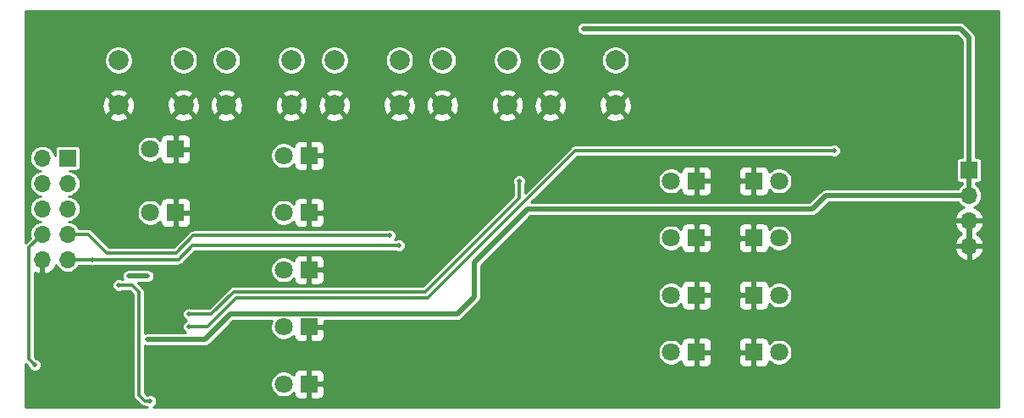
<source format=gbr>
G04 #@! TF.GenerationSoftware,KiCad,Pcbnew,(5.1.4)-1*
G04 #@! TF.CreationDate,2020-07-08T19:37:27+02:00*
G04 #@! TF.ProjectId,SBIO3,5342494f-332e-46b6-9963-61645f706362,rev?*
G04 #@! TF.SameCoordinates,Original*
G04 #@! TF.FileFunction,Copper,L2,Bot*
G04 #@! TF.FilePolarity,Positive*
%FSLAX46Y46*%
G04 Gerber Fmt 4.6, Leading zero omitted, Abs format (unit mm)*
G04 Created by KiCad (PCBNEW (5.1.4)-1) date 2020-07-08 19:37:27*
%MOMM*%
%LPD*%
G04 APERTURE LIST*
%ADD10C,1.800000*%
%ADD11R,1.800000X1.800000*%
%ADD12O,1.700000X1.700000*%
%ADD13R,1.700000X1.700000*%
%ADD14C,2.000000*%
%ADD15C,0.500000*%
%ADD16C,0.300000*%
%ADD17C,0.500000*%
%ADD18C,0.254000*%
G04 APERTURE END LIST*
D10*
X88265000Y-146050000D03*
D11*
X90805000Y-146050000D03*
D10*
X88265000Y-152400000D03*
D11*
X90805000Y-152400000D03*
D12*
X170116500Y-155765500D03*
X170116500Y-153225500D03*
X170116500Y-150685500D03*
D13*
X170116500Y-148145500D03*
D12*
X77470000Y-157099000D03*
X80010000Y-157099000D03*
X77470000Y-154559000D03*
X80010000Y-154559000D03*
X77470000Y-152019000D03*
X80010000Y-152019000D03*
X77470000Y-149479000D03*
X80010000Y-149479000D03*
X77470000Y-146939000D03*
D13*
X80010000Y-146939000D03*
D14*
X134770000Y-137160000D03*
X134770000Y-141660000D03*
X128270000Y-137160000D03*
X128270000Y-141660000D03*
D11*
X104140000Y-169545000D03*
D10*
X101600000Y-169545000D03*
X101600000Y-163830000D03*
D11*
X104140000Y-163830000D03*
D10*
X101600000Y-152400000D03*
D11*
X104140000Y-152400000D03*
D10*
X140335000Y-149225000D03*
D11*
X142875000Y-149225000D03*
X148590000Y-160655000D03*
D10*
X151130000Y-160655000D03*
D14*
X123975000Y-137160000D03*
X123975000Y-141660000D03*
X117475000Y-137160000D03*
X117475000Y-141660000D03*
X85090000Y-141660000D03*
X85090000Y-137160000D03*
X91590000Y-141660000D03*
X91590000Y-137160000D03*
X113180000Y-137160000D03*
X113180000Y-141660000D03*
X106680000Y-137160000D03*
X106680000Y-141660000D03*
X95885000Y-141660000D03*
X95885000Y-137160000D03*
X102385000Y-141660000D03*
X102385000Y-137160000D03*
D10*
X101600000Y-158115000D03*
D11*
X104140000Y-158115000D03*
D10*
X151130000Y-149225000D03*
D11*
X148590000Y-149225000D03*
X142875000Y-160655000D03*
D10*
X140335000Y-160655000D03*
D11*
X148590000Y-166370000D03*
D10*
X151130000Y-166370000D03*
D11*
X142875000Y-166370000D03*
D10*
X140335000Y-166370000D03*
D11*
X148590000Y-154940000D03*
D10*
X151130000Y-154940000D03*
X140335000Y-154940000D03*
D11*
X142875000Y-154940000D03*
D10*
X101600000Y-146685000D03*
D11*
X104140000Y-146685000D03*
D15*
X163830000Y-165481000D03*
X164338000Y-155257500D03*
X156718000Y-140208000D03*
X141478000Y-138493500D03*
X79248000Y-165100000D03*
X88011000Y-165100000D03*
X86106000Y-158750000D03*
X88011000Y-158750000D03*
X120650000Y-159385000D03*
X131572000Y-133985000D03*
X113140000Y-155680000D03*
X82469000Y-157099000D03*
X76740000Y-167650000D03*
X112190000Y-154690000D03*
X156660000Y-146210000D03*
X92130000Y-163830000D03*
X92130000Y-162560000D03*
X125140000Y-149240000D03*
X88280000Y-171240000D03*
X85120000Y-159660000D03*
D16*
X148590000Y-160655000D02*
X148590000Y-166370000D01*
D17*
X170116500Y-153225500D02*
X170116500Y-155765500D01*
D16*
X142875000Y-160655000D02*
X142875000Y-166370000D01*
X148590000Y-154940000D02*
X148590000Y-160655000D01*
X142875000Y-154940000D02*
X142875000Y-160655000D01*
D17*
X93726000Y-165100000D02*
X88011000Y-165100000D01*
X118935500Y-162560000D02*
X96266000Y-162560000D01*
X155829000Y-150685500D02*
X154432000Y-152082500D01*
X120650000Y-160845500D02*
X118935500Y-162560000D01*
X170116500Y-150685500D02*
X155829000Y-150685500D01*
X170116500Y-134874000D02*
X169227500Y-133985000D01*
X170116500Y-148145500D02*
X170116500Y-134874000D01*
X125984000Y-152082500D02*
X120650000Y-157416500D01*
X88011000Y-158750000D02*
X86106000Y-158750000D01*
X96266000Y-162560000D02*
X93726000Y-165100000D01*
X169227500Y-133985000D02*
X131572000Y-133985000D01*
X170116500Y-148145500D02*
X170116500Y-150685500D01*
X120650000Y-159385000D02*
X120650000Y-160845500D01*
X120650000Y-157416500D02*
X120650000Y-159385000D01*
X154432000Y-152082500D02*
X125984000Y-152082500D01*
D16*
X82469000Y-157099000D02*
X91091000Y-157099000D01*
X92510000Y-155680000D02*
X113140000Y-155680000D01*
X80010000Y-157099000D02*
X82469000Y-157099000D01*
X91091000Y-157099000D02*
X92510000Y-155680000D01*
X77470000Y-154570000D02*
X76150000Y-155890000D01*
X76150000Y-155890000D02*
X76150000Y-167060000D01*
X76150000Y-167060000D02*
X76740000Y-167650000D01*
X77470000Y-154559000D02*
X77470000Y-154570000D01*
X80010000Y-154559000D02*
X82069000Y-154559000D01*
X92580000Y-154690000D02*
X112190000Y-154690000D01*
X83940000Y-156430000D02*
X90840000Y-156430000D01*
X90840000Y-156430000D02*
X92580000Y-154690000D01*
X82069000Y-154559000D02*
X83940000Y-156430000D01*
X92130000Y-163830000D02*
X94000000Y-163830000D01*
X130750000Y-146210000D02*
X156660000Y-146210000D01*
X94000000Y-163830000D02*
X96870000Y-160960000D01*
X96870000Y-160960000D02*
X116000000Y-160960000D01*
X116000000Y-160960000D02*
X130750000Y-146210000D01*
X92130000Y-162560000D02*
X94370000Y-162560000D01*
X115750000Y-160310000D02*
X125140000Y-150920000D01*
X125140000Y-150920000D02*
X125140000Y-149240000D01*
X96620000Y-160310000D02*
X115750000Y-160310000D01*
X94370000Y-162560000D02*
X96620000Y-160310000D01*
X87120000Y-170640000D02*
X87720000Y-171240000D01*
X87120000Y-170050000D02*
X87120000Y-170640000D01*
X87720000Y-171240000D02*
X88280000Y-171240000D01*
X87120000Y-160340000D02*
X87120000Y-170050000D01*
X86440000Y-159660000D02*
X87120000Y-160340000D01*
X85850000Y-159660000D02*
X86440000Y-159660000D01*
X85120000Y-159660000D02*
X85850000Y-159660000D01*
D18*
G36*
X173101000Y-171831000D02*
G01*
X88614075Y-171831000D01*
X88711563Y-171765860D01*
X88805860Y-171671563D01*
X88879950Y-171560680D01*
X88930984Y-171437474D01*
X88957000Y-171306679D01*
X88957000Y-171173321D01*
X88930984Y-171042526D01*
X88879950Y-170919320D01*
X88805860Y-170808437D01*
X88711563Y-170714140D01*
X88600680Y-170640050D01*
X88477474Y-170589016D01*
X88346679Y-170563000D01*
X88213321Y-170563000D01*
X88082526Y-170589016D01*
X87959320Y-170640050D01*
X87945372Y-170649370D01*
X87697000Y-170400999D01*
X87697000Y-169414302D01*
X100273000Y-169414302D01*
X100273000Y-169675698D01*
X100323996Y-169932072D01*
X100424028Y-170173570D01*
X100569252Y-170390913D01*
X100754087Y-170575748D01*
X100971430Y-170720972D01*
X101212928Y-170821004D01*
X101469302Y-170872000D01*
X101730698Y-170872000D01*
X101987072Y-170821004D01*
X102228570Y-170720972D01*
X102445913Y-170575748D01*
X102602055Y-170419606D01*
X102601928Y-170445000D01*
X102614188Y-170569482D01*
X102650498Y-170689180D01*
X102709463Y-170799494D01*
X102788815Y-170896185D01*
X102885506Y-170975537D01*
X102995820Y-171034502D01*
X103115518Y-171070812D01*
X103240000Y-171083072D01*
X103854250Y-171080000D01*
X104013000Y-170921250D01*
X104013000Y-169672000D01*
X104267000Y-169672000D01*
X104267000Y-170921250D01*
X104425750Y-171080000D01*
X105040000Y-171083072D01*
X105164482Y-171070812D01*
X105284180Y-171034502D01*
X105394494Y-170975537D01*
X105491185Y-170896185D01*
X105570537Y-170799494D01*
X105629502Y-170689180D01*
X105665812Y-170569482D01*
X105678072Y-170445000D01*
X105675000Y-169830750D01*
X105516250Y-169672000D01*
X104267000Y-169672000D01*
X104013000Y-169672000D01*
X103993000Y-169672000D01*
X103993000Y-169418000D01*
X104013000Y-169418000D01*
X104013000Y-168168750D01*
X104267000Y-168168750D01*
X104267000Y-169418000D01*
X105516250Y-169418000D01*
X105675000Y-169259250D01*
X105678072Y-168645000D01*
X105665812Y-168520518D01*
X105629502Y-168400820D01*
X105570537Y-168290506D01*
X105491185Y-168193815D01*
X105394494Y-168114463D01*
X105284180Y-168055498D01*
X105164482Y-168019188D01*
X105040000Y-168006928D01*
X104425750Y-168010000D01*
X104267000Y-168168750D01*
X104013000Y-168168750D01*
X103854250Y-168010000D01*
X103240000Y-168006928D01*
X103115518Y-168019188D01*
X102995820Y-168055498D01*
X102885506Y-168114463D01*
X102788815Y-168193815D01*
X102709463Y-168290506D01*
X102650498Y-168400820D01*
X102614188Y-168520518D01*
X102601928Y-168645000D01*
X102602055Y-168670394D01*
X102445913Y-168514252D01*
X102228570Y-168369028D01*
X101987072Y-168268996D01*
X101730698Y-168218000D01*
X101469302Y-168218000D01*
X101212928Y-168268996D01*
X100971430Y-168369028D01*
X100754087Y-168514252D01*
X100569252Y-168699087D01*
X100424028Y-168916430D01*
X100323996Y-169157928D01*
X100273000Y-169414302D01*
X87697000Y-169414302D01*
X87697000Y-166239302D01*
X139008000Y-166239302D01*
X139008000Y-166500698D01*
X139058996Y-166757072D01*
X139159028Y-166998570D01*
X139304252Y-167215913D01*
X139489087Y-167400748D01*
X139706430Y-167545972D01*
X139947928Y-167646004D01*
X140204302Y-167697000D01*
X140465698Y-167697000D01*
X140722072Y-167646004D01*
X140963570Y-167545972D01*
X141180913Y-167400748D01*
X141337055Y-167244606D01*
X141336928Y-167270000D01*
X141349188Y-167394482D01*
X141385498Y-167514180D01*
X141444463Y-167624494D01*
X141523815Y-167721185D01*
X141620506Y-167800537D01*
X141730820Y-167859502D01*
X141850518Y-167895812D01*
X141975000Y-167908072D01*
X142589250Y-167905000D01*
X142748000Y-167746250D01*
X142748000Y-166497000D01*
X143002000Y-166497000D01*
X143002000Y-167746250D01*
X143160750Y-167905000D01*
X143775000Y-167908072D01*
X143899482Y-167895812D01*
X144019180Y-167859502D01*
X144129494Y-167800537D01*
X144226185Y-167721185D01*
X144305537Y-167624494D01*
X144364502Y-167514180D01*
X144400812Y-167394482D01*
X144413072Y-167270000D01*
X147051928Y-167270000D01*
X147064188Y-167394482D01*
X147100498Y-167514180D01*
X147159463Y-167624494D01*
X147238815Y-167721185D01*
X147335506Y-167800537D01*
X147445820Y-167859502D01*
X147565518Y-167895812D01*
X147690000Y-167908072D01*
X148304250Y-167905000D01*
X148463000Y-167746250D01*
X148463000Y-166497000D01*
X147213750Y-166497000D01*
X147055000Y-166655750D01*
X147051928Y-167270000D01*
X144413072Y-167270000D01*
X144410000Y-166655750D01*
X144251250Y-166497000D01*
X143002000Y-166497000D01*
X142748000Y-166497000D01*
X142728000Y-166497000D01*
X142728000Y-166243000D01*
X142748000Y-166243000D01*
X142748000Y-164993750D01*
X143002000Y-164993750D01*
X143002000Y-166243000D01*
X144251250Y-166243000D01*
X144410000Y-166084250D01*
X144413072Y-165470000D01*
X147051928Y-165470000D01*
X147055000Y-166084250D01*
X147213750Y-166243000D01*
X148463000Y-166243000D01*
X148463000Y-164993750D01*
X148717000Y-164993750D01*
X148717000Y-166243000D01*
X148737000Y-166243000D01*
X148737000Y-166497000D01*
X148717000Y-166497000D01*
X148717000Y-167746250D01*
X148875750Y-167905000D01*
X149490000Y-167908072D01*
X149614482Y-167895812D01*
X149734180Y-167859502D01*
X149844494Y-167800537D01*
X149941185Y-167721185D01*
X150020537Y-167624494D01*
X150079502Y-167514180D01*
X150115812Y-167394482D01*
X150128072Y-167270000D01*
X150127945Y-167244606D01*
X150284087Y-167400748D01*
X150501430Y-167545972D01*
X150742928Y-167646004D01*
X150999302Y-167697000D01*
X151260698Y-167697000D01*
X151517072Y-167646004D01*
X151758570Y-167545972D01*
X151975913Y-167400748D01*
X152160748Y-167215913D01*
X152305972Y-166998570D01*
X152406004Y-166757072D01*
X152457000Y-166500698D01*
X152457000Y-166239302D01*
X152406004Y-165982928D01*
X152305972Y-165741430D01*
X152160748Y-165524087D01*
X151975913Y-165339252D01*
X151758570Y-165194028D01*
X151517072Y-165093996D01*
X151260698Y-165043000D01*
X150999302Y-165043000D01*
X150742928Y-165093996D01*
X150501430Y-165194028D01*
X150284087Y-165339252D01*
X150127945Y-165495394D01*
X150128072Y-165470000D01*
X150115812Y-165345518D01*
X150079502Y-165225820D01*
X150020537Y-165115506D01*
X149941185Y-165018815D01*
X149844494Y-164939463D01*
X149734180Y-164880498D01*
X149614482Y-164844188D01*
X149490000Y-164831928D01*
X148875750Y-164835000D01*
X148717000Y-164993750D01*
X148463000Y-164993750D01*
X148304250Y-164835000D01*
X147690000Y-164831928D01*
X147565518Y-164844188D01*
X147445820Y-164880498D01*
X147335506Y-164939463D01*
X147238815Y-165018815D01*
X147159463Y-165115506D01*
X147100498Y-165225820D01*
X147064188Y-165345518D01*
X147051928Y-165470000D01*
X144413072Y-165470000D01*
X144400812Y-165345518D01*
X144364502Y-165225820D01*
X144305537Y-165115506D01*
X144226185Y-165018815D01*
X144129494Y-164939463D01*
X144019180Y-164880498D01*
X143899482Y-164844188D01*
X143775000Y-164831928D01*
X143160750Y-164835000D01*
X143002000Y-164993750D01*
X142748000Y-164993750D01*
X142589250Y-164835000D01*
X141975000Y-164831928D01*
X141850518Y-164844188D01*
X141730820Y-164880498D01*
X141620506Y-164939463D01*
X141523815Y-165018815D01*
X141444463Y-165115506D01*
X141385498Y-165225820D01*
X141349188Y-165345518D01*
X141336928Y-165470000D01*
X141337055Y-165495394D01*
X141180913Y-165339252D01*
X140963570Y-165194028D01*
X140722072Y-165093996D01*
X140465698Y-165043000D01*
X140204302Y-165043000D01*
X139947928Y-165093996D01*
X139706430Y-165194028D01*
X139489087Y-165339252D01*
X139304252Y-165524087D01*
X139159028Y-165741430D01*
X139058996Y-165982928D01*
X139008000Y-166239302D01*
X87697000Y-166239302D01*
X87697000Y-165702717D01*
X87721208Y-165712744D01*
X87750670Y-165728492D01*
X87782636Y-165738189D01*
X87813526Y-165750984D01*
X87846315Y-165757506D01*
X87878285Y-165767204D01*
X87911536Y-165770479D01*
X87944321Y-165777000D01*
X93692755Y-165777000D01*
X93726000Y-165780274D01*
X93759245Y-165777000D01*
X93759252Y-165777000D01*
X93858715Y-165767204D01*
X93986330Y-165728492D01*
X94103941Y-165665628D01*
X94207027Y-165581027D01*
X94228226Y-165555196D01*
X96546422Y-163237000D01*
X100409294Y-163237000D01*
X100323996Y-163442928D01*
X100273000Y-163699302D01*
X100273000Y-163960698D01*
X100323996Y-164217072D01*
X100424028Y-164458570D01*
X100569252Y-164675913D01*
X100754087Y-164860748D01*
X100971430Y-165005972D01*
X101212928Y-165106004D01*
X101469302Y-165157000D01*
X101730698Y-165157000D01*
X101987072Y-165106004D01*
X102228570Y-165005972D01*
X102445913Y-164860748D01*
X102602055Y-164704606D01*
X102601928Y-164730000D01*
X102614188Y-164854482D01*
X102650498Y-164974180D01*
X102709463Y-165084494D01*
X102788815Y-165181185D01*
X102885506Y-165260537D01*
X102995820Y-165319502D01*
X103115518Y-165355812D01*
X103240000Y-165368072D01*
X103854250Y-165365000D01*
X104013000Y-165206250D01*
X104013000Y-163957000D01*
X104267000Y-163957000D01*
X104267000Y-165206250D01*
X104425750Y-165365000D01*
X105040000Y-165368072D01*
X105164482Y-165355812D01*
X105284180Y-165319502D01*
X105394494Y-165260537D01*
X105491185Y-165181185D01*
X105570537Y-165084494D01*
X105629502Y-164974180D01*
X105665812Y-164854482D01*
X105678072Y-164730000D01*
X105675000Y-164115750D01*
X105516250Y-163957000D01*
X104267000Y-163957000D01*
X104013000Y-163957000D01*
X103993000Y-163957000D01*
X103993000Y-163703000D01*
X104013000Y-163703000D01*
X104013000Y-163683000D01*
X104267000Y-163683000D01*
X104267000Y-163703000D01*
X105516250Y-163703000D01*
X105675000Y-163544250D01*
X105676537Y-163237000D01*
X118902255Y-163237000D01*
X118935500Y-163240274D01*
X118968745Y-163237000D01*
X118968752Y-163237000D01*
X119068215Y-163227204D01*
X119195830Y-163188492D01*
X119313441Y-163125628D01*
X119416527Y-163041027D01*
X119437726Y-163015196D01*
X121105196Y-161347726D01*
X121131027Y-161326527D01*
X121215628Y-161223441D01*
X121278492Y-161105830D01*
X121317204Y-160978215D01*
X121327000Y-160878752D01*
X121327000Y-160878743D01*
X121330274Y-160845501D01*
X121327000Y-160812259D01*
X121327000Y-160524302D01*
X139008000Y-160524302D01*
X139008000Y-160785698D01*
X139058996Y-161042072D01*
X139159028Y-161283570D01*
X139304252Y-161500913D01*
X139489087Y-161685748D01*
X139706430Y-161830972D01*
X139947928Y-161931004D01*
X140204302Y-161982000D01*
X140465698Y-161982000D01*
X140722072Y-161931004D01*
X140963570Y-161830972D01*
X141180913Y-161685748D01*
X141337055Y-161529606D01*
X141336928Y-161555000D01*
X141349188Y-161679482D01*
X141385498Y-161799180D01*
X141444463Y-161909494D01*
X141523815Y-162006185D01*
X141620506Y-162085537D01*
X141730820Y-162144502D01*
X141850518Y-162180812D01*
X141975000Y-162193072D01*
X142589250Y-162190000D01*
X142748000Y-162031250D01*
X142748000Y-160782000D01*
X143002000Y-160782000D01*
X143002000Y-162031250D01*
X143160750Y-162190000D01*
X143775000Y-162193072D01*
X143899482Y-162180812D01*
X144019180Y-162144502D01*
X144129494Y-162085537D01*
X144226185Y-162006185D01*
X144305537Y-161909494D01*
X144364502Y-161799180D01*
X144400812Y-161679482D01*
X144413072Y-161555000D01*
X147051928Y-161555000D01*
X147064188Y-161679482D01*
X147100498Y-161799180D01*
X147159463Y-161909494D01*
X147238815Y-162006185D01*
X147335506Y-162085537D01*
X147445820Y-162144502D01*
X147565518Y-162180812D01*
X147690000Y-162193072D01*
X148304250Y-162190000D01*
X148463000Y-162031250D01*
X148463000Y-160782000D01*
X147213750Y-160782000D01*
X147055000Y-160940750D01*
X147051928Y-161555000D01*
X144413072Y-161555000D01*
X144410000Y-160940750D01*
X144251250Y-160782000D01*
X143002000Y-160782000D01*
X142748000Y-160782000D01*
X142728000Y-160782000D01*
X142728000Y-160528000D01*
X142748000Y-160528000D01*
X142748000Y-159278750D01*
X143002000Y-159278750D01*
X143002000Y-160528000D01*
X144251250Y-160528000D01*
X144410000Y-160369250D01*
X144413072Y-159755000D01*
X147051928Y-159755000D01*
X147055000Y-160369250D01*
X147213750Y-160528000D01*
X148463000Y-160528000D01*
X148463000Y-159278750D01*
X148717000Y-159278750D01*
X148717000Y-160528000D01*
X148737000Y-160528000D01*
X148737000Y-160782000D01*
X148717000Y-160782000D01*
X148717000Y-162031250D01*
X148875750Y-162190000D01*
X149490000Y-162193072D01*
X149614482Y-162180812D01*
X149734180Y-162144502D01*
X149844494Y-162085537D01*
X149941185Y-162006185D01*
X150020537Y-161909494D01*
X150079502Y-161799180D01*
X150115812Y-161679482D01*
X150128072Y-161555000D01*
X150127945Y-161529606D01*
X150284087Y-161685748D01*
X150501430Y-161830972D01*
X150742928Y-161931004D01*
X150999302Y-161982000D01*
X151260698Y-161982000D01*
X151517072Y-161931004D01*
X151758570Y-161830972D01*
X151975913Y-161685748D01*
X152160748Y-161500913D01*
X152305972Y-161283570D01*
X152406004Y-161042072D01*
X152457000Y-160785698D01*
X152457000Y-160524302D01*
X152406004Y-160267928D01*
X152305972Y-160026430D01*
X152160748Y-159809087D01*
X151975913Y-159624252D01*
X151758570Y-159479028D01*
X151517072Y-159378996D01*
X151260698Y-159328000D01*
X150999302Y-159328000D01*
X150742928Y-159378996D01*
X150501430Y-159479028D01*
X150284087Y-159624252D01*
X150127945Y-159780394D01*
X150128072Y-159755000D01*
X150115812Y-159630518D01*
X150079502Y-159510820D01*
X150020537Y-159400506D01*
X149941185Y-159303815D01*
X149844494Y-159224463D01*
X149734180Y-159165498D01*
X149614482Y-159129188D01*
X149490000Y-159116928D01*
X148875750Y-159120000D01*
X148717000Y-159278750D01*
X148463000Y-159278750D01*
X148304250Y-159120000D01*
X147690000Y-159116928D01*
X147565518Y-159129188D01*
X147445820Y-159165498D01*
X147335506Y-159224463D01*
X147238815Y-159303815D01*
X147159463Y-159400506D01*
X147100498Y-159510820D01*
X147064188Y-159630518D01*
X147051928Y-159755000D01*
X144413072Y-159755000D01*
X144400812Y-159630518D01*
X144364502Y-159510820D01*
X144305537Y-159400506D01*
X144226185Y-159303815D01*
X144129494Y-159224463D01*
X144019180Y-159165498D01*
X143899482Y-159129188D01*
X143775000Y-159116928D01*
X143160750Y-159120000D01*
X143002000Y-159278750D01*
X142748000Y-159278750D01*
X142589250Y-159120000D01*
X141975000Y-159116928D01*
X141850518Y-159129188D01*
X141730820Y-159165498D01*
X141620506Y-159224463D01*
X141523815Y-159303815D01*
X141444463Y-159400506D01*
X141385498Y-159510820D01*
X141349188Y-159630518D01*
X141336928Y-159755000D01*
X141337055Y-159780394D01*
X141180913Y-159624252D01*
X140963570Y-159479028D01*
X140722072Y-159378996D01*
X140465698Y-159328000D01*
X140204302Y-159328000D01*
X139947928Y-159378996D01*
X139706430Y-159479028D01*
X139489087Y-159624252D01*
X139304252Y-159809087D01*
X139159028Y-160026430D01*
X139058996Y-160267928D01*
X139008000Y-160524302D01*
X121327000Y-160524302D01*
X121327000Y-157696922D01*
X124214620Y-154809302D01*
X139008000Y-154809302D01*
X139008000Y-155070698D01*
X139058996Y-155327072D01*
X139159028Y-155568570D01*
X139304252Y-155785913D01*
X139489087Y-155970748D01*
X139706430Y-156115972D01*
X139947928Y-156216004D01*
X140204302Y-156267000D01*
X140465698Y-156267000D01*
X140722072Y-156216004D01*
X140963570Y-156115972D01*
X141180913Y-155970748D01*
X141337055Y-155814606D01*
X141336928Y-155840000D01*
X141349188Y-155964482D01*
X141385498Y-156084180D01*
X141444463Y-156194494D01*
X141523815Y-156291185D01*
X141620506Y-156370537D01*
X141730820Y-156429502D01*
X141850518Y-156465812D01*
X141975000Y-156478072D01*
X142589250Y-156475000D01*
X142748000Y-156316250D01*
X142748000Y-155067000D01*
X143002000Y-155067000D01*
X143002000Y-156316250D01*
X143160750Y-156475000D01*
X143775000Y-156478072D01*
X143899482Y-156465812D01*
X144019180Y-156429502D01*
X144129494Y-156370537D01*
X144226185Y-156291185D01*
X144305537Y-156194494D01*
X144364502Y-156084180D01*
X144400812Y-155964482D01*
X144413072Y-155840000D01*
X147051928Y-155840000D01*
X147064188Y-155964482D01*
X147100498Y-156084180D01*
X147159463Y-156194494D01*
X147238815Y-156291185D01*
X147335506Y-156370537D01*
X147445820Y-156429502D01*
X147565518Y-156465812D01*
X147690000Y-156478072D01*
X148304250Y-156475000D01*
X148463000Y-156316250D01*
X148463000Y-155067000D01*
X147213750Y-155067000D01*
X147055000Y-155225750D01*
X147051928Y-155840000D01*
X144413072Y-155840000D01*
X144410000Y-155225750D01*
X144251250Y-155067000D01*
X143002000Y-155067000D01*
X142748000Y-155067000D01*
X142728000Y-155067000D01*
X142728000Y-154813000D01*
X142748000Y-154813000D01*
X142748000Y-153563750D01*
X143002000Y-153563750D01*
X143002000Y-154813000D01*
X144251250Y-154813000D01*
X144410000Y-154654250D01*
X144413072Y-154040000D01*
X147051928Y-154040000D01*
X147055000Y-154654250D01*
X147213750Y-154813000D01*
X148463000Y-154813000D01*
X148463000Y-153563750D01*
X148717000Y-153563750D01*
X148717000Y-154813000D01*
X148737000Y-154813000D01*
X148737000Y-155067000D01*
X148717000Y-155067000D01*
X148717000Y-156316250D01*
X148875750Y-156475000D01*
X149490000Y-156478072D01*
X149614482Y-156465812D01*
X149734180Y-156429502D01*
X149844494Y-156370537D01*
X149941185Y-156291185D01*
X150020537Y-156194494D01*
X150079502Y-156084180D01*
X150115812Y-155964482D01*
X150128072Y-155840000D01*
X150127945Y-155814606D01*
X150284087Y-155970748D01*
X150501430Y-156115972D01*
X150742928Y-156216004D01*
X150999302Y-156267000D01*
X151260698Y-156267000D01*
X151517072Y-156216004D01*
X151743075Y-156122390D01*
X168675024Y-156122390D01*
X168719675Y-156269599D01*
X168844859Y-156532420D01*
X169018912Y-156765769D01*
X169235145Y-156960678D01*
X169485248Y-157109657D01*
X169759609Y-157206981D01*
X169989500Y-157086314D01*
X169989500Y-155892500D01*
X170243500Y-155892500D01*
X170243500Y-157086314D01*
X170473391Y-157206981D01*
X170747752Y-157109657D01*
X170997855Y-156960678D01*
X171214088Y-156765769D01*
X171388141Y-156532420D01*
X171513325Y-156269599D01*
X171557976Y-156122390D01*
X171436655Y-155892500D01*
X170243500Y-155892500D01*
X169989500Y-155892500D01*
X168796345Y-155892500D01*
X168675024Y-156122390D01*
X151743075Y-156122390D01*
X151758570Y-156115972D01*
X151975913Y-155970748D01*
X152160748Y-155785913D01*
X152305972Y-155568570D01*
X152406004Y-155327072D01*
X152457000Y-155070698D01*
X152457000Y-154809302D01*
X152406004Y-154552928D01*
X152305972Y-154311430D01*
X152160748Y-154094087D01*
X151975913Y-153909252D01*
X151758570Y-153764028D01*
X151517072Y-153663996D01*
X151260698Y-153613000D01*
X150999302Y-153613000D01*
X150742928Y-153663996D01*
X150501430Y-153764028D01*
X150284087Y-153909252D01*
X150127945Y-154065394D01*
X150128072Y-154040000D01*
X150115812Y-153915518D01*
X150079502Y-153795820D01*
X150020537Y-153685506D01*
X149941185Y-153588815D01*
X149933357Y-153582390D01*
X168675024Y-153582390D01*
X168719675Y-153729599D01*
X168844859Y-153992420D01*
X169018912Y-154225769D01*
X169235145Y-154420678D01*
X169360755Y-154495500D01*
X169235145Y-154570322D01*
X169018912Y-154765231D01*
X168844859Y-154998580D01*
X168719675Y-155261401D01*
X168675024Y-155408610D01*
X168796345Y-155638500D01*
X169989500Y-155638500D01*
X169989500Y-153352500D01*
X170243500Y-153352500D01*
X170243500Y-155638500D01*
X171436655Y-155638500D01*
X171557976Y-155408610D01*
X171513325Y-155261401D01*
X171388141Y-154998580D01*
X171214088Y-154765231D01*
X170997855Y-154570322D01*
X170872245Y-154495500D01*
X170997855Y-154420678D01*
X171214088Y-154225769D01*
X171388141Y-153992420D01*
X171513325Y-153729599D01*
X171557976Y-153582390D01*
X171436655Y-153352500D01*
X170243500Y-153352500D01*
X169989500Y-153352500D01*
X168796345Y-153352500D01*
X168675024Y-153582390D01*
X149933357Y-153582390D01*
X149844494Y-153509463D01*
X149734180Y-153450498D01*
X149614482Y-153414188D01*
X149490000Y-153401928D01*
X148875750Y-153405000D01*
X148717000Y-153563750D01*
X148463000Y-153563750D01*
X148304250Y-153405000D01*
X147690000Y-153401928D01*
X147565518Y-153414188D01*
X147445820Y-153450498D01*
X147335506Y-153509463D01*
X147238815Y-153588815D01*
X147159463Y-153685506D01*
X147100498Y-153795820D01*
X147064188Y-153915518D01*
X147051928Y-154040000D01*
X144413072Y-154040000D01*
X144400812Y-153915518D01*
X144364502Y-153795820D01*
X144305537Y-153685506D01*
X144226185Y-153588815D01*
X144129494Y-153509463D01*
X144019180Y-153450498D01*
X143899482Y-153414188D01*
X143775000Y-153401928D01*
X143160750Y-153405000D01*
X143002000Y-153563750D01*
X142748000Y-153563750D01*
X142589250Y-153405000D01*
X141975000Y-153401928D01*
X141850518Y-153414188D01*
X141730820Y-153450498D01*
X141620506Y-153509463D01*
X141523815Y-153588815D01*
X141444463Y-153685506D01*
X141385498Y-153795820D01*
X141349188Y-153915518D01*
X141336928Y-154040000D01*
X141337055Y-154065394D01*
X141180913Y-153909252D01*
X140963570Y-153764028D01*
X140722072Y-153663996D01*
X140465698Y-153613000D01*
X140204302Y-153613000D01*
X139947928Y-153663996D01*
X139706430Y-153764028D01*
X139489087Y-153909252D01*
X139304252Y-154094087D01*
X139159028Y-154311430D01*
X139058996Y-154552928D01*
X139008000Y-154809302D01*
X124214620Y-154809302D01*
X126264422Y-152759500D01*
X154398755Y-152759500D01*
X154432000Y-152762774D01*
X154465245Y-152759500D01*
X154465252Y-152759500D01*
X154564715Y-152749704D01*
X154692330Y-152710992D01*
X154809941Y-152648128D01*
X154913027Y-152563527D01*
X154934226Y-152537696D01*
X156109422Y-151362500D01*
X169030389Y-151362500D01*
X169049576Y-151398396D01*
X169209156Y-151592844D01*
X169403604Y-151752424D01*
X169581150Y-151847324D01*
X169485248Y-151881343D01*
X169235145Y-152030322D01*
X169018912Y-152225231D01*
X168844859Y-152458580D01*
X168719675Y-152721401D01*
X168675024Y-152868610D01*
X168796345Y-153098500D01*
X169989500Y-153098500D01*
X169989500Y-153078500D01*
X170243500Y-153078500D01*
X170243500Y-153098500D01*
X171436655Y-153098500D01*
X171557976Y-152868610D01*
X171513325Y-152721401D01*
X171388141Y-152458580D01*
X171214088Y-152225231D01*
X170997855Y-152030322D01*
X170747752Y-151881343D01*
X170651850Y-151847324D01*
X170829396Y-151752424D01*
X171023844Y-151592844D01*
X171183424Y-151398396D01*
X171302002Y-151176551D01*
X171375022Y-150935836D01*
X171399678Y-150685500D01*
X171375022Y-150435164D01*
X171302002Y-150194449D01*
X171183424Y-149972604D01*
X171023844Y-149778156D01*
X170829396Y-149618576D01*
X170793500Y-149599389D01*
X170793500Y-149424566D01*
X170966500Y-149424566D01*
X171050207Y-149416322D01*
X171130696Y-149391905D01*
X171204876Y-149352255D01*
X171269895Y-149298895D01*
X171323255Y-149233876D01*
X171362905Y-149159696D01*
X171387322Y-149079207D01*
X171395566Y-148995500D01*
X171395566Y-147295500D01*
X171387322Y-147211793D01*
X171362905Y-147131304D01*
X171323255Y-147057124D01*
X171269895Y-146992105D01*
X171204876Y-146938745D01*
X171130696Y-146899095D01*
X171050207Y-146874678D01*
X170966500Y-146866434D01*
X170793500Y-146866434D01*
X170793500Y-134907252D01*
X170796775Y-134874000D01*
X170783704Y-134741285D01*
X170744992Y-134613670D01*
X170682128Y-134496059D01*
X170618724Y-134418801D01*
X170618722Y-134418799D01*
X170597527Y-134392973D01*
X170571701Y-134371778D01*
X169729726Y-133529804D01*
X169708527Y-133503973D01*
X169605441Y-133419372D01*
X169487830Y-133356508D01*
X169360215Y-133317796D01*
X169260752Y-133308000D01*
X169260745Y-133308000D01*
X169227500Y-133304726D01*
X169194255Y-133308000D01*
X131505321Y-133308000D01*
X131472536Y-133314521D01*
X131439285Y-133317796D01*
X131407315Y-133327494D01*
X131374526Y-133334016D01*
X131343636Y-133346811D01*
X131311670Y-133356508D01*
X131282208Y-133372256D01*
X131251320Y-133385050D01*
X131223524Y-133403623D01*
X131194059Y-133419372D01*
X131168231Y-133440568D01*
X131140437Y-133459140D01*
X131116801Y-133482776D01*
X131090973Y-133503973D01*
X131069778Y-133529799D01*
X131046140Y-133553437D01*
X131027568Y-133581231D01*
X131006372Y-133607059D01*
X130990623Y-133636524D01*
X130972050Y-133664320D01*
X130959256Y-133695208D01*
X130943508Y-133724670D01*
X130933811Y-133756636D01*
X130921016Y-133787526D01*
X130914494Y-133820315D01*
X130904796Y-133852285D01*
X130901521Y-133885536D01*
X130895000Y-133918321D01*
X130895000Y-133951748D01*
X130891725Y-133985000D01*
X130895000Y-134018252D01*
X130895000Y-134051679D01*
X130901521Y-134084464D01*
X130904796Y-134117715D01*
X130914494Y-134149685D01*
X130921016Y-134182474D01*
X130933811Y-134213364D01*
X130943508Y-134245330D01*
X130959256Y-134274792D01*
X130972050Y-134305680D01*
X130990623Y-134333476D01*
X131006372Y-134362941D01*
X131027568Y-134388769D01*
X131046140Y-134416563D01*
X131069778Y-134440201D01*
X131090973Y-134466027D01*
X131116799Y-134487222D01*
X131140437Y-134510860D01*
X131168231Y-134529432D01*
X131194059Y-134550628D01*
X131223524Y-134566377D01*
X131251320Y-134584950D01*
X131282208Y-134597744D01*
X131311670Y-134613492D01*
X131343636Y-134623189D01*
X131374526Y-134635984D01*
X131407315Y-134642506D01*
X131439285Y-134652204D01*
X131472536Y-134655479D01*
X131505321Y-134662000D01*
X168947078Y-134662000D01*
X169439501Y-135154424D01*
X169439500Y-146866434D01*
X169266500Y-146866434D01*
X169182793Y-146874678D01*
X169102304Y-146899095D01*
X169028124Y-146938745D01*
X168963105Y-146992105D01*
X168909745Y-147057124D01*
X168870095Y-147131304D01*
X168845678Y-147211793D01*
X168837434Y-147295500D01*
X168837434Y-148995500D01*
X168845678Y-149079207D01*
X168870095Y-149159696D01*
X168909745Y-149233876D01*
X168963105Y-149298895D01*
X169028124Y-149352255D01*
X169102304Y-149391905D01*
X169182793Y-149416322D01*
X169266500Y-149424566D01*
X169439501Y-149424566D01*
X169439501Y-149599389D01*
X169403604Y-149618576D01*
X169209156Y-149778156D01*
X169049576Y-149972604D01*
X169030389Y-150008500D01*
X155862241Y-150008500D01*
X155828999Y-150005226D01*
X155795757Y-150008500D01*
X155795748Y-150008500D01*
X155696285Y-150018296D01*
X155568670Y-150057008D01*
X155451059Y-150119872D01*
X155347973Y-150204473D01*
X155326774Y-150230304D01*
X154151578Y-151405500D01*
X126370502Y-151405500D01*
X128681700Y-149094302D01*
X139008000Y-149094302D01*
X139008000Y-149355698D01*
X139058996Y-149612072D01*
X139159028Y-149853570D01*
X139304252Y-150070913D01*
X139489087Y-150255748D01*
X139706430Y-150400972D01*
X139947928Y-150501004D01*
X140204302Y-150552000D01*
X140465698Y-150552000D01*
X140722072Y-150501004D01*
X140963570Y-150400972D01*
X141180913Y-150255748D01*
X141337055Y-150099606D01*
X141336928Y-150125000D01*
X141349188Y-150249482D01*
X141385498Y-150369180D01*
X141444463Y-150479494D01*
X141523815Y-150576185D01*
X141620506Y-150655537D01*
X141730820Y-150714502D01*
X141850518Y-150750812D01*
X141975000Y-150763072D01*
X142589250Y-150760000D01*
X142748000Y-150601250D01*
X142748000Y-149352000D01*
X143002000Y-149352000D01*
X143002000Y-150601250D01*
X143160750Y-150760000D01*
X143775000Y-150763072D01*
X143899482Y-150750812D01*
X144019180Y-150714502D01*
X144129494Y-150655537D01*
X144226185Y-150576185D01*
X144305537Y-150479494D01*
X144364502Y-150369180D01*
X144400812Y-150249482D01*
X144413072Y-150125000D01*
X147051928Y-150125000D01*
X147064188Y-150249482D01*
X147100498Y-150369180D01*
X147159463Y-150479494D01*
X147238815Y-150576185D01*
X147335506Y-150655537D01*
X147445820Y-150714502D01*
X147565518Y-150750812D01*
X147690000Y-150763072D01*
X148304250Y-150760000D01*
X148463000Y-150601250D01*
X148463000Y-149352000D01*
X147213750Y-149352000D01*
X147055000Y-149510750D01*
X147051928Y-150125000D01*
X144413072Y-150125000D01*
X144410000Y-149510750D01*
X144251250Y-149352000D01*
X143002000Y-149352000D01*
X142748000Y-149352000D01*
X142728000Y-149352000D01*
X142728000Y-149098000D01*
X142748000Y-149098000D01*
X142748000Y-147848750D01*
X143002000Y-147848750D01*
X143002000Y-149098000D01*
X144251250Y-149098000D01*
X144410000Y-148939250D01*
X144413072Y-148325000D01*
X147051928Y-148325000D01*
X147055000Y-148939250D01*
X147213750Y-149098000D01*
X148463000Y-149098000D01*
X148463000Y-147848750D01*
X148717000Y-147848750D01*
X148717000Y-149098000D01*
X148737000Y-149098000D01*
X148737000Y-149352000D01*
X148717000Y-149352000D01*
X148717000Y-150601250D01*
X148875750Y-150760000D01*
X149490000Y-150763072D01*
X149614482Y-150750812D01*
X149734180Y-150714502D01*
X149844494Y-150655537D01*
X149941185Y-150576185D01*
X150020537Y-150479494D01*
X150079502Y-150369180D01*
X150115812Y-150249482D01*
X150128072Y-150125000D01*
X150127945Y-150099606D01*
X150284087Y-150255748D01*
X150501430Y-150400972D01*
X150742928Y-150501004D01*
X150999302Y-150552000D01*
X151260698Y-150552000D01*
X151517072Y-150501004D01*
X151758570Y-150400972D01*
X151975913Y-150255748D01*
X152160748Y-150070913D01*
X152305972Y-149853570D01*
X152406004Y-149612072D01*
X152457000Y-149355698D01*
X152457000Y-149094302D01*
X152406004Y-148837928D01*
X152305972Y-148596430D01*
X152160748Y-148379087D01*
X151975913Y-148194252D01*
X151758570Y-148049028D01*
X151517072Y-147948996D01*
X151260698Y-147898000D01*
X150999302Y-147898000D01*
X150742928Y-147948996D01*
X150501430Y-148049028D01*
X150284087Y-148194252D01*
X150127945Y-148350394D01*
X150128072Y-148325000D01*
X150115812Y-148200518D01*
X150079502Y-148080820D01*
X150020537Y-147970506D01*
X149941185Y-147873815D01*
X149844494Y-147794463D01*
X149734180Y-147735498D01*
X149614482Y-147699188D01*
X149490000Y-147686928D01*
X148875750Y-147690000D01*
X148717000Y-147848750D01*
X148463000Y-147848750D01*
X148304250Y-147690000D01*
X147690000Y-147686928D01*
X147565518Y-147699188D01*
X147445820Y-147735498D01*
X147335506Y-147794463D01*
X147238815Y-147873815D01*
X147159463Y-147970506D01*
X147100498Y-148080820D01*
X147064188Y-148200518D01*
X147051928Y-148325000D01*
X144413072Y-148325000D01*
X144400812Y-148200518D01*
X144364502Y-148080820D01*
X144305537Y-147970506D01*
X144226185Y-147873815D01*
X144129494Y-147794463D01*
X144019180Y-147735498D01*
X143899482Y-147699188D01*
X143775000Y-147686928D01*
X143160750Y-147690000D01*
X143002000Y-147848750D01*
X142748000Y-147848750D01*
X142589250Y-147690000D01*
X141975000Y-147686928D01*
X141850518Y-147699188D01*
X141730820Y-147735498D01*
X141620506Y-147794463D01*
X141523815Y-147873815D01*
X141444463Y-147970506D01*
X141385498Y-148080820D01*
X141349188Y-148200518D01*
X141336928Y-148325000D01*
X141337055Y-148350394D01*
X141180913Y-148194252D01*
X140963570Y-148049028D01*
X140722072Y-147948996D01*
X140465698Y-147898000D01*
X140204302Y-147898000D01*
X139947928Y-147948996D01*
X139706430Y-148049028D01*
X139489087Y-148194252D01*
X139304252Y-148379087D01*
X139159028Y-148596430D01*
X139058996Y-148837928D01*
X139008000Y-149094302D01*
X128681700Y-149094302D01*
X130989002Y-146787000D01*
X156304973Y-146787000D01*
X156339320Y-146809950D01*
X156462526Y-146860984D01*
X156593321Y-146887000D01*
X156726679Y-146887000D01*
X156857474Y-146860984D01*
X156980680Y-146809950D01*
X157091563Y-146735860D01*
X157185860Y-146641563D01*
X157259950Y-146530680D01*
X157310984Y-146407474D01*
X157337000Y-146276679D01*
X157337000Y-146143321D01*
X157310984Y-146012526D01*
X157259950Y-145889320D01*
X157185860Y-145778437D01*
X157091563Y-145684140D01*
X156980680Y-145610050D01*
X156857474Y-145559016D01*
X156726679Y-145533000D01*
X156593321Y-145533000D01*
X156462526Y-145559016D01*
X156339320Y-145610050D01*
X156304973Y-145633000D01*
X130778328Y-145633000D01*
X130749999Y-145630210D01*
X130721670Y-145633000D01*
X130721664Y-145633000D01*
X130636888Y-145641350D01*
X130528124Y-145674343D01*
X130427885Y-145727921D01*
X130396720Y-145753498D01*
X130362035Y-145781963D01*
X130362033Y-145781965D01*
X130340026Y-145800026D01*
X130321965Y-145822033D01*
X125717000Y-150426998D01*
X125717000Y-149595027D01*
X125739950Y-149560680D01*
X125790984Y-149437474D01*
X125817000Y-149306679D01*
X125817000Y-149173321D01*
X125790984Y-149042526D01*
X125739950Y-148919320D01*
X125665860Y-148808437D01*
X125571563Y-148714140D01*
X125460680Y-148640050D01*
X125337474Y-148589016D01*
X125206679Y-148563000D01*
X125073321Y-148563000D01*
X124942526Y-148589016D01*
X124819320Y-148640050D01*
X124708437Y-148714140D01*
X124614140Y-148808437D01*
X124540050Y-148919320D01*
X124489016Y-149042526D01*
X124463000Y-149173321D01*
X124463000Y-149306679D01*
X124489016Y-149437474D01*
X124540050Y-149560680D01*
X124563001Y-149595028D01*
X124563000Y-150680999D01*
X115510999Y-159733000D01*
X96648339Y-159733000D01*
X96620000Y-159730209D01*
X96506888Y-159741349D01*
X96398123Y-159774343D01*
X96372228Y-159788184D01*
X96297885Y-159827921D01*
X96210026Y-159900026D01*
X96191963Y-159922036D01*
X94130999Y-161983000D01*
X92485027Y-161983000D01*
X92450680Y-161960050D01*
X92327474Y-161909016D01*
X92196679Y-161883000D01*
X92063321Y-161883000D01*
X91932526Y-161909016D01*
X91809320Y-161960050D01*
X91698437Y-162034140D01*
X91604140Y-162128437D01*
X91530050Y-162239320D01*
X91479016Y-162362526D01*
X91453000Y-162493321D01*
X91453000Y-162626679D01*
X91479016Y-162757474D01*
X91530050Y-162880680D01*
X91604140Y-162991563D01*
X91698437Y-163085860D01*
X91809320Y-163159950D01*
X91893938Y-163195000D01*
X91809320Y-163230050D01*
X91698437Y-163304140D01*
X91604140Y-163398437D01*
X91530050Y-163509320D01*
X91479016Y-163632526D01*
X91453000Y-163763321D01*
X91453000Y-163896679D01*
X91479016Y-164027474D01*
X91530050Y-164150680D01*
X91604140Y-164261563D01*
X91698437Y-164355860D01*
X91798919Y-164423000D01*
X87944321Y-164423000D01*
X87911536Y-164429521D01*
X87878285Y-164432796D01*
X87846315Y-164442494D01*
X87813526Y-164449016D01*
X87782636Y-164461811D01*
X87750670Y-164471508D01*
X87721208Y-164487256D01*
X87697000Y-164497283D01*
X87697000Y-160368328D01*
X87699790Y-160339999D01*
X87697000Y-160311670D01*
X87697000Y-160311664D01*
X87688650Y-160226888D01*
X87655657Y-160118124D01*
X87602079Y-160017885D01*
X87529974Y-159930026D01*
X87507968Y-159911966D01*
X87023001Y-159427000D01*
X88077679Y-159427000D01*
X88110464Y-159420479D01*
X88143715Y-159417204D01*
X88175685Y-159407506D01*
X88208474Y-159400984D01*
X88239364Y-159388189D01*
X88271330Y-159378492D01*
X88300792Y-159362744D01*
X88331680Y-159349950D01*
X88359476Y-159331377D01*
X88388941Y-159315628D01*
X88414769Y-159294432D01*
X88442563Y-159275860D01*
X88466201Y-159252222D01*
X88492027Y-159231027D01*
X88513222Y-159205201D01*
X88536860Y-159181563D01*
X88555432Y-159153769D01*
X88576628Y-159127941D01*
X88592377Y-159098476D01*
X88610950Y-159070680D01*
X88623744Y-159039792D01*
X88639492Y-159010330D01*
X88649189Y-158978364D01*
X88661984Y-158947474D01*
X88668506Y-158914685D01*
X88678204Y-158882715D01*
X88681479Y-158849464D01*
X88688000Y-158816679D01*
X88688000Y-158783252D01*
X88691275Y-158750000D01*
X88688000Y-158716748D01*
X88688000Y-158683321D01*
X88681479Y-158650536D01*
X88678204Y-158617285D01*
X88668506Y-158585315D01*
X88661984Y-158552526D01*
X88649189Y-158521636D01*
X88639492Y-158489670D01*
X88623744Y-158460208D01*
X88610950Y-158429320D01*
X88592377Y-158401524D01*
X88576628Y-158372059D01*
X88555432Y-158346231D01*
X88536860Y-158318437D01*
X88513222Y-158294799D01*
X88492027Y-158268973D01*
X88466201Y-158247778D01*
X88442563Y-158224140D01*
X88414769Y-158205568D01*
X88388941Y-158184372D01*
X88359476Y-158168623D01*
X88331680Y-158150050D01*
X88300792Y-158137256D01*
X88271330Y-158121508D01*
X88239364Y-158111811D01*
X88208474Y-158099016D01*
X88175685Y-158092494D01*
X88143715Y-158082796D01*
X88110464Y-158079521D01*
X88077679Y-158073000D01*
X86039321Y-158073000D01*
X86006536Y-158079521D01*
X85973285Y-158082796D01*
X85941315Y-158092494D01*
X85908526Y-158099016D01*
X85877636Y-158111811D01*
X85845670Y-158121508D01*
X85816208Y-158137256D01*
X85785320Y-158150050D01*
X85757524Y-158168623D01*
X85728059Y-158184372D01*
X85702231Y-158205568D01*
X85674437Y-158224140D01*
X85650799Y-158247778D01*
X85624973Y-158268973D01*
X85603778Y-158294799D01*
X85580140Y-158318437D01*
X85561568Y-158346231D01*
X85540372Y-158372059D01*
X85524623Y-158401524D01*
X85506050Y-158429320D01*
X85493256Y-158460208D01*
X85477508Y-158489670D01*
X85467811Y-158521636D01*
X85455016Y-158552526D01*
X85448494Y-158585315D01*
X85438796Y-158617285D01*
X85435521Y-158650536D01*
X85429000Y-158683321D01*
X85429000Y-158716748D01*
X85425725Y-158750000D01*
X85429000Y-158783252D01*
X85429000Y-158816679D01*
X85435521Y-158849464D01*
X85438796Y-158882715D01*
X85448494Y-158914685D01*
X85455016Y-158947474D01*
X85467811Y-158978364D01*
X85477508Y-159010330D01*
X85493256Y-159039792D01*
X85506050Y-159070680D01*
X85514282Y-159083000D01*
X85475027Y-159083000D01*
X85440680Y-159060050D01*
X85317474Y-159009016D01*
X85186679Y-158983000D01*
X85053321Y-158983000D01*
X84922526Y-159009016D01*
X84799320Y-159060050D01*
X84688437Y-159134140D01*
X84594140Y-159228437D01*
X84520050Y-159339320D01*
X84469016Y-159462526D01*
X84443000Y-159593321D01*
X84443000Y-159726679D01*
X84469016Y-159857474D01*
X84520050Y-159980680D01*
X84594140Y-160091563D01*
X84688437Y-160185860D01*
X84799320Y-160259950D01*
X84922526Y-160310984D01*
X85053321Y-160337000D01*
X85186679Y-160337000D01*
X85317474Y-160310984D01*
X85440680Y-160259950D01*
X85475027Y-160237000D01*
X86200999Y-160237000D01*
X86543000Y-160579002D01*
X86543001Y-170021655D01*
X86543000Y-170021665D01*
X86543000Y-170611669D01*
X86540210Y-170640000D01*
X86551349Y-170753111D01*
X86564897Y-170797770D01*
X86584343Y-170861876D01*
X86637922Y-170962115D01*
X86668840Y-170999788D01*
X86691963Y-171027964D01*
X86691966Y-171027967D01*
X86710027Y-171049974D01*
X86732033Y-171068034D01*
X87291965Y-171627967D01*
X87310026Y-171649974D01*
X87332033Y-171668035D01*
X87332035Y-171668037D01*
X87351980Y-171684405D01*
X87397885Y-171722079D01*
X87498124Y-171775657D01*
X87606888Y-171808650D01*
X87691664Y-171817000D01*
X87691670Y-171817000D01*
X87719999Y-171819790D01*
X87748328Y-171817000D01*
X87924973Y-171817000D01*
X87945925Y-171831000D01*
X75819000Y-171831000D01*
X75819000Y-167545001D01*
X76080957Y-167806959D01*
X76089016Y-167847474D01*
X76140050Y-167970680D01*
X76214140Y-168081563D01*
X76308437Y-168175860D01*
X76419320Y-168249950D01*
X76542526Y-168300984D01*
X76673321Y-168327000D01*
X76806679Y-168327000D01*
X76937474Y-168300984D01*
X77060680Y-168249950D01*
X77171563Y-168175860D01*
X77265860Y-168081563D01*
X77339950Y-167970680D01*
X77390984Y-167847474D01*
X77417000Y-167716679D01*
X77417000Y-167583321D01*
X77390984Y-167452526D01*
X77339950Y-167329320D01*
X77265860Y-167218437D01*
X77171563Y-167124140D01*
X77060680Y-167050050D01*
X76937474Y-166999016D01*
X76896959Y-166990957D01*
X76727000Y-166820999D01*
X76727000Y-158376592D01*
X76838748Y-158443157D01*
X77113109Y-158540481D01*
X77343000Y-158419814D01*
X77343000Y-157226000D01*
X77323000Y-157226000D01*
X77323000Y-156972000D01*
X77343000Y-156972000D01*
X77343000Y-156952000D01*
X77597000Y-156952000D01*
X77597000Y-156972000D01*
X77617000Y-156972000D01*
X77617000Y-157226000D01*
X77597000Y-157226000D01*
X77597000Y-158419814D01*
X77826891Y-158540481D01*
X78101252Y-158443157D01*
X78351355Y-158294178D01*
X78567588Y-158099269D01*
X78741641Y-157865920D01*
X78850166Y-157638073D01*
X78943076Y-157811896D01*
X79102656Y-158006344D01*
X79297104Y-158165924D01*
X79518949Y-158284502D01*
X79759664Y-158357522D01*
X79947274Y-158376000D01*
X80072726Y-158376000D01*
X80260336Y-158357522D01*
X80501051Y-158284502D01*
X80722896Y-158165924D01*
X80917344Y-158006344D01*
X80935433Y-157984302D01*
X100273000Y-157984302D01*
X100273000Y-158245698D01*
X100323996Y-158502072D01*
X100424028Y-158743570D01*
X100569252Y-158960913D01*
X100754087Y-159145748D01*
X100971430Y-159290972D01*
X101212928Y-159391004D01*
X101469302Y-159442000D01*
X101730698Y-159442000D01*
X101987072Y-159391004D01*
X102228570Y-159290972D01*
X102445913Y-159145748D01*
X102602055Y-158989606D01*
X102601928Y-159015000D01*
X102614188Y-159139482D01*
X102650498Y-159259180D01*
X102709463Y-159369494D01*
X102788815Y-159466185D01*
X102885506Y-159545537D01*
X102995820Y-159604502D01*
X103115518Y-159640812D01*
X103240000Y-159653072D01*
X103854250Y-159650000D01*
X104013000Y-159491250D01*
X104013000Y-158242000D01*
X104267000Y-158242000D01*
X104267000Y-159491250D01*
X104425750Y-159650000D01*
X105040000Y-159653072D01*
X105164482Y-159640812D01*
X105284180Y-159604502D01*
X105394494Y-159545537D01*
X105491185Y-159466185D01*
X105570537Y-159369494D01*
X105629502Y-159259180D01*
X105665812Y-159139482D01*
X105678072Y-159015000D01*
X105675000Y-158400750D01*
X105516250Y-158242000D01*
X104267000Y-158242000D01*
X104013000Y-158242000D01*
X103993000Y-158242000D01*
X103993000Y-157988000D01*
X104013000Y-157988000D01*
X104013000Y-156738750D01*
X104267000Y-156738750D01*
X104267000Y-157988000D01*
X105516250Y-157988000D01*
X105675000Y-157829250D01*
X105678072Y-157215000D01*
X105665812Y-157090518D01*
X105629502Y-156970820D01*
X105570537Y-156860506D01*
X105491185Y-156763815D01*
X105394494Y-156684463D01*
X105284180Y-156625498D01*
X105164482Y-156589188D01*
X105040000Y-156576928D01*
X104425750Y-156580000D01*
X104267000Y-156738750D01*
X104013000Y-156738750D01*
X103854250Y-156580000D01*
X103240000Y-156576928D01*
X103115518Y-156589188D01*
X102995820Y-156625498D01*
X102885506Y-156684463D01*
X102788815Y-156763815D01*
X102709463Y-156860506D01*
X102650498Y-156970820D01*
X102614188Y-157090518D01*
X102601928Y-157215000D01*
X102602055Y-157240394D01*
X102445913Y-157084252D01*
X102228570Y-156939028D01*
X101987072Y-156838996D01*
X101730698Y-156788000D01*
X101469302Y-156788000D01*
X101212928Y-156838996D01*
X100971430Y-156939028D01*
X100754087Y-157084252D01*
X100569252Y-157269087D01*
X100424028Y-157486430D01*
X100323996Y-157727928D01*
X100273000Y-157984302D01*
X80935433Y-157984302D01*
X81076924Y-157811896D01*
X81149562Y-157676000D01*
X82113973Y-157676000D01*
X82148320Y-157698950D01*
X82271526Y-157749984D01*
X82402321Y-157776000D01*
X82535679Y-157776000D01*
X82666474Y-157749984D01*
X82789680Y-157698950D01*
X82824027Y-157676000D01*
X91062669Y-157676000D01*
X91091000Y-157678790D01*
X91119331Y-157676000D01*
X91119336Y-157676000D01*
X91149045Y-157673074D01*
X91204111Y-157667651D01*
X91248770Y-157654103D01*
X91312876Y-157634657D01*
X91413115Y-157581079D01*
X91500974Y-157508974D01*
X91519039Y-157486962D01*
X92749002Y-156257000D01*
X112784973Y-156257000D01*
X112819320Y-156279950D01*
X112942526Y-156330984D01*
X113073321Y-156357000D01*
X113206679Y-156357000D01*
X113337474Y-156330984D01*
X113460680Y-156279950D01*
X113571563Y-156205860D01*
X113665860Y-156111563D01*
X113739950Y-156000680D01*
X113790984Y-155877474D01*
X113817000Y-155746679D01*
X113817000Y-155613321D01*
X113790984Y-155482526D01*
X113739950Y-155359320D01*
X113665860Y-155248437D01*
X113571563Y-155154140D01*
X113460680Y-155080050D01*
X113337474Y-155029016D01*
X113206679Y-155003000D01*
X113073321Y-155003000D01*
X112942526Y-155029016D01*
X112819320Y-155080050D01*
X112784973Y-155103000D01*
X112728263Y-155103000D01*
X112789950Y-155010680D01*
X112840984Y-154887474D01*
X112867000Y-154756679D01*
X112867000Y-154623321D01*
X112840984Y-154492526D01*
X112789950Y-154369320D01*
X112715860Y-154258437D01*
X112621563Y-154164140D01*
X112510680Y-154090050D01*
X112387474Y-154039016D01*
X112256679Y-154013000D01*
X112123321Y-154013000D01*
X111992526Y-154039016D01*
X111869320Y-154090050D01*
X111834973Y-154113000D01*
X92608339Y-154113000D01*
X92580000Y-154110209D01*
X92466888Y-154121349D01*
X92358123Y-154154343D01*
X92339795Y-154164140D01*
X92257885Y-154207921D01*
X92170026Y-154280026D01*
X92151961Y-154302038D01*
X90600999Y-155853000D01*
X84179001Y-155853000D01*
X82497039Y-154171038D01*
X82478974Y-154149026D01*
X82391115Y-154076921D01*
X82290876Y-154023343D01*
X82218371Y-154001349D01*
X82182111Y-153990349D01*
X82127045Y-153984926D01*
X82097336Y-153982000D01*
X82097331Y-153982000D01*
X82069000Y-153979210D01*
X82040669Y-153982000D01*
X81149562Y-153982000D01*
X81076924Y-153846104D01*
X80917344Y-153651656D01*
X80722896Y-153492076D01*
X80501051Y-153373498D01*
X80260336Y-153300478D01*
X80143798Y-153289000D01*
X80260336Y-153277522D01*
X80501051Y-153204502D01*
X80722896Y-153085924D01*
X80917344Y-152926344D01*
X81076924Y-152731896D01*
X81195502Y-152510051D01*
X81268522Y-152269336D01*
X81268525Y-152269302D01*
X86938000Y-152269302D01*
X86938000Y-152530698D01*
X86988996Y-152787072D01*
X87089028Y-153028570D01*
X87234252Y-153245913D01*
X87419087Y-153430748D01*
X87636430Y-153575972D01*
X87877928Y-153676004D01*
X88134302Y-153727000D01*
X88395698Y-153727000D01*
X88652072Y-153676004D01*
X88893570Y-153575972D01*
X89110913Y-153430748D01*
X89267055Y-153274606D01*
X89266928Y-153300000D01*
X89279188Y-153424482D01*
X89315498Y-153544180D01*
X89374463Y-153654494D01*
X89453815Y-153751185D01*
X89550506Y-153830537D01*
X89660820Y-153889502D01*
X89780518Y-153925812D01*
X89905000Y-153938072D01*
X90519250Y-153935000D01*
X90678000Y-153776250D01*
X90678000Y-152527000D01*
X90932000Y-152527000D01*
X90932000Y-153776250D01*
X91090750Y-153935000D01*
X91705000Y-153938072D01*
X91829482Y-153925812D01*
X91949180Y-153889502D01*
X92059494Y-153830537D01*
X92156185Y-153751185D01*
X92235537Y-153654494D01*
X92294502Y-153544180D01*
X92330812Y-153424482D01*
X92343072Y-153300000D01*
X92340000Y-152685750D01*
X92181250Y-152527000D01*
X90932000Y-152527000D01*
X90678000Y-152527000D01*
X90658000Y-152527000D01*
X90658000Y-152273000D01*
X90678000Y-152273000D01*
X90678000Y-151023750D01*
X90932000Y-151023750D01*
X90932000Y-152273000D01*
X92181250Y-152273000D01*
X92184948Y-152269302D01*
X100273000Y-152269302D01*
X100273000Y-152530698D01*
X100323996Y-152787072D01*
X100424028Y-153028570D01*
X100569252Y-153245913D01*
X100754087Y-153430748D01*
X100971430Y-153575972D01*
X101212928Y-153676004D01*
X101469302Y-153727000D01*
X101730698Y-153727000D01*
X101987072Y-153676004D01*
X102228570Y-153575972D01*
X102445913Y-153430748D01*
X102602055Y-153274606D01*
X102601928Y-153300000D01*
X102614188Y-153424482D01*
X102650498Y-153544180D01*
X102709463Y-153654494D01*
X102788815Y-153751185D01*
X102885506Y-153830537D01*
X102995820Y-153889502D01*
X103115518Y-153925812D01*
X103240000Y-153938072D01*
X103854250Y-153935000D01*
X104013000Y-153776250D01*
X104013000Y-152527000D01*
X104267000Y-152527000D01*
X104267000Y-153776250D01*
X104425750Y-153935000D01*
X105040000Y-153938072D01*
X105164482Y-153925812D01*
X105284180Y-153889502D01*
X105394494Y-153830537D01*
X105491185Y-153751185D01*
X105570537Y-153654494D01*
X105629502Y-153544180D01*
X105665812Y-153424482D01*
X105678072Y-153300000D01*
X105675000Y-152685750D01*
X105516250Y-152527000D01*
X104267000Y-152527000D01*
X104013000Y-152527000D01*
X103993000Y-152527000D01*
X103993000Y-152273000D01*
X104013000Y-152273000D01*
X104013000Y-151023750D01*
X104267000Y-151023750D01*
X104267000Y-152273000D01*
X105516250Y-152273000D01*
X105675000Y-152114250D01*
X105678072Y-151500000D01*
X105665812Y-151375518D01*
X105629502Y-151255820D01*
X105570537Y-151145506D01*
X105491185Y-151048815D01*
X105394494Y-150969463D01*
X105284180Y-150910498D01*
X105164482Y-150874188D01*
X105040000Y-150861928D01*
X104425750Y-150865000D01*
X104267000Y-151023750D01*
X104013000Y-151023750D01*
X103854250Y-150865000D01*
X103240000Y-150861928D01*
X103115518Y-150874188D01*
X102995820Y-150910498D01*
X102885506Y-150969463D01*
X102788815Y-151048815D01*
X102709463Y-151145506D01*
X102650498Y-151255820D01*
X102614188Y-151375518D01*
X102601928Y-151500000D01*
X102602055Y-151525394D01*
X102445913Y-151369252D01*
X102228570Y-151224028D01*
X101987072Y-151123996D01*
X101730698Y-151073000D01*
X101469302Y-151073000D01*
X101212928Y-151123996D01*
X100971430Y-151224028D01*
X100754087Y-151369252D01*
X100569252Y-151554087D01*
X100424028Y-151771430D01*
X100323996Y-152012928D01*
X100273000Y-152269302D01*
X92184948Y-152269302D01*
X92340000Y-152114250D01*
X92343072Y-151500000D01*
X92330812Y-151375518D01*
X92294502Y-151255820D01*
X92235537Y-151145506D01*
X92156185Y-151048815D01*
X92059494Y-150969463D01*
X91949180Y-150910498D01*
X91829482Y-150874188D01*
X91705000Y-150861928D01*
X91090750Y-150865000D01*
X90932000Y-151023750D01*
X90678000Y-151023750D01*
X90519250Y-150865000D01*
X89905000Y-150861928D01*
X89780518Y-150874188D01*
X89660820Y-150910498D01*
X89550506Y-150969463D01*
X89453815Y-151048815D01*
X89374463Y-151145506D01*
X89315498Y-151255820D01*
X89279188Y-151375518D01*
X89266928Y-151500000D01*
X89267055Y-151525394D01*
X89110913Y-151369252D01*
X88893570Y-151224028D01*
X88652072Y-151123996D01*
X88395698Y-151073000D01*
X88134302Y-151073000D01*
X87877928Y-151123996D01*
X87636430Y-151224028D01*
X87419087Y-151369252D01*
X87234252Y-151554087D01*
X87089028Y-151771430D01*
X86988996Y-152012928D01*
X86938000Y-152269302D01*
X81268525Y-152269302D01*
X81293178Y-152019000D01*
X81268522Y-151768664D01*
X81195502Y-151527949D01*
X81076924Y-151306104D01*
X80917344Y-151111656D01*
X80722896Y-150952076D01*
X80501051Y-150833498D01*
X80260336Y-150760478D01*
X80143798Y-150749000D01*
X80260336Y-150737522D01*
X80501051Y-150664502D01*
X80722896Y-150545924D01*
X80917344Y-150386344D01*
X81076924Y-150191896D01*
X81195502Y-149970051D01*
X81268522Y-149729336D01*
X81293178Y-149479000D01*
X81268522Y-149228664D01*
X81195502Y-148987949D01*
X81076924Y-148766104D01*
X80917344Y-148571656D01*
X80722896Y-148412076D01*
X80501051Y-148293498D01*
X80260336Y-148220478D01*
X80235847Y-148218066D01*
X80860000Y-148218066D01*
X80943707Y-148209822D01*
X81024196Y-148185405D01*
X81098376Y-148145755D01*
X81163395Y-148092395D01*
X81216755Y-148027376D01*
X81256405Y-147953196D01*
X81280822Y-147872707D01*
X81289066Y-147789000D01*
X81289066Y-146089000D01*
X81280822Y-146005293D01*
X81256405Y-145924804D01*
X81253465Y-145919302D01*
X86938000Y-145919302D01*
X86938000Y-146180698D01*
X86988996Y-146437072D01*
X87089028Y-146678570D01*
X87234252Y-146895913D01*
X87419087Y-147080748D01*
X87636430Y-147225972D01*
X87877928Y-147326004D01*
X88134302Y-147377000D01*
X88395698Y-147377000D01*
X88652072Y-147326004D01*
X88893570Y-147225972D01*
X89110913Y-147080748D01*
X89267055Y-146924606D01*
X89266928Y-146950000D01*
X89279188Y-147074482D01*
X89315498Y-147194180D01*
X89374463Y-147304494D01*
X89453815Y-147401185D01*
X89550506Y-147480537D01*
X89660820Y-147539502D01*
X89780518Y-147575812D01*
X89905000Y-147588072D01*
X90519250Y-147585000D01*
X90678000Y-147426250D01*
X90678000Y-146177000D01*
X90932000Y-146177000D01*
X90932000Y-147426250D01*
X91090750Y-147585000D01*
X91705000Y-147588072D01*
X91829482Y-147575812D01*
X91949180Y-147539502D01*
X92059494Y-147480537D01*
X92156185Y-147401185D01*
X92235537Y-147304494D01*
X92294502Y-147194180D01*
X92330812Y-147074482D01*
X92343072Y-146950000D01*
X92341094Y-146554302D01*
X100273000Y-146554302D01*
X100273000Y-146815698D01*
X100323996Y-147072072D01*
X100424028Y-147313570D01*
X100569252Y-147530913D01*
X100754087Y-147715748D01*
X100971430Y-147860972D01*
X101212928Y-147961004D01*
X101469302Y-148012000D01*
X101730698Y-148012000D01*
X101987072Y-147961004D01*
X102228570Y-147860972D01*
X102445913Y-147715748D01*
X102602055Y-147559606D01*
X102601928Y-147585000D01*
X102614188Y-147709482D01*
X102650498Y-147829180D01*
X102709463Y-147939494D01*
X102788815Y-148036185D01*
X102885506Y-148115537D01*
X102995820Y-148174502D01*
X103115518Y-148210812D01*
X103240000Y-148223072D01*
X103854250Y-148220000D01*
X104013000Y-148061250D01*
X104013000Y-146812000D01*
X104267000Y-146812000D01*
X104267000Y-148061250D01*
X104425750Y-148220000D01*
X105040000Y-148223072D01*
X105164482Y-148210812D01*
X105284180Y-148174502D01*
X105394494Y-148115537D01*
X105491185Y-148036185D01*
X105570537Y-147939494D01*
X105629502Y-147829180D01*
X105665812Y-147709482D01*
X105678072Y-147585000D01*
X105675000Y-146970750D01*
X105516250Y-146812000D01*
X104267000Y-146812000D01*
X104013000Y-146812000D01*
X103993000Y-146812000D01*
X103993000Y-146558000D01*
X104013000Y-146558000D01*
X104013000Y-145308750D01*
X104267000Y-145308750D01*
X104267000Y-146558000D01*
X105516250Y-146558000D01*
X105675000Y-146399250D01*
X105678072Y-145785000D01*
X105665812Y-145660518D01*
X105629502Y-145540820D01*
X105570537Y-145430506D01*
X105491185Y-145333815D01*
X105394494Y-145254463D01*
X105284180Y-145195498D01*
X105164482Y-145159188D01*
X105040000Y-145146928D01*
X104425750Y-145150000D01*
X104267000Y-145308750D01*
X104013000Y-145308750D01*
X103854250Y-145150000D01*
X103240000Y-145146928D01*
X103115518Y-145159188D01*
X102995820Y-145195498D01*
X102885506Y-145254463D01*
X102788815Y-145333815D01*
X102709463Y-145430506D01*
X102650498Y-145540820D01*
X102614188Y-145660518D01*
X102601928Y-145785000D01*
X102602055Y-145810394D01*
X102445913Y-145654252D01*
X102228570Y-145509028D01*
X101987072Y-145408996D01*
X101730698Y-145358000D01*
X101469302Y-145358000D01*
X101212928Y-145408996D01*
X100971430Y-145509028D01*
X100754087Y-145654252D01*
X100569252Y-145839087D01*
X100424028Y-146056430D01*
X100323996Y-146297928D01*
X100273000Y-146554302D01*
X92341094Y-146554302D01*
X92340000Y-146335750D01*
X92181250Y-146177000D01*
X90932000Y-146177000D01*
X90678000Y-146177000D01*
X90658000Y-146177000D01*
X90658000Y-145923000D01*
X90678000Y-145923000D01*
X90678000Y-144673750D01*
X90932000Y-144673750D01*
X90932000Y-145923000D01*
X92181250Y-145923000D01*
X92340000Y-145764250D01*
X92343072Y-145150000D01*
X92330812Y-145025518D01*
X92294502Y-144905820D01*
X92235537Y-144795506D01*
X92156185Y-144698815D01*
X92059494Y-144619463D01*
X91949180Y-144560498D01*
X91829482Y-144524188D01*
X91705000Y-144511928D01*
X91090750Y-144515000D01*
X90932000Y-144673750D01*
X90678000Y-144673750D01*
X90519250Y-144515000D01*
X89905000Y-144511928D01*
X89780518Y-144524188D01*
X89660820Y-144560498D01*
X89550506Y-144619463D01*
X89453815Y-144698815D01*
X89374463Y-144795506D01*
X89315498Y-144905820D01*
X89279188Y-145025518D01*
X89266928Y-145150000D01*
X89267055Y-145175394D01*
X89110913Y-145019252D01*
X88893570Y-144874028D01*
X88652072Y-144773996D01*
X88395698Y-144723000D01*
X88134302Y-144723000D01*
X87877928Y-144773996D01*
X87636430Y-144874028D01*
X87419087Y-145019252D01*
X87234252Y-145204087D01*
X87089028Y-145421430D01*
X86988996Y-145662928D01*
X86938000Y-145919302D01*
X81253465Y-145919302D01*
X81216755Y-145850624D01*
X81163395Y-145785605D01*
X81098376Y-145732245D01*
X81024196Y-145692595D01*
X80943707Y-145668178D01*
X80860000Y-145659934D01*
X79160000Y-145659934D01*
X79076293Y-145668178D01*
X78995804Y-145692595D01*
X78921624Y-145732245D01*
X78856605Y-145785605D01*
X78803245Y-145850624D01*
X78763595Y-145924804D01*
X78739178Y-146005293D01*
X78730934Y-146089000D01*
X78730934Y-146713153D01*
X78728522Y-146688664D01*
X78655502Y-146447949D01*
X78536924Y-146226104D01*
X78377344Y-146031656D01*
X78182896Y-145872076D01*
X77961051Y-145753498D01*
X77720336Y-145680478D01*
X77532726Y-145662000D01*
X77407274Y-145662000D01*
X77219664Y-145680478D01*
X76978949Y-145753498D01*
X76757104Y-145872076D01*
X76562656Y-146031656D01*
X76403076Y-146226104D01*
X76284498Y-146447949D01*
X76211478Y-146688664D01*
X76186822Y-146939000D01*
X76211478Y-147189336D01*
X76284498Y-147430051D01*
X76403076Y-147651896D01*
X76562656Y-147846344D01*
X76757104Y-148005924D01*
X76978949Y-148124502D01*
X77219664Y-148197522D01*
X77336202Y-148209000D01*
X77219664Y-148220478D01*
X76978949Y-148293498D01*
X76757104Y-148412076D01*
X76562656Y-148571656D01*
X76403076Y-148766104D01*
X76284498Y-148987949D01*
X76211478Y-149228664D01*
X76186822Y-149479000D01*
X76211478Y-149729336D01*
X76284498Y-149970051D01*
X76403076Y-150191896D01*
X76562656Y-150386344D01*
X76757104Y-150545924D01*
X76978949Y-150664502D01*
X77219664Y-150737522D01*
X77336202Y-150749000D01*
X77219664Y-150760478D01*
X76978949Y-150833498D01*
X76757104Y-150952076D01*
X76562656Y-151111656D01*
X76403076Y-151306104D01*
X76284498Y-151527949D01*
X76211478Y-151768664D01*
X76186822Y-152019000D01*
X76211478Y-152269336D01*
X76284498Y-152510051D01*
X76403076Y-152731896D01*
X76562656Y-152926344D01*
X76757104Y-153085924D01*
X76978949Y-153204502D01*
X77219664Y-153277522D01*
X77336202Y-153289000D01*
X77219664Y-153300478D01*
X76978949Y-153373498D01*
X76757104Y-153492076D01*
X76562656Y-153651656D01*
X76403076Y-153846104D01*
X76284498Y-154067949D01*
X76211478Y-154308664D01*
X76186822Y-154559000D01*
X76211478Y-154809336D01*
X76258768Y-154965231D01*
X75819000Y-155404999D01*
X75819000Y-142795413D01*
X84134192Y-142795413D01*
X84229956Y-143059814D01*
X84519571Y-143200704D01*
X84831108Y-143282384D01*
X85152595Y-143301718D01*
X85471675Y-143257961D01*
X85776088Y-143152795D01*
X85950044Y-143059814D01*
X86045808Y-142795413D01*
X90634192Y-142795413D01*
X90729956Y-143059814D01*
X91019571Y-143200704D01*
X91331108Y-143282384D01*
X91652595Y-143301718D01*
X91971675Y-143257961D01*
X92276088Y-143152795D01*
X92450044Y-143059814D01*
X92545808Y-142795413D01*
X94929192Y-142795413D01*
X95024956Y-143059814D01*
X95314571Y-143200704D01*
X95626108Y-143282384D01*
X95947595Y-143301718D01*
X96266675Y-143257961D01*
X96571088Y-143152795D01*
X96745044Y-143059814D01*
X96840808Y-142795413D01*
X101429192Y-142795413D01*
X101524956Y-143059814D01*
X101814571Y-143200704D01*
X102126108Y-143282384D01*
X102447595Y-143301718D01*
X102766675Y-143257961D01*
X103071088Y-143152795D01*
X103245044Y-143059814D01*
X103340808Y-142795413D01*
X105724192Y-142795413D01*
X105819956Y-143059814D01*
X106109571Y-143200704D01*
X106421108Y-143282384D01*
X106742595Y-143301718D01*
X107061675Y-143257961D01*
X107366088Y-143152795D01*
X107540044Y-143059814D01*
X107635808Y-142795413D01*
X112224192Y-142795413D01*
X112319956Y-143059814D01*
X112609571Y-143200704D01*
X112921108Y-143282384D01*
X113242595Y-143301718D01*
X113561675Y-143257961D01*
X113866088Y-143152795D01*
X114040044Y-143059814D01*
X114135808Y-142795413D01*
X116519192Y-142795413D01*
X116614956Y-143059814D01*
X116904571Y-143200704D01*
X117216108Y-143282384D01*
X117537595Y-143301718D01*
X117856675Y-143257961D01*
X118161088Y-143152795D01*
X118335044Y-143059814D01*
X118430808Y-142795413D01*
X123019192Y-142795413D01*
X123114956Y-143059814D01*
X123404571Y-143200704D01*
X123716108Y-143282384D01*
X124037595Y-143301718D01*
X124356675Y-143257961D01*
X124661088Y-143152795D01*
X124835044Y-143059814D01*
X124930808Y-142795413D01*
X127314192Y-142795413D01*
X127409956Y-143059814D01*
X127699571Y-143200704D01*
X128011108Y-143282384D01*
X128332595Y-143301718D01*
X128651675Y-143257961D01*
X128956088Y-143152795D01*
X129130044Y-143059814D01*
X129225808Y-142795413D01*
X133814192Y-142795413D01*
X133909956Y-143059814D01*
X134199571Y-143200704D01*
X134511108Y-143282384D01*
X134832595Y-143301718D01*
X135151675Y-143257961D01*
X135456088Y-143152795D01*
X135630044Y-143059814D01*
X135725808Y-142795413D01*
X134770000Y-141839605D01*
X133814192Y-142795413D01*
X129225808Y-142795413D01*
X128270000Y-141839605D01*
X127314192Y-142795413D01*
X124930808Y-142795413D01*
X123975000Y-141839605D01*
X123019192Y-142795413D01*
X118430808Y-142795413D01*
X117475000Y-141839605D01*
X116519192Y-142795413D01*
X114135808Y-142795413D01*
X113180000Y-141839605D01*
X112224192Y-142795413D01*
X107635808Y-142795413D01*
X106680000Y-141839605D01*
X105724192Y-142795413D01*
X103340808Y-142795413D01*
X102385000Y-141839605D01*
X101429192Y-142795413D01*
X96840808Y-142795413D01*
X95885000Y-141839605D01*
X94929192Y-142795413D01*
X92545808Y-142795413D01*
X91590000Y-141839605D01*
X90634192Y-142795413D01*
X86045808Y-142795413D01*
X85090000Y-141839605D01*
X84134192Y-142795413D01*
X75819000Y-142795413D01*
X75819000Y-141722595D01*
X83448282Y-141722595D01*
X83492039Y-142041675D01*
X83597205Y-142346088D01*
X83690186Y-142520044D01*
X83954587Y-142615808D01*
X84910395Y-141660000D01*
X85269605Y-141660000D01*
X86225413Y-142615808D01*
X86489814Y-142520044D01*
X86630704Y-142230429D01*
X86712384Y-141918892D01*
X86724189Y-141722595D01*
X89948282Y-141722595D01*
X89992039Y-142041675D01*
X90097205Y-142346088D01*
X90190186Y-142520044D01*
X90454587Y-142615808D01*
X91410395Y-141660000D01*
X91769605Y-141660000D01*
X92725413Y-142615808D01*
X92989814Y-142520044D01*
X93130704Y-142230429D01*
X93212384Y-141918892D01*
X93224189Y-141722595D01*
X94243282Y-141722595D01*
X94287039Y-142041675D01*
X94392205Y-142346088D01*
X94485186Y-142520044D01*
X94749587Y-142615808D01*
X95705395Y-141660000D01*
X96064605Y-141660000D01*
X97020413Y-142615808D01*
X97284814Y-142520044D01*
X97425704Y-142230429D01*
X97507384Y-141918892D01*
X97519189Y-141722595D01*
X100743282Y-141722595D01*
X100787039Y-142041675D01*
X100892205Y-142346088D01*
X100985186Y-142520044D01*
X101249587Y-142615808D01*
X102205395Y-141660000D01*
X102564605Y-141660000D01*
X103520413Y-142615808D01*
X103784814Y-142520044D01*
X103925704Y-142230429D01*
X104007384Y-141918892D01*
X104019189Y-141722595D01*
X105038282Y-141722595D01*
X105082039Y-142041675D01*
X105187205Y-142346088D01*
X105280186Y-142520044D01*
X105544587Y-142615808D01*
X106500395Y-141660000D01*
X106859605Y-141660000D01*
X107815413Y-142615808D01*
X108079814Y-142520044D01*
X108220704Y-142230429D01*
X108302384Y-141918892D01*
X108314189Y-141722595D01*
X111538282Y-141722595D01*
X111582039Y-142041675D01*
X111687205Y-142346088D01*
X111780186Y-142520044D01*
X112044587Y-142615808D01*
X113000395Y-141660000D01*
X113359605Y-141660000D01*
X114315413Y-142615808D01*
X114579814Y-142520044D01*
X114720704Y-142230429D01*
X114802384Y-141918892D01*
X114814189Y-141722595D01*
X115833282Y-141722595D01*
X115877039Y-142041675D01*
X115982205Y-142346088D01*
X116075186Y-142520044D01*
X116339587Y-142615808D01*
X117295395Y-141660000D01*
X117654605Y-141660000D01*
X118610413Y-142615808D01*
X118874814Y-142520044D01*
X119015704Y-142230429D01*
X119097384Y-141918892D01*
X119109189Y-141722595D01*
X122333282Y-141722595D01*
X122377039Y-142041675D01*
X122482205Y-142346088D01*
X122575186Y-142520044D01*
X122839587Y-142615808D01*
X123795395Y-141660000D01*
X124154605Y-141660000D01*
X125110413Y-142615808D01*
X125374814Y-142520044D01*
X125515704Y-142230429D01*
X125597384Y-141918892D01*
X125609189Y-141722595D01*
X126628282Y-141722595D01*
X126672039Y-142041675D01*
X126777205Y-142346088D01*
X126870186Y-142520044D01*
X127134587Y-142615808D01*
X128090395Y-141660000D01*
X128449605Y-141660000D01*
X129405413Y-142615808D01*
X129669814Y-142520044D01*
X129810704Y-142230429D01*
X129892384Y-141918892D01*
X129904189Y-141722595D01*
X133128282Y-141722595D01*
X133172039Y-142041675D01*
X133277205Y-142346088D01*
X133370186Y-142520044D01*
X133634587Y-142615808D01*
X134590395Y-141660000D01*
X134949605Y-141660000D01*
X135905413Y-142615808D01*
X136169814Y-142520044D01*
X136310704Y-142230429D01*
X136392384Y-141918892D01*
X136411718Y-141597405D01*
X136367961Y-141278325D01*
X136262795Y-140973912D01*
X136169814Y-140799956D01*
X135905413Y-140704192D01*
X134949605Y-141660000D01*
X134590395Y-141660000D01*
X133634587Y-140704192D01*
X133370186Y-140799956D01*
X133229296Y-141089571D01*
X133147616Y-141401108D01*
X133128282Y-141722595D01*
X129904189Y-141722595D01*
X129911718Y-141597405D01*
X129867961Y-141278325D01*
X129762795Y-140973912D01*
X129669814Y-140799956D01*
X129405413Y-140704192D01*
X128449605Y-141660000D01*
X128090395Y-141660000D01*
X127134587Y-140704192D01*
X126870186Y-140799956D01*
X126729296Y-141089571D01*
X126647616Y-141401108D01*
X126628282Y-141722595D01*
X125609189Y-141722595D01*
X125616718Y-141597405D01*
X125572961Y-141278325D01*
X125467795Y-140973912D01*
X125374814Y-140799956D01*
X125110413Y-140704192D01*
X124154605Y-141660000D01*
X123795395Y-141660000D01*
X122839587Y-140704192D01*
X122575186Y-140799956D01*
X122434296Y-141089571D01*
X122352616Y-141401108D01*
X122333282Y-141722595D01*
X119109189Y-141722595D01*
X119116718Y-141597405D01*
X119072961Y-141278325D01*
X118967795Y-140973912D01*
X118874814Y-140799956D01*
X118610413Y-140704192D01*
X117654605Y-141660000D01*
X117295395Y-141660000D01*
X116339587Y-140704192D01*
X116075186Y-140799956D01*
X115934296Y-141089571D01*
X115852616Y-141401108D01*
X115833282Y-141722595D01*
X114814189Y-141722595D01*
X114821718Y-141597405D01*
X114777961Y-141278325D01*
X114672795Y-140973912D01*
X114579814Y-140799956D01*
X114315413Y-140704192D01*
X113359605Y-141660000D01*
X113000395Y-141660000D01*
X112044587Y-140704192D01*
X111780186Y-140799956D01*
X111639296Y-141089571D01*
X111557616Y-141401108D01*
X111538282Y-141722595D01*
X108314189Y-141722595D01*
X108321718Y-141597405D01*
X108277961Y-141278325D01*
X108172795Y-140973912D01*
X108079814Y-140799956D01*
X107815413Y-140704192D01*
X106859605Y-141660000D01*
X106500395Y-141660000D01*
X105544587Y-140704192D01*
X105280186Y-140799956D01*
X105139296Y-141089571D01*
X105057616Y-141401108D01*
X105038282Y-141722595D01*
X104019189Y-141722595D01*
X104026718Y-141597405D01*
X103982961Y-141278325D01*
X103877795Y-140973912D01*
X103784814Y-140799956D01*
X103520413Y-140704192D01*
X102564605Y-141660000D01*
X102205395Y-141660000D01*
X101249587Y-140704192D01*
X100985186Y-140799956D01*
X100844296Y-141089571D01*
X100762616Y-141401108D01*
X100743282Y-141722595D01*
X97519189Y-141722595D01*
X97526718Y-141597405D01*
X97482961Y-141278325D01*
X97377795Y-140973912D01*
X97284814Y-140799956D01*
X97020413Y-140704192D01*
X96064605Y-141660000D01*
X95705395Y-141660000D01*
X94749587Y-140704192D01*
X94485186Y-140799956D01*
X94344296Y-141089571D01*
X94262616Y-141401108D01*
X94243282Y-141722595D01*
X93224189Y-141722595D01*
X93231718Y-141597405D01*
X93187961Y-141278325D01*
X93082795Y-140973912D01*
X92989814Y-140799956D01*
X92725413Y-140704192D01*
X91769605Y-141660000D01*
X91410395Y-141660000D01*
X90454587Y-140704192D01*
X90190186Y-140799956D01*
X90049296Y-141089571D01*
X89967616Y-141401108D01*
X89948282Y-141722595D01*
X86724189Y-141722595D01*
X86731718Y-141597405D01*
X86687961Y-141278325D01*
X86582795Y-140973912D01*
X86489814Y-140799956D01*
X86225413Y-140704192D01*
X85269605Y-141660000D01*
X84910395Y-141660000D01*
X83954587Y-140704192D01*
X83690186Y-140799956D01*
X83549296Y-141089571D01*
X83467616Y-141401108D01*
X83448282Y-141722595D01*
X75819000Y-141722595D01*
X75819000Y-140524587D01*
X84134192Y-140524587D01*
X85090000Y-141480395D01*
X86045808Y-140524587D01*
X90634192Y-140524587D01*
X91590000Y-141480395D01*
X92545808Y-140524587D01*
X94929192Y-140524587D01*
X95885000Y-141480395D01*
X96840808Y-140524587D01*
X101429192Y-140524587D01*
X102385000Y-141480395D01*
X103340808Y-140524587D01*
X105724192Y-140524587D01*
X106680000Y-141480395D01*
X107635808Y-140524587D01*
X112224192Y-140524587D01*
X113180000Y-141480395D01*
X114135808Y-140524587D01*
X116519192Y-140524587D01*
X117475000Y-141480395D01*
X118430808Y-140524587D01*
X123019192Y-140524587D01*
X123975000Y-141480395D01*
X124930808Y-140524587D01*
X127314192Y-140524587D01*
X128270000Y-141480395D01*
X129225808Y-140524587D01*
X133814192Y-140524587D01*
X134770000Y-141480395D01*
X135725808Y-140524587D01*
X135630044Y-140260186D01*
X135340429Y-140119296D01*
X135028892Y-140037616D01*
X134707405Y-140018282D01*
X134388325Y-140062039D01*
X134083912Y-140167205D01*
X133909956Y-140260186D01*
X133814192Y-140524587D01*
X129225808Y-140524587D01*
X129130044Y-140260186D01*
X128840429Y-140119296D01*
X128528892Y-140037616D01*
X128207405Y-140018282D01*
X127888325Y-140062039D01*
X127583912Y-140167205D01*
X127409956Y-140260186D01*
X127314192Y-140524587D01*
X124930808Y-140524587D01*
X124835044Y-140260186D01*
X124545429Y-140119296D01*
X124233892Y-140037616D01*
X123912405Y-140018282D01*
X123593325Y-140062039D01*
X123288912Y-140167205D01*
X123114956Y-140260186D01*
X123019192Y-140524587D01*
X118430808Y-140524587D01*
X118335044Y-140260186D01*
X118045429Y-140119296D01*
X117733892Y-140037616D01*
X117412405Y-140018282D01*
X117093325Y-140062039D01*
X116788912Y-140167205D01*
X116614956Y-140260186D01*
X116519192Y-140524587D01*
X114135808Y-140524587D01*
X114040044Y-140260186D01*
X113750429Y-140119296D01*
X113438892Y-140037616D01*
X113117405Y-140018282D01*
X112798325Y-140062039D01*
X112493912Y-140167205D01*
X112319956Y-140260186D01*
X112224192Y-140524587D01*
X107635808Y-140524587D01*
X107540044Y-140260186D01*
X107250429Y-140119296D01*
X106938892Y-140037616D01*
X106617405Y-140018282D01*
X106298325Y-140062039D01*
X105993912Y-140167205D01*
X105819956Y-140260186D01*
X105724192Y-140524587D01*
X103340808Y-140524587D01*
X103245044Y-140260186D01*
X102955429Y-140119296D01*
X102643892Y-140037616D01*
X102322405Y-140018282D01*
X102003325Y-140062039D01*
X101698912Y-140167205D01*
X101524956Y-140260186D01*
X101429192Y-140524587D01*
X96840808Y-140524587D01*
X96745044Y-140260186D01*
X96455429Y-140119296D01*
X96143892Y-140037616D01*
X95822405Y-140018282D01*
X95503325Y-140062039D01*
X95198912Y-140167205D01*
X95024956Y-140260186D01*
X94929192Y-140524587D01*
X92545808Y-140524587D01*
X92450044Y-140260186D01*
X92160429Y-140119296D01*
X91848892Y-140037616D01*
X91527405Y-140018282D01*
X91208325Y-140062039D01*
X90903912Y-140167205D01*
X90729956Y-140260186D01*
X90634192Y-140524587D01*
X86045808Y-140524587D01*
X85950044Y-140260186D01*
X85660429Y-140119296D01*
X85348892Y-140037616D01*
X85027405Y-140018282D01*
X84708325Y-140062039D01*
X84403912Y-140167205D01*
X84229956Y-140260186D01*
X84134192Y-140524587D01*
X75819000Y-140524587D01*
X75819000Y-137019453D01*
X83663000Y-137019453D01*
X83663000Y-137300547D01*
X83717838Y-137576241D01*
X83825409Y-137835938D01*
X83981576Y-138069660D01*
X84180340Y-138268424D01*
X84414062Y-138424591D01*
X84673759Y-138532162D01*
X84949453Y-138587000D01*
X85230547Y-138587000D01*
X85506241Y-138532162D01*
X85765938Y-138424591D01*
X85999660Y-138268424D01*
X86198424Y-138069660D01*
X86354591Y-137835938D01*
X86462162Y-137576241D01*
X86517000Y-137300547D01*
X86517000Y-137019453D01*
X90163000Y-137019453D01*
X90163000Y-137300547D01*
X90217838Y-137576241D01*
X90325409Y-137835938D01*
X90481576Y-138069660D01*
X90680340Y-138268424D01*
X90914062Y-138424591D01*
X91173759Y-138532162D01*
X91449453Y-138587000D01*
X91730547Y-138587000D01*
X92006241Y-138532162D01*
X92265938Y-138424591D01*
X92499660Y-138268424D01*
X92698424Y-138069660D01*
X92854591Y-137835938D01*
X92962162Y-137576241D01*
X93017000Y-137300547D01*
X93017000Y-137019453D01*
X94458000Y-137019453D01*
X94458000Y-137300547D01*
X94512838Y-137576241D01*
X94620409Y-137835938D01*
X94776576Y-138069660D01*
X94975340Y-138268424D01*
X95209062Y-138424591D01*
X95468759Y-138532162D01*
X95744453Y-138587000D01*
X96025547Y-138587000D01*
X96301241Y-138532162D01*
X96560938Y-138424591D01*
X96794660Y-138268424D01*
X96993424Y-138069660D01*
X97149591Y-137835938D01*
X97257162Y-137576241D01*
X97312000Y-137300547D01*
X97312000Y-137019453D01*
X100958000Y-137019453D01*
X100958000Y-137300547D01*
X101012838Y-137576241D01*
X101120409Y-137835938D01*
X101276576Y-138069660D01*
X101475340Y-138268424D01*
X101709062Y-138424591D01*
X101968759Y-138532162D01*
X102244453Y-138587000D01*
X102525547Y-138587000D01*
X102801241Y-138532162D01*
X103060938Y-138424591D01*
X103294660Y-138268424D01*
X103493424Y-138069660D01*
X103649591Y-137835938D01*
X103757162Y-137576241D01*
X103812000Y-137300547D01*
X103812000Y-137019453D01*
X105253000Y-137019453D01*
X105253000Y-137300547D01*
X105307838Y-137576241D01*
X105415409Y-137835938D01*
X105571576Y-138069660D01*
X105770340Y-138268424D01*
X106004062Y-138424591D01*
X106263759Y-138532162D01*
X106539453Y-138587000D01*
X106820547Y-138587000D01*
X107096241Y-138532162D01*
X107355938Y-138424591D01*
X107589660Y-138268424D01*
X107788424Y-138069660D01*
X107944591Y-137835938D01*
X108052162Y-137576241D01*
X108107000Y-137300547D01*
X108107000Y-137019453D01*
X111753000Y-137019453D01*
X111753000Y-137300547D01*
X111807838Y-137576241D01*
X111915409Y-137835938D01*
X112071576Y-138069660D01*
X112270340Y-138268424D01*
X112504062Y-138424591D01*
X112763759Y-138532162D01*
X113039453Y-138587000D01*
X113320547Y-138587000D01*
X113596241Y-138532162D01*
X113855938Y-138424591D01*
X114089660Y-138268424D01*
X114288424Y-138069660D01*
X114444591Y-137835938D01*
X114552162Y-137576241D01*
X114607000Y-137300547D01*
X114607000Y-137019453D01*
X116048000Y-137019453D01*
X116048000Y-137300547D01*
X116102838Y-137576241D01*
X116210409Y-137835938D01*
X116366576Y-138069660D01*
X116565340Y-138268424D01*
X116799062Y-138424591D01*
X117058759Y-138532162D01*
X117334453Y-138587000D01*
X117615547Y-138587000D01*
X117891241Y-138532162D01*
X118150938Y-138424591D01*
X118384660Y-138268424D01*
X118583424Y-138069660D01*
X118739591Y-137835938D01*
X118847162Y-137576241D01*
X118902000Y-137300547D01*
X118902000Y-137019453D01*
X122548000Y-137019453D01*
X122548000Y-137300547D01*
X122602838Y-137576241D01*
X122710409Y-137835938D01*
X122866576Y-138069660D01*
X123065340Y-138268424D01*
X123299062Y-138424591D01*
X123558759Y-138532162D01*
X123834453Y-138587000D01*
X124115547Y-138587000D01*
X124391241Y-138532162D01*
X124650938Y-138424591D01*
X124884660Y-138268424D01*
X125083424Y-138069660D01*
X125239591Y-137835938D01*
X125347162Y-137576241D01*
X125402000Y-137300547D01*
X125402000Y-137019453D01*
X126843000Y-137019453D01*
X126843000Y-137300547D01*
X126897838Y-137576241D01*
X127005409Y-137835938D01*
X127161576Y-138069660D01*
X127360340Y-138268424D01*
X127594062Y-138424591D01*
X127853759Y-138532162D01*
X128129453Y-138587000D01*
X128410547Y-138587000D01*
X128686241Y-138532162D01*
X128945938Y-138424591D01*
X129179660Y-138268424D01*
X129378424Y-138069660D01*
X129534591Y-137835938D01*
X129642162Y-137576241D01*
X129697000Y-137300547D01*
X129697000Y-137019453D01*
X133343000Y-137019453D01*
X133343000Y-137300547D01*
X133397838Y-137576241D01*
X133505409Y-137835938D01*
X133661576Y-138069660D01*
X133860340Y-138268424D01*
X134094062Y-138424591D01*
X134353759Y-138532162D01*
X134629453Y-138587000D01*
X134910547Y-138587000D01*
X135186241Y-138532162D01*
X135445938Y-138424591D01*
X135679660Y-138268424D01*
X135878424Y-138069660D01*
X136034591Y-137835938D01*
X136142162Y-137576241D01*
X136197000Y-137300547D01*
X136197000Y-137019453D01*
X136142162Y-136743759D01*
X136034591Y-136484062D01*
X135878424Y-136250340D01*
X135679660Y-136051576D01*
X135445938Y-135895409D01*
X135186241Y-135787838D01*
X134910547Y-135733000D01*
X134629453Y-135733000D01*
X134353759Y-135787838D01*
X134094062Y-135895409D01*
X133860340Y-136051576D01*
X133661576Y-136250340D01*
X133505409Y-136484062D01*
X133397838Y-136743759D01*
X133343000Y-137019453D01*
X129697000Y-137019453D01*
X129642162Y-136743759D01*
X129534591Y-136484062D01*
X129378424Y-136250340D01*
X129179660Y-136051576D01*
X128945938Y-135895409D01*
X128686241Y-135787838D01*
X128410547Y-135733000D01*
X128129453Y-135733000D01*
X127853759Y-135787838D01*
X127594062Y-135895409D01*
X127360340Y-136051576D01*
X127161576Y-136250340D01*
X127005409Y-136484062D01*
X126897838Y-136743759D01*
X126843000Y-137019453D01*
X125402000Y-137019453D01*
X125347162Y-136743759D01*
X125239591Y-136484062D01*
X125083424Y-136250340D01*
X124884660Y-136051576D01*
X124650938Y-135895409D01*
X124391241Y-135787838D01*
X124115547Y-135733000D01*
X123834453Y-135733000D01*
X123558759Y-135787838D01*
X123299062Y-135895409D01*
X123065340Y-136051576D01*
X122866576Y-136250340D01*
X122710409Y-136484062D01*
X122602838Y-136743759D01*
X122548000Y-137019453D01*
X118902000Y-137019453D01*
X118847162Y-136743759D01*
X118739591Y-136484062D01*
X118583424Y-136250340D01*
X118384660Y-136051576D01*
X118150938Y-135895409D01*
X117891241Y-135787838D01*
X117615547Y-135733000D01*
X117334453Y-135733000D01*
X117058759Y-135787838D01*
X116799062Y-135895409D01*
X116565340Y-136051576D01*
X116366576Y-136250340D01*
X116210409Y-136484062D01*
X116102838Y-136743759D01*
X116048000Y-137019453D01*
X114607000Y-137019453D01*
X114552162Y-136743759D01*
X114444591Y-136484062D01*
X114288424Y-136250340D01*
X114089660Y-136051576D01*
X113855938Y-135895409D01*
X113596241Y-135787838D01*
X113320547Y-135733000D01*
X113039453Y-135733000D01*
X112763759Y-135787838D01*
X112504062Y-135895409D01*
X112270340Y-136051576D01*
X112071576Y-136250340D01*
X111915409Y-136484062D01*
X111807838Y-136743759D01*
X111753000Y-137019453D01*
X108107000Y-137019453D01*
X108052162Y-136743759D01*
X107944591Y-136484062D01*
X107788424Y-136250340D01*
X107589660Y-136051576D01*
X107355938Y-135895409D01*
X107096241Y-135787838D01*
X106820547Y-135733000D01*
X106539453Y-135733000D01*
X106263759Y-135787838D01*
X106004062Y-135895409D01*
X105770340Y-136051576D01*
X105571576Y-136250340D01*
X105415409Y-136484062D01*
X105307838Y-136743759D01*
X105253000Y-137019453D01*
X103812000Y-137019453D01*
X103757162Y-136743759D01*
X103649591Y-136484062D01*
X103493424Y-136250340D01*
X103294660Y-136051576D01*
X103060938Y-135895409D01*
X102801241Y-135787838D01*
X102525547Y-135733000D01*
X102244453Y-135733000D01*
X101968759Y-135787838D01*
X101709062Y-135895409D01*
X101475340Y-136051576D01*
X101276576Y-136250340D01*
X101120409Y-136484062D01*
X101012838Y-136743759D01*
X100958000Y-137019453D01*
X97312000Y-137019453D01*
X97257162Y-136743759D01*
X97149591Y-136484062D01*
X96993424Y-136250340D01*
X96794660Y-136051576D01*
X96560938Y-135895409D01*
X96301241Y-135787838D01*
X96025547Y-135733000D01*
X95744453Y-135733000D01*
X95468759Y-135787838D01*
X95209062Y-135895409D01*
X94975340Y-136051576D01*
X94776576Y-136250340D01*
X94620409Y-136484062D01*
X94512838Y-136743759D01*
X94458000Y-137019453D01*
X93017000Y-137019453D01*
X92962162Y-136743759D01*
X92854591Y-136484062D01*
X92698424Y-136250340D01*
X92499660Y-136051576D01*
X92265938Y-135895409D01*
X92006241Y-135787838D01*
X91730547Y-135733000D01*
X91449453Y-135733000D01*
X91173759Y-135787838D01*
X90914062Y-135895409D01*
X90680340Y-136051576D01*
X90481576Y-136250340D01*
X90325409Y-136484062D01*
X90217838Y-136743759D01*
X90163000Y-137019453D01*
X86517000Y-137019453D01*
X86462162Y-136743759D01*
X86354591Y-136484062D01*
X86198424Y-136250340D01*
X85999660Y-136051576D01*
X85765938Y-135895409D01*
X85506241Y-135787838D01*
X85230547Y-135733000D01*
X84949453Y-135733000D01*
X84673759Y-135787838D01*
X84414062Y-135895409D01*
X84180340Y-136051576D01*
X83981576Y-136250340D01*
X83825409Y-136484062D01*
X83717838Y-136743759D01*
X83663000Y-137019453D01*
X75819000Y-137019453D01*
X75819000Y-132270417D01*
X173101000Y-132207083D01*
X173101000Y-171831000D01*
X173101000Y-171831000D01*
G37*
X173101000Y-171831000D02*
X88614075Y-171831000D01*
X88711563Y-171765860D01*
X88805860Y-171671563D01*
X88879950Y-171560680D01*
X88930984Y-171437474D01*
X88957000Y-171306679D01*
X88957000Y-171173321D01*
X88930984Y-171042526D01*
X88879950Y-170919320D01*
X88805860Y-170808437D01*
X88711563Y-170714140D01*
X88600680Y-170640050D01*
X88477474Y-170589016D01*
X88346679Y-170563000D01*
X88213321Y-170563000D01*
X88082526Y-170589016D01*
X87959320Y-170640050D01*
X87945372Y-170649370D01*
X87697000Y-170400999D01*
X87697000Y-169414302D01*
X100273000Y-169414302D01*
X100273000Y-169675698D01*
X100323996Y-169932072D01*
X100424028Y-170173570D01*
X100569252Y-170390913D01*
X100754087Y-170575748D01*
X100971430Y-170720972D01*
X101212928Y-170821004D01*
X101469302Y-170872000D01*
X101730698Y-170872000D01*
X101987072Y-170821004D01*
X102228570Y-170720972D01*
X102445913Y-170575748D01*
X102602055Y-170419606D01*
X102601928Y-170445000D01*
X102614188Y-170569482D01*
X102650498Y-170689180D01*
X102709463Y-170799494D01*
X102788815Y-170896185D01*
X102885506Y-170975537D01*
X102995820Y-171034502D01*
X103115518Y-171070812D01*
X103240000Y-171083072D01*
X103854250Y-171080000D01*
X104013000Y-170921250D01*
X104013000Y-169672000D01*
X104267000Y-169672000D01*
X104267000Y-170921250D01*
X104425750Y-171080000D01*
X105040000Y-171083072D01*
X105164482Y-171070812D01*
X105284180Y-171034502D01*
X105394494Y-170975537D01*
X105491185Y-170896185D01*
X105570537Y-170799494D01*
X105629502Y-170689180D01*
X105665812Y-170569482D01*
X105678072Y-170445000D01*
X105675000Y-169830750D01*
X105516250Y-169672000D01*
X104267000Y-169672000D01*
X104013000Y-169672000D01*
X103993000Y-169672000D01*
X103993000Y-169418000D01*
X104013000Y-169418000D01*
X104013000Y-168168750D01*
X104267000Y-168168750D01*
X104267000Y-169418000D01*
X105516250Y-169418000D01*
X105675000Y-169259250D01*
X105678072Y-168645000D01*
X105665812Y-168520518D01*
X105629502Y-168400820D01*
X105570537Y-168290506D01*
X105491185Y-168193815D01*
X105394494Y-168114463D01*
X105284180Y-168055498D01*
X105164482Y-168019188D01*
X105040000Y-168006928D01*
X104425750Y-168010000D01*
X104267000Y-168168750D01*
X104013000Y-168168750D01*
X103854250Y-168010000D01*
X103240000Y-168006928D01*
X103115518Y-168019188D01*
X102995820Y-168055498D01*
X102885506Y-168114463D01*
X102788815Y-168193815D01*
X102709463Y-168290506D01*
X102650498Y-168400820D01*
X102614188Y-168520518D01*
X102601928Y-168645000D01*
X102602055Y-168670394D01*
X102445913Y-168514252D01*
X102228570Y-168369028D01*
X101987072Y-168268996D01*
X101730698Y-168218000D01*
X101469302Y-168218000D01*
X101212928Y-168268996D01*
X100971430Y-168369028D01*
X100754087Y-168514252D01*
X100569252Y-168699087D01*
X100424028Y-168916430D01*
X100323996Y-169157928D01*
X100273000Y-169414302D01*
X87697000Y-169414302D01*
X87697000Y-166239302D01*
X139008000Y-166239302D01*
X139008000Y-166500698D01*
X139058996Y-166757072D01*
X139159028Y-166998570D01*
X139304252Y-167215913D01*
X139489087Y-167400748D01*
X139706430Y-167545972D01*
X139947928Y-167646004D01*
X140204302Y-167697000D01*
X140465698Y-167697000D01*
X140722072Y-167646004D01*
X140963570Y-167545972D01*
X141180913Y-167400748D01*
X141337055Y-167244606D01*
X141336928Y-167270000D01*
X141349188Y-167394482D01*
X141385498Y-167514180D01*
X141444463Y-167624494D01*
X141523815Y-167721185D01*
X141620506Y-167800537D01*
X141730820Y-167859502D01*
X141850518Y-167895812D01*
X141975000Y-167908072D01*
X142589250Y-167905000D01*
X142748000Y-167746250D01*
X142748000Y-166497000D01*
X143002000Y-166497000D01*
X143002000Y-167746250D01*
X143160750Y-167905000D01*
X143775000Y-167908072D01*
X143899482Y-167895812D01*
X144019180Y-167859502D01*
X144129494Y-167800537D01*
X144226185Y-167721185D01*
X144305537Y-167624494D01*
X144364502Y-167514180D01*
X144400812Y-167394482D01*
X144413072Y-167270000D01*
X147051928Y-167270000D01*
X147064188Y-167394482D01*
X147100498Y-167514180D01*
X147159463Y-167624494D01*
X147238815Y-167721185D01*
X147335506Y-167800537D01*
X147445820Y-167859502D01*
X147565518Y-167895812D01*
X147690000Y-167908072D01*
X148304250Y-167905000D01*
X148463000Y-167746250D01*
X148463000Y-166497000D01*
X147213750Y-166497000D01*
X147055000Y-166655750D01*
X147051928Y-167270000D01*
X144413072Y-167270000D01*
X144410000Y-166655750D01*
X144251250Y-166497000D01*
X143002000Y-166497000D01*
X142748000Y-166497000D01*
X142728000Y-166497000D01*
X142728000Y-166243000D01*
X142748000Y-166243000D01*
X142748000Y-164993750D01*
X143002000Y-164993750D01*
X143002000Y-166243000D01*
X144251250Y-166243000D01*
X144410000Y-166084250D01*
X144413072Y-165470000D01*
X147051928Y-165470000D01*
X147055000Y-166084250D01*
X147213750Y-166243000D01*
X148463000Y-166243000D01*
X148463000Y-164993750D01*
X148717000Y-164993750D01*
X148717000Y-166243000D01*
X148737000Y-166243000D01*
X148737000Y-166497000D01*
X148717000Y-166497000D01*
X148717000Y-167746250D01*
X148875750Y-167905000D01*
X149490000Y-167908072D01*
X149614482Y-167895812D01*
X149734180Y-167859502D01*
X149844494Y-167800537D01*
X149941185Y-167721185D01*
X150020537Y-167624494D01*
X150079502Y-167514180D01*
X150115812Y-167394482D01*
X150128072Y-167270000D01*
X150127945Y-167244606D01*
X150284087Y-167400748D01*
X150501430Y-167545972D01*
X150742928Y-167646004D01*
X150999302Y-167697000D01*
X151260698Y-167697000D01*
X151517072Y-167646004D01*
X151758570Y-167545972D01*
X151975913Y-167400748D01*
X152160748Y-167215913D01*
X152305972Y-166998570D01*
X152406004Y-166757072D01*
X152457000Y-166500698D01*
X152457000Y-166239302D01*
X152406004Y-165982928D01*
X152305972Y-165741430D01*
X152160748Y-165524087D01*
X151975913Y-165339252D01*
X151758570Y-165194028D01*
X151517072Y-165093996D01*
X151260698Y-165043000D01*
X150999302Y-165043000D01*
X150742928Y-165093996D01*
X150501430Y-165194028D01*
X150284087Y-165339252D01*
X150127945Y-165495394D01*
X150128072Y-165470000D01*
X150115812Y-165345518D01*
X150079502Y-165225820D01*
X150020537Y-165115506D01*
X149941185Y-165018815D01*
X149844494Y-164939463D01*
X149734180Y-164880498D01*
X149614482Y-164844188D01*
X149490000Y-164831928D01*
X148875750Y-164835000D01*
X148717000Y-164993750D01*
X148463000Y-164993750D01*
X148304250Y-164835000D01*
X147690000Y-164831928D01*
X147565518Y-164844188D01*
X147445820Y-164880498D01*
X147335506Y-164939463D01*
X147238815Y-165018815D01*
X147159463Y-165115506D01*
X147100498Y-165225820D01*
X147064188Y-165345518D01*
X147051928Y-165470000D01*
X144413072Y-165470000D01*
X144400812Y-165345518D01*
X144364502Y-165225820D01*
X144305537Y-165115506D01*
X144226185Y-165018815D01*
X144129494Y-164939463D01*
X144019180Y-164880498D01*
X143899482Y-164844188D01*
X143775000Y-164831928D01*
X143160750Y-164835000D01*
X143002000Y-164993750D01*
X142748000Y-164993750D01*
X142589250Y-164835000D01*
X141975000Y-164831928D01*
X141850518Y-164844188D01*
X141730820Y-164880498D01*
X141620506Y-164939463D01*
X141523815Y-165018815D01*
X141444463Y-165115506D01*
X141385498Y-165225820D01*
X141349188Y-165345518D01*
X141336928Y-165470000D01*
X141337055Y-165495394D01*
X141180913Y-165339252D01*
X140963570Y-165194028D01*
X140722072Y-165093996D01*
X140465698Y-165043000D01*
X140204302Y-165043000D01*
X139947928Y-165093996D01*
X139706430Y-165194028D01*
X139489087Y-165339252D01*
X139304252Y-165524087D01*
X139159028Y-165741430D01*
X139058996Y-165982928D01*
X139008000Y-166239302D01*
X87697000Y-166239302D01*
X87697000Y-165702717D01*
X87721208Y-165712744D01*
X87750670Y-165728492D01*
X87782636Y-165738189D01*
X87813526Y-165750984D01*
X87846315Y-165757506D01*
X87878285Y-165767204D01*
X87911536Y-165770479D01*
X87944321Y-165777000D01*
X93692755Y-165777000D01*
X93726000Y-165780274D01*
X93759245Y-165777000D01*
X93759252Y-165777000D01*
X93858715Y-165767204D01*
X93986330Y-165728492D01*
X94103941Y-165665628D01*
X94207027Y-165581027D01*
X94228226Y-165555196D01*
X96546422Y-163237000D01*
X100409294Y-163237000D01*
X100323996Y-163442928D01*
X100273000Y-163699302D01*
X100273000Y-163960698D01*
X100323996Y-164217072D01*
X100424028Y-164458570D01*
X100569252Y-164675913D01*
X100754087Y-164860748D01*
X100971430Y-165005972D01*
X101212928Y-165106004D01*
X101469302Y-165157000D01*
X101730698Y-165157000D01*
X101987072Y-165106004D01*
X102228570Y-165005972D01*
X102445913Y-164860748D01*
X102602055Y-164704606D01*
X102601928Y-164730000D01*
X102614188Y-164854482D01*
X102650498Y-164974180D01*
X102709463Y-165084494D01*
X102788815Y-165181185D01*
X102885506Y-165260537D01*
X102995820Y-165319502D01*
X103115518Y-165355812D01*
X103240000Y-165368072D01*
X103854250Y-165365000D01*
X104013000Y-165206250D01*
X104013000Y-163957000D01*
X104267000Y-163957000D01*
X104267000Y-165206250D01*
X104425750Y-165365000D01*
X105040000Y-165368072D01*
X105164482Y-165355812D01*
X105284180Y-165319502D01*
X105394494Y-165260537D01*
X105491185Y-165181185D01*
X105570537Y-165084494D01*
X105629502Y-164974180D01*
X105665812Y-164854482D01*
X105678072Y-164730000D01*
X105675000Y-164115750D01*
X105516250Y-163957000D01*
X104267000Y-163957000D01*
X104013000Y-163957000D01*
X103993000Y-163957000D01*
X103993000Y-163703000D01*
X104013000Y-163703000D01*
X104013000Y-163683000D01*
X104267000Y-163683000D01*
X104267000Y-163703000D01*
X105516250Y-163703000D01*
X105675000Y-163544250D01*
X105676537Y-163237000D01*
X118902255Y-163237000D01*
X118935500Y-163240274D01*
X118968745Y-163237000D01*
X118968752Y-163237000D01*
X119068215Y-163227204D01*
X119195830Y-163188492D01*
X119313441Y-163125628D01*
X119416527Y-163041027D01*
X119437726Y-163015196D01*
X121105196Y-161347726D01*
X121131027Y-161326527D01*
X121215628Y-161223441D01*
X121278492Y-161105830D01*
X121317204Y-160978215D01*
X121327000Y-160878752D01*
X121327000Y-160878743D01*
X121330274Y-160845501D01*
X121327000Y-160812259D01*
X121327000Y-160524302D01*
X139008000Y-160524302D01*
X139008000Y-160785698D01*
X139058996Y-161042072D01*
X139159028Y-161283570D01*
X139304252Y-161500913D01*
X139489087Y-161685748D01*
X139706430Y-161830972D01*
X139947928Y-161931004D01*
X140204302Y-161982000D01*
X140465698Y-161982000D01*
X140722072Y-161931004D01*
X140963570Y-161830972D01*
X141180913Y-161685748D01*
X141337055Y-161529606D01*
X141336928Y-161555000D01*
X141349188Y-161679482D01*
X141385498Y-161799180D01*
X141444463Y-161909494D01*
X141523815Y-162006185D01*
X141620506Y-162085537D01*
X141730820Y-162144502D01*
X141850518Y-162180812D01*
X141975000Y-162193072D01*
X142589250Y-162190000D01*
X142748000Y-162031250D01*
X142748000Y-160782000D01*
X143002000Y-160782000D01*
X143002000Y-162031250D01*
X143160750Y-162190000D01*
X143775000Y-162193072D01*
X143899482Y-162180812D01*
X144019180Y-162144502D01*
X144129494Y-162085537D01*
X144226185Y-162006185D01*
X144305537Y-161909494D01*
X144364502Y-161799180D01*
X144400812Y-161679482D01*
X144413072Y-161555000D01*
X147051928Y-161555000D01*
X147064188Y-161679482D01*
X147100498Y-161799180D01*
X147159463Y-161909494D01*
X147238815Y-162006185D01*
X147335506Y-162085537D01*
X147445820Y-162144502D01*
X147565518Y-162180812D01*
X147690000Y-162193072D01*
X148304250Y-162190000D01*
X148463000Y-162031250D01*
X148463000Y-160782000D01*
X147213750Y-160782000D01*
X147055000Y-160940750D01*
X147051928Y-161555000D01*
X144413072Y-161555000D01*
X144410000Y-160940750D01*
X144251250Y-160782000D01*
X143002000Y-160782000D01*
X142748000Y-160782000D01*
X142728000Y-160782000D01*
X142728000Y-160528000D01*
X142748000Y-160528000D01*
X142748000Y-159278750D01*
X143002000Y-159278750D01*
X143002000Y-160528000D01*
X144251250Y-160528000D01*
X144410000Y-160369250D01*
X144413072Y-159755000D01*
X147051928Y-159755000D01*
X147055000Y-160369250D01*
X147213750Y-160528000D01*
X148463000Y-160528000D01*
X148463000Y-159278750D01*
X148717000Y-159278750D01*
X148717000Y-160528000D01*
X148737000Y-160528000D01*
X148737000Y-160782000D01*
X148717000Y-160782000D01*
X148717000Y-162031250D01*
X148875750Y-162190000D01*
X149490000Y-162193072D01*
X149614482Y-162180812D01*
X149734180Y-162144502D01*
X149844494Y-162085537D01*
X149941185Y-162006185D01*
X150020537Y-161909494D01*
X150079502Y-161799180D01*
X150115812Y-161679482D01*
X150128072Y-161555000D01*
X150127945Y-161529606D01*
X150284087Y-161685748D01*
X150501430Y-161830972D01*
X150742928Y-161931004D01*
X150999302Y-161982000D01*
X151260698Y-161982000D01*
X151517072Y-161931004D01*
X151758570Y-161830972D01*
X151975913Y-161685748D01*
X152160748Y-161500913D01*
X152305972Y-161283570D01*
X152406004Y-161042072D01*
X152457000Y-160785698D01*
X152457000Y-160524302D01*
X152406004Y-160267928D01*
X152305972Y-160026430D01*
X152160748Y-159809087D01*
X151975913Y-159624252D01*
X151758570Y-159479028D01*
X151517072Y-159378996D01*
X151260698Y-159328000D01*
X150999302Y-159328000D01*
X150742928Y-159378996D01*
X150501430Y-159479028D01*
X150284087Y-159624252D01*
X150127945Y-159780394D01*
X150128072Y-159755000D01*
X150115812Y-159630518D01*
X150079502Y-159510820D01*
X150020537Y-159400506D01*
X149941185Y-159303815D01*
X149844494Y-159224463D01*
X149734180Y-159165498D01*
X149614482Y-159129188D01*
X149490000Y-159116928D01*
X148875750Y-159120000D01*
X148717000Y-159278750D01*
X148463000Y-159278750D01*
X148304250Y-159120000D01*
X147690000Y-159116928D01*
X147565518Y-159129188D01*
X147445820Y-159165498D01*
X147335506Y-159224463D01*
X147238815Y-159303815D01*
X147159463Y-159400506D01*
X147100498Y-159510820D01*
X147064188Y-159630518D01*
X147051928Y-159755000D01*
X144413072Y-159755000D01*
X144400812Y-159630518D01*
X144364502Y-159510820D01*
X144305537Y-159400506D01*
X144226185Y-159303815D01*
X144129494Y-159224463D01*
X144019180Y-159165498D01*
X143899482Y-159129188D01*
X143775000Y-159116928D01*
X143160750Y-159120000D01*
X143002000Y-159278750D01*
X142748000Y-159278750D01*
X142589250Y-159120000D01*
X141975000Y-159116928D01*
X141850518Y-159129188D01*
X141730820Y-159165498D01*
X141620506Y-159224463D01*
X141523815Y-159303815D01*
X141444463Y-159400506D01*
X141385498Y-159510820D01*
X141349188Y-159630518D01*
X141336928Y-159755000D01*
X141337055Y-159780394D01*
X141180913Y-159624252D01*
X140963570Y-159479028D01*
X140722072Y-159378996D01*
X140465698Y-159328000D01*
X140204302Y-159328000D01*
X139947928Y-159378996D01*
X139706430Y-159479028D01*
X139489087Y-159624252D01*
X139304252Y-159809087D01*
X139159028Y-160026430D01*
X139058996Y-160267928D01*
X139008000Y-160524302D01*
X121327000Y-160524302D01*
X121327000Y-157696922D01*
X124214620Y-154809302D01*
X139008000Y-154809302D01*
X139008000Y-155070698D01*
X139058996Y-155327072D01*
X139159028Y-155568570D01*
X139304252Y-155785913D01*
X139489087Y-155970748D01*
X139706430Y-156115972D01*
X139947928Y-156216004D01*
X140204302Y-156267000D01*
X140465698Y-156267000D01*
X140722072Y-156216004D01*
X140963570Y-156115972D01*
X141180913Y-155970748D01*
X141337055Y-155814606D01*
X141336928Y-155840000D01*
X141349188Y-155964482D01*
X141385498Y-156084180D01*
X141444463Y-156194494D01*
X141523815Y-156291185D01*
X141620506Y-156370537D01*
X141730820Y-156429502D01*
X141850518Y-156465812D01*
X141975000Y-156478072D01*
X142589250Y-156475000D01*
X142748000Y-156316250D01*
X142748000Y-155067000D01*
X143002000Y-155067000D01*
X143002000Y-156316250D01*
X143160750Y-156475000D01*
X143775000Y-156478072D01*
X143899482Y-156465812D01*
X144019180Y-156429502D01*
X144129494Y-156370537D01*
X144226185Y-156291185D01*
X144305537Y-156194494D01*
X144364502Y-156084180D01*
X144400812Y-155964482D01*
X144413072Y-155840000D01*
X147051928Y-155840000D01*
X147064188Y-155964482D01*
X147100498Y-156084180D01*
X147159463Y-156194494D01*
X147238815Y-156291185D01*
X147335506Y-156370537D01*
X147445820Y-156429502D01*
X147565518Y-156465812D01*
X147690000Y-156478072D01*
X148304250Y-156475000D01*
X148463000Y-156316250D01*
X148463000Y-155067000D01*
X147213750Y-155067000D01*
X147055000Y-155225750D01*
X147051928Y-155840000D01*
X144413072Y-155840000D01*
X144410000Y-155225750D01*
X144251250Y-155067000D01*
X143002000Y-155067000D01*
X142748000Y-155067000D01*
X142728000Y-155067000D01*
X142728000Y-154813000D01*
X142748000Y-154813000D01*
X142748000Y-153563750D01*
X143002000Y-153563750D01*
X143002000Y-154813000D01*
X144251250Y-154813000D01*
X144410000Y-154654250D01*
X144413072Y-154040000D01*
X147051928Y-154040000D01*
X147055000Y-154654250D01*
X147213750Y-154813000D01*
X148463000Y-154813000D01*
X148463000Y-153563750D01*
X148717000Y-153563750D01*
X148717000Y-154813000D01*
X148737000Y-154813000D01*
X148737000Y-155067000D01*
X148717000Y-155067000D01*
X148717000Y-156316250D01*
X148875750Y-156475000D01*
X149490000Y-156478072D01*
X149614482Y-156465812D01*
X149734180Y-156429502D01*
X149844494Y-156370537D01*
X149941185Y-156291185D01*
X150020537Y-156194494D01*
X150079502Y-156084180D01*
X150115812Y-155964482D01*
X150128072Y-155840000D01*
X150127945Y-155814606D01*
X150284087Y-155970748D01*
X150501430Y-156115972D01*
X150742928Y-156216004D01*
X150999302Y-156267000D01*
X151260698Y-156267000D01*
X151517072Y-156216004D01*
X151743075Y-156122390D01*
X168675024Y-156122390D01*
X168719675Y-156269599D01*
X168844859Y-156532420D01*
X169018912Y-156765769D01*
X169235145Y-156960678D01*
X169485248Y-157109657D01*
X169759609Y-157206981D01*
X169989500Y-157086314D01*
X169989500Y-155892500D01*
X170243500Y-155892500D01*
X170243500Y-157086314D01*
X170473391Y-157206981D01*
X170747752Y-157109657D01*
X170997855Y-156960678D01*
X171214088Y-156765769D01*
X171388141Y-156532420D01*
X171513325Y-156269599D01*
X171557976Y-156122390D01*
X171436655Y-155892500D01*
X170243500Y-155892500D01*
X169989500Y-155892500D01*
X168796345Y-155892500D01*
X168675024Y-156122390D01*
X151743075Y-156122390D01*
X151758570Y-156115972D01*
X151975913Y-155970748D01*
X152160748Y-155785913D01*
X152305972Y-155568570D01*
X152406004Y-155327072D01*
X152457000Y-155070698D01*
X152457000Y-154809302D01*
X152406004Y-154552928D01*
X152305972Y-154311430D01*
X152160748Y-154094087D01*
X151975913Y-153909252D01*
X151758570Y-153764028D01*
X151517072Y-153663996D01*
X151260698Y-153613000D01*
X150999302Y-153613000D01*
X150742928Y-153663996D01*
X150501430Y-153764028D01*
X150284087Y-153909252D01*
X150127945Y-154065394D01*
X150128072Y-154040000D01*
X150115812Y-153915518D01*
X150079502Y-153795820D01*
X150020537Y-153685506D01*
X149941185Y-153588815D01*
X149933357Y-153582390D01*
X168675024Y-153582390D01*
X168719675Y-153729599D01*
X168844859Y-153992420D01*
X169018912Y-154225769D01*
X169235145Y-154420678D01*
X169360755Y-154495500D01*
X169235145Y-154570322D01*
X169018912Y-154765231D01*
X168844859Y-154998580D01*
X168719675Y-155261401D01*
X168675024Y-155408610D01*
X168796345Y-155638500D01*
X169989500Y-155638500D01*
X169989500Y-153352500D01*
X170243500Y-153352500D01*
X170243500Y-155638500D01*
X171436655Y-155638500D01*
X171557976Y-155408610D01*
X171513325Y-155261401D01*
X171388141Y-154998580D01*
X171214088Y-154765231D01*
X170997855Y-154570322D01*
X170872245Y-154495500D01*
X170997855Y-154420678D01*
X171214088Y-154225769D01*
X171388141Y-153992420D01*
X171513325Y-153729599D01*
X171557976Y-153582390D01*
X171436655Y-153352500D01*
X170243500Y-153352500D01*
X169989500Y-153352500D01*
X168796345Y-153352500D01*
X168675024Y-153582390D01*
X149933357Y-153582390D01*
X149844494Y-153509463D01*
X149734180Y-153450498D01*
X149614482Y-153414188D01*
X149490000Y-153401928D01*
X148875750Y-153405000D01*
X148717000Y-153563750D01*
X148463000Y-153563750D01*
X148304250Y-153405000D01*
X147690000Y-153401928D01*
X147565518Y-153414188D01*
X147445820Y-153450498D01*
X147335506Y-153509463D01*
X147238815Y-153588815D01*
X147159463Y-153685506D01*
X147100498Y-153795820D01*
X147064188Y-153915518D01*
X147051928Y-154040000D01*
X144413072Y-154040000D01*
X144400812Y-153915518D01*
X144364502Y-153795820D01*
X144305537Y-153685506D01*
X144226185Y-153588815D01*
X144129494Y-153509463D01*
X144019180Y-153450498D01*
X143899482Y-153414188D01*
X143775000Y-153401928D01*
X143160750Y-153405000D01*
X143002000Y-153563750D01*
X142748000Y-153563750D01*
X142589250Y-153405000D01*
X141975000Y-153401928D01*
X141850518Y-153414188D01*
X141730820Y-153450498D01*
X141620506Y-153509463D01*
X141523815Y-153588815D01*
X141444463Y-153685506D01*
X141385498Y-153795820D01*
X141349188Y-153915518D01*
X141336928Y-154040000D01*
X141337055Y-154065394D01*
X141180913Y-153909252D01*
X140963570Y-153764028D01*
X140722072Y-153663996D01*
X140465698Y-153613000D01*
X140204302Y-153613000D01*
X139947928Y-153663996D01*
X139706430Y-153764028D01*
X139489087Y-153909252D01*
X139304252Y-154094087D01*
X139159028Y-154311430D01*
X139058996Y-154552928D01*
X139008000Y-154809302D01*
X124214620Y-154809302D01*
X126264422Y-152759500D01*
X154398755Y-152759500D01*
X154432000Y-152762774D01*
X154465245Y-152759500D01*
X154465252Y-152759500D01*
X154564715Y-152749704D01*
X154692330Y-152710992D01*
X154809941Y-152648128D01*
X154913027Y-152563527D01*
X154934226Y-152537696D01*
X156109422Y-151362500D01*
X169030389Y-151362500D01*
X169049576Y-151398396D01*
X169209156Y-151592844D01*
X169403604Y-151752424D01*
X169581150Y-151847324D01*
X169485248Y-151881343D01*
X169235145Y-152030322D01*
X169018912Y-152225231D01*
X168844859Y-152458580D01*
X168719675Y-152721401D01*
X168675024Y-152868610D01*
X168796345Y-153098500D01*
X169989500Y-153098500D01*
X169989500Y-153078500D01*
X170243500Y-153078500D01*
X170243500Y-153098500D01*
X171436655Y-153098500D01*
X171557976Y-152868610D01*
X171513325Y-152721401D01*
X171388141Y-152458580D01*
X171214088Y-152225231D01*
X170997855Y-152030322D01*
X170747752Y-151881343D01*
X170651850Y-151847324D01*
X170829396Y-151752424D01*
X171023844Y-151592844D01*
X171183424Y-151398396D01*
X171302002Y-151176551D01*
X171375022Y-150935836D01*
X171399678Y-150685500D01*
X171375022Y-150435164D01*
X171302002Y-150194449D01*
X171183424Y-149972604D01*
X171023844Y-149778156D01*
X170829396Y-149618576D01*
X170793500Y-149599389D01*
X170793500Y-149424566D01*
X170966500Y-149424566D01*
X171050207Y-149416322D01*
X171130696Y-149391905D01*
X171204876Y-149352255D01*
X171269895Y-149298895D01*
X171323255Y-149233876D01*
X171362905Y-149159696D01*
X171387322Y-149079207D01*
X171395566Y-148995500D01*
X171395566Y-147295500D01*
X171387322Y-147211793D01*
X171362905Y-147131304D01*
X171323255Y-147057124D01*
X171269895Y-146992105D01*
X171204876Y-146938745D01*
X171130696Y-146899095D01*
X171050207Y-146874678D01*
X170966500Y-146866434D01*
X170793500Y-146866434D01*
X170793500Y-134907252D01*
X170796775Y-134874000D01*
X170783704Y-134741285D01*
X170744992Y-134613670D01*
X170682128Y-134496059D01*
X170618724Y-134418801D01*
X170618722Y-134418799D01*
X170597527Y-134392973D01*
X170571701Y-134371778D01*
X169729726Y-133529804D01*
X169708527Y-133503973D01*
X169605441Y-133419372D01*
X169487830Y-133356508D01*
X169360215Y-133317796D01*
X169260752Y-133308000D01*
X169260745Y-133308000D01*
X169227500Y-133304726D01*
X169194255Y-133308000D01*
X131505321Y-133308000D01*
X131472536Y-133314521D01*
X131439285Y-133317796D01*
X131407315Y-133327494D01*
X131374526Y-133334016D01*
X131343636Y-133346811D01*
X131311670Y-133356508D01*
X131282208Y-133372256D01*
X131251320Y-133385050D01*
X131223524Y-133403623D01*
X131194059Y-133419372D01*
X131168231Y-133440568D01*
X131140437Y-133459140D01*
X131116801Y-133482776D01*
X131090973Y-133503973D01*
X131069778Y-133529799D01*
X131046140Y-133553437D01*
X131027568Y-133581231D01*
X131006372Y-133607059D01*
X130990623Y-133636524D01*
X130972050Y-133664320D01*
X130959256Y-133695208D01*
X130943508Y-133724670D01*
X130933811Y-133756636D01*
X130921016Y-133787526D01*
X130914494Y-133820315D01*
X130904796Y-133852285D01*
X130901521Y-133885536D01*
X130895000Y-133918321D01*
X130895000Y-133951748D01*
X130891725Y-133985000D01*
X130895000Y-134018252D01*
X130895000Y-134051679D01*
X130901521Y-134084464D01*
X130904796Y-134117715D01*
X130914494Y-134149685D01*
X130921016Y-134182474D01*
X130933811Y-134213364D01*
X130943508Y-134245330D01*
X130959256Y-134274792D01*
X130972050Y-134305680D01*
X130990623Y-134333476D01*
X131006372Y-134362941D01*
X131027568Y-134388769D01*
X131046140Y-134416563D01*
X131069778Y-134440201D01*
X131090973Y-134466027D01*
X131116799Y-134487222D01*
X131140437Y-134510860D01*
X131168231Y-134529432D01*
X131194059Y-134550628D01*
X131223524Y-134566377D01*
X131251320Y-134584950D01*
X131282208Y-134597744D01*
X131311670Y-134613492D01*
X131343636Y-134623189D01*
X131374526Y-134635984D01*
X131407315Y-134642506D01*
X131439285Y-134652204D01*
X131472536Y-134655479D01*
X131505321Y-134662000D01*
X168947078Y-134662000D01*
X169439501Y-135154424D01*
X169439500Y-146866434D01*
X169266500Y-146866434D01*
X169182793Y-146874678D01*
X169102304Y-146899095D01*
X169028124Y-146938745D01*
X168963105Y-146992105D01*
X168909745Y-147057124D01*
X168870095Y-147131304D01*
X168845678Y-147211793D01*
X168837434Y-147295500D01*
X168837434Y-148995500D01*
X168845678Y-149079207D01*
X168870095Y-149159696D01*
X168909745Y-149233876D01*
X168963105Y-149298895D01*
X169028124Y-149352255D01*
X169102304Y-149391905D01*
X169182793Y-149416322D01*
X169266500Y-149424566D01*
X169439501Y-149424566D01*
X169439501Y-149599389D01*
X169403604Y-149618576D01*
X169209156Y-149778156D01*
X169049576Y-149972604D01*
X169030389Y-150008500D01*
X155862241Y-150008500D01*
X155828999Y-150005226D01*
X155795757Y-150008500D01*
X155795748Y-150008500D01*
X155696285Y-150018296D01*
X155568670Y-150057008D01*
X155451059Y-150119872D01*
X155347973Y-150204473D01*
X155326774Y-150230304D01*
X154151578Y-151405500D01*
X126370502Y-151405500D01*
X128681700Y-149094302D01*
X139008000Y-149094302D01*
X139008000Y-149355698D01*
X139058996Y-149612072D01*
X139159028Y-149853570D01*
X139304252Y-150070913D01*
X139489087Y-150255748D01*
X139706430Y-150400972D01*
X139947928Y-150501004D01*
X140204302Y-150552000D01*
X140465698Y-150552000D01*
X140722072Y-150501004D01*
X140963570Y-150400972D01*
X141180913Y-150255748D01*
X141337055Y-150099606D01*
X141336928Y-150125000D01*
X141349188Y-150249482D01*
X141385498Y-150369180D01*
X141444463Y-150479494D01*
X141523815Y-150576185D01*
X141620506Y-150655537D01*
X141730820Y-150714502D01*
X141850518Y-150750812D01*
X141975000Y-150763072D01*
X142589250Y-150760000D01*
X142748000Y-150601250D01*
X142748000Y-149352000D01*
X143002000Y-149352000D01*
X143002000Y-150601250D01*
X143160750Y-150760000D01*
X143775000Y-150763072D01*
X143899482Y-150750812D01*
X144019180Y-150714502D01*
X144129494Y-150655537D01*
X144226185Y-150576185D01*
X144305537Y-150479494D01*
X144364502Y-150369180D01*
X144400812Y-150249482D01*
X144413072Y-150125000D01*
X147051928Y-150125000D01*
X147064188Y-150249482D01*
X147100498Y-150369180D01*
X147159463Y-150479494D01*
X147238815Y-150576185D01*
X147335506Y-150655537D01*
X147445820Y-150714502D01*
X147565518Y-150750812D01*
X147690000Y-150763072D01*
X148304250Y-150760000D01*
X148463000Y-150601250D01*
X148463000Y-149352000D01*
X147213750Y-149352000D01*
X147055000Y-149510750D01*
X147051928Y-150125000D01*
X144413072Y-150125000D01*
X144410000Y-149510750D01*
X144251250Y-149352000D01*
X143002000Y-149352000D01*
X142748000Y-149352000D01*
X142728000Y-149352000D01*
X142728000Y-149098000D01*
X142748000Y-149098000D01*
X142748000Y-147848750D01*
X143002000Y-147848750D01*
X143002000Y-149098000D01*
X144251250Y-149098000D01*
X144410000Y-148939250D01*
X144413072Y-148325000D01*
X147051928Y-148325000D01*
X147055000Y-148939250D01*
X147213750Y-149098000D01*
X148463000Y-149098000D01*
X148463000Y-147848750D01*
X148717000Y-147848750D01*
X148717000Y-149098000D01*
X148737000Y-149098000D01*
X148737000Y-149352000D01*
X148717000Y-149352000D01*
X148717000Y-150601250D01*
X148875750Y-150760000D01*
X149490000Y-150763072D01*
X149614482Y-150750812D01*
X149734180Y-150714502D01*
X149844494Y-150655537D01*
X149941185Y-150576185D01*
X150020537Y-150479494D01*
X150079502Y-150369180D01*
X150115812Y-150249482D01*
X150128072Y-150125000D01*
X150127945Y-150099606D01*
X150284087Y-150255748D01*
X150501430Y-150400972D01*
X150742928Y-150501004D01*
X150999302Y-150552000D01*
X151260698Y-150552000D01*
X151517072Y-150501004D01*
X151758570Y-150400972D01*
X151975913Y-150255748D01*
X152160748Y-150070913D01*
X152305972Y-149853570D01*
X152406004Y-149612072D01*
X152457000Y-149355698D01*
X152457000Y-149094302D01*
X152406004Y-148837928D01*
X152305972Y-148596430D01*
X152160748Y-148379087D01*
X151975913Y-148194252D01*
X151758570Y-148049028D01*
X151517072Y-147948996D01*
X151260698Y-147898000D01*
X150999302Y-147898000D01*
X150742928Y-147948996D01*
X150501430Y-148049028D01*
X150284087Y-148194252D01*
X150127945Y-148350394D01*
X150128072Y-148325000D01*
X150115812Y-148200518D01*
X150079502Y-148080820D01*
X150020537Y-147970506D01*
X149941185Y-147873815D01*
X149844494Y-147794463D01*
X149734180Y-147735498D01*
X149614482Y-147699188D01*
X149490000Y-147686928D01*
X148875750Y-147690000D01*
X148717000Y-147848750D01*
X148463000Y-147848750D01*
X148304250Y-147690000D01*
X147690000Y-147686928D01*
X147565518Y-147699188D01*
X147445820Y-147735498D01*
X147335506Y-147794463D01*
X147238815Y-147873815D01*
X147159463Y-147970506D01*
X147100498Y-148080820D01*
X147064188Y-148200518D01*
X147051928Y-148325000D01*
X144413072Y-148325000D01*
X144400812Y-148200518D01*
X144364502Y-148080820D01*
X144305537Y-147970506D01*
X144226185Y-147873815D01*
X144129494Y-147794463D01*
X144019180Y-147735498D01*
X143899482Y-147699188D01*
X143775000Y-147686928D01*
X143160750Y-147690000D01*
X143002000Y-147848750D01*
X142748000Y-147848750D01*
X142589250Y-147690000D01*
X141975000Y-147686928D01*
X141850518Y-147699188D01*
X141730820Y-147735498D01*
X141620506Y-147794463D01*
X141523815Y-147873815D01*
X141444463Y-147970506D01*
X141385498Y-148080820D01*
X141349188Y-148200518D01*
X141336928Y-148325000D01*
X141337055Y-148350394D01*
X141180913Y-148194252D01*
X140963570Y-148049028D01*
X140722072Y-147948996D01*
X140465698Y-147898000D01*
X140204302Y-147898000D01*
X139947928Y-147948996D01*
X139706430Y-148049028D01*
X139489087Y-148194252D01*
X139304252Y-148379087D01*
X139159028Y-148596430D01*
X139058996Y-148837928D01*
X139008000Y-149094302D01*
X128681700Y-149094302D01*
X130989002Y-146787000D01*
X156304973Y-146787000D01*
X156339320Y-146809950D01*
X156462526Y-146860984D01*
X156593321Y-146887000D01*
X156726679Y-146887000D01*
X156857474Y-146860984D01*
X156980680Y-146809950D01*
X157091563Y-146735860D01*
X157185860Y-146641563D01*
X157259950Y-146530680D01*
X157310984Y-146407474D01*
X157337000Y-146276679D01*
X157337000Y-146143321D01*
X157310984Y-146012526D01*
X157259950Y-145889320D01*
X157185860Y-145778437D01*
X157091563Y-145684140D01*
X156980680Y-145610050D01*
X156857474Y-145559016D01*
X156726679Y-145533000D01*
X156593321Y-145533000D01*
X156462526Y-145559016D01*
X156339320Y-145610050D01*
X156304973Y-145633000D01*
X130778328Y-145633000D01*
X130749999Y-145630210D01*
X130721670Y-145633000D01*
X130721664Y-145633000D01*
X130636888Y-145641350D01*
X130528124Y-145674343D01*
X130427885Y-145727921D01*
X130396720Y-145753498D01*
X130362035Y-145781963D01*
X130362033Y-145781965D01*
X130340026Y-145800026D01*
X130321965Y-145822033D01*
X125717000Y-150426998D01*
X125717000Y-149595027D01*
X125739950Y-149560680D01*
X125790984Y-149437474D01*
X125817000Y-149306679D01*
X125817000Y-149173321D01*
X125790984Y-149042526D01*
X125739950Y-148919320D01*
X125665860Y-148808437D01*
X125571563Y-148714140D01*
X125460680Y-148640050D01*
X125337474Y-148589016D01*
X125206679Y-148563000D01*
X125073321Y-148563000D01*
X124942526Y-148589016D01*
X124819320Y-148640050D01*
X124708437Y-148714140D01*
X124614140Y-148808437D01*
X124540050Y-148919320D01*
X124489016Y-149042526D01*
X124463000Y-149173321D01*
X124463000Y-149306679D01*
X124489016Y-149437474D01*
X124540050Y-149560680D01*
X124563001Y-149595028D01*
X124563000Y-150680999D01*
X115510999Y-159733000D01*
X96648339Y-159733000D01*
X96620000Y-159730209D01*
X96506888Y-159741349D01*
X96398123Y-159774343D01*
X96372228Y-159788184D01*
X96297885Y-159827921D01*
X96210026Y-159900026D01*
X96191963Y-159922036D01*
X94130999Y-161983000D01*
X92485027Y-161983000D01*
X92450680Y-161960050D01*
X92327474Y-161909016D01*
X92196679Y-161883000D01*
X92063321Y-161883000D01*
X91932526Y-161909016D01*
X91809320Y-161960050D01*
X91698437Y-162034140D01*
X91604140Y-162128437D01*
X91530050Y-162239320D01*
X91479016Y-162362526D01*
X91453000Y-162493321D01*
X91453000Y-162626679D01*
X91479016Y-162757474D01*
X91530050Y-162880680D01*
X91604140Y-162991563D01*
X91698437Y-163085860D01*
X91809320Y-163159950D01*
X91893938Y-163195000D01*
X91809320Y-163230050D01*
X91698437Y-163304140D01*
X91604140Y-163398437D01*
X91530050Y-163509320D01*
X91479016Y-163632526D01*
X91453000Y-163763321D01*
X91453000Y-163896679D01*
X91479016Y-164027474D01*
X91530050Y-164150680D01*
X91604140Y-164261563D01*
X91698437Y-164355860D01*
X91798919Y-164423000D01*
X87944321Y-164423000D01*
X87911536Y-164429521D01*
X87878285Y-164432796D01*
X87846315Y-164442494D01*
X87813526Y-164449016D01*
X87782636Y-164461811D01*
X87750670Y-164471508D01*
X87721208Y-164487256D01*
X87697000Y-164497283D01*
X87697000Y-160368328D01*
X87699790Y-160339999D01*
X87697000Y-160311670D01*
X87697000Y-160311664D01*
X87688650Y-160226888D01*
X87655657Y-160118124D01*
X87602079Y-160017885D01*
X87529974Y-159930026D01*
X87507968Y-159911966D01*
X87023001Y-159427000D01*
X88077679Y-159427000D01*
X88110464Y-159420479D01*
X88143715Y-159417204D01*
X88175685Y-159407506D01*
X88208474Y-159400984D01*
X88239364Y-159388189D01*
X88271330Y-159378492D01*
X88300792Y-159362744D01*
X88331680Y-159349950D01*
X88359476Y-159331377D01*
X88388941Y-159315628D01*
X88414769Y-159294432D01*
X88442563Y-159275860D01*
X88466201Y-159252222D01*
X88492027Y-159231027D01*
X88513222Y-159205201D01*
X88536860Y-159181563D01*
X88555432Y-159153769D01*
X88576628Y-159127941D01*
X88592377Y-159098476D01*
X88610950Y-159070680D01*
X88623744Y-159039792D01*
X88639492Y-159010330D01*
X88649189Y-158978364D01*
X88661984Y-158947474D01*
X88668506Y-158914685D01*
X88678204Y-158882715D01*
X88681479Y-158849464D01*
X88688000Y-158816679D01*
X88688000Y-158783252D01*
X88691275Y-158750000D01*
X88688000Y-158716748D01*
X88688000Y-158683321D01*
X88681479Y-158650536D01*
X88678204Y-158617285D01*
X88668506Y-158585315D01*
X88661984Y-158552526D01*
X88649189Y-158521636D01*
X88639492Y-158489670D01*
X88623744Y-158460208D01*
X88610950Y-158429320D01*
X88592377Y-158401524D01*
X88576628Y-158372059D01*
X88555432Y-158346231D01*
X88536860Y-158318437D01*
X88513222Y-158294799D01*
X88492027Y-158268973D01*
X88466201Y-158247778D01*
X88442563Y-158224140D01*
X88414769Y-158205568D01*
X88388941Y-158184372D01*
X88359476Y-158168623D01*
X88331680Y-158150050D01*
X88300792Y-158137256D01*
X88271330Y-158121508D01*
X88239364Y-158111811D01*
X88208474Y-158099016D01*
X88175685Y-158092494D01*
X88143715Y-158082796D01*
X88110464Y-158079521D01*
X88077679Y-158073000D01*
X86039321Y-158073000D01*
X86006536Y-158079521D01*
X85973285Y-158082796D01*
X85941315Y-158092494D01*
X85908526Y-158099016D01*
X85877636Y-158111811D01*
X85845670Y-158121508D01*
X85816208Y-158137256D01*
X85785320Y-158150050D01*
X85757524Y-158168623D01*
X85728059Y-158184372D01*
X85702231Y-158205568D01*
X85674437Y-158224140D01*
X85650799Y-158247778D01*
X85624973Y-158268973D01*
X85603778Y-158294799D01*
X85580140Y-158318437D01*
X85561568Y-158346231D01*
X85540372Y-158372059D01*
X85524623Y-158401524D01*
X85506050Y-158429320D01*
X85493256Y-158460208D01*
X85477508Y-158489670D01*
X85467811Y-158521636D01*
X85455016Y-158552526D01*
X85448494Y-158585315D01*
X85438796Y-158617285D01*
X85435521Y-158650536D01*
X85429000Y-158683321D01*
X85429000Y-158716748D01*
X85425725Y-158750000D01*
X85429000Y-158783252D01*
X85429000Y-158816679D01*
X85435521Y-158849464D01*
X85438796Y-158882715D01*
X85448494Y-158914685D01*
X85455016Y-158947474D01*
X85467811Y-158978364D01*
X85477508Y-159010330D01*
X85493256Y-159039792D01*
X85506050Y-159070680D01*
X85514282Y-159083000D01*
X85475027Y-159083000D01*
X85440680Y-159060050D01*
X85317474Y-159009016D01*
X85186679Y-158983000D01*
X85053321Y-158983000D01*
X84922526Y-159009016D01*
X84799320Y-159060050D01*
X84688437Y-159134140D01*
X84594140Y-159228437D01*
X84520050Y-159339320D01*
X84469016Y-159462526D01*
X84443000Y-159593321D01*
X84443000Y-159726679D01*
X84469016Y-159857474D01*
X84520050Y-159980680D01*
X84594140Y-160091563D01*
X84688437Y-160185860D01*
X84799320Y-160259950D01*
X84922526Y-160310984D01*
X85053321Y-160337000D01*
X85186679Y-160337000D01*
X85317474Y-160310984D01*
X85440680Y-160259950D01*
X85475027Y-160237000D01*
X86200999Y-160237000D01*
X86543000Y-160579002D01*
X86543001Y-170021655D01*
X86543000Y-170021665D01*
X86543000Y-170611669D01*
X86540210Y-170640000D01*
X86551349Y-170753111D01*
X86564897Y-170797770D01*
X86584343Y-170861876D01*
X86637922Y-170962115D01*
X86668840Y-170999788D01*
X86691963Y-171027964D01*
X86691966Y-171027967D01*
X86710027Y-171049974D01*
X86732033Y-171068034D01*
X87291965Y-171627967D01*
X87310026Y-171649974D01*
X87332033Y-171668035D01*
X87332035Y-171668037D01*
X87351980Y-171684405D01*
X87397885Y-171722079D01*
X87498124Y-171775657D01*
X87606888Y-171808650D01*
X87691664Y-171817000D01*
X87691670Y-171817000D01*
X87719999Y-171819790D01*
X87748328Y-171817000D01*
X87924973Y-171817000D01*
X87945925Y-171831000D01*
X75819000Y-171831000D01*
X75819000Y-167545001D01*
X76080957Y-167806959D01*
X76089016Y-167847474D01*
X76140050Y-167970680D01*
X76214140Y-168081563D01*
X76308437Y-168175860D01*
X76419320Y-168249950D01*
X76542526Y-168300984D01*
X76673321Y-168327000D01*
X76806679Y-168327000D01*
X76937474Y-168300984D01*
X77060680Y-168249950D01*
X77171563Y-168175860D01*
X77265860Y-168081563D01*
X77339950Y-167970680D01*
X77390984Y-167847474D01*
X77417000Y-167716679D01*
X77417000Y-167583321D01*
X77390984Y-167452526D01*
X77339950Y-167329320D01*
X77265860Y-167218437D01*
X77171563Y-167124140D01*
X77060680Y-167050050D01*
X76937474Y-166999016D01*
X76896959Y-166990957D01*
X76727000Y-166820999D01*
X76727000Y-158376592D01*
X76838748Y-158443157D01*
X77113109Y-158540481D01*
X77343000Y-158419814D01*
X77343000Y-157226000D01*
X77323000Y-157226000D01*
X77323000Y-156972000D01*
X77343000Y-156972000D01*
X77343000Y-156952000D01*
X77597000Y-156952000D01*
X77597000Y-156972000D01*
X77617000Y-156972000D01*
X77617000Y-157226000D01*
X77597000Y-157226000D01*
X77597000Y-158419814D01*
X77826891Y-158540481D01*
X78101252Y-158443157D01*
X78351355Y-158294178D01*
X78567588Y-158099269D01*
X78741641Y-157865920D01*
X78850166Y-157638073D01*
X78943076Y-157811896D01*
X79102656Y-158006344D01*
X79297104Y-158165924D01*
X79518949Y-158284502D01*
X79759664Y-158357522D01*
X79947274Y-158376000D01*
X80072726Y-158376000D01*
X80260336Y-158357522D01*
X80501051Y-158284502D01*
X80722896Y-158165924D01*
X80917344Y-158006344D01*
X80935433Y-157984302D01*
X100273000Y-157984302D01*
X100273000Y-158245698D01*
X100323996Y-158502072D01*
X100424028Y-158743570D01*
X100569252Y-158960913D01*
X100754087Y-159145748D01*
X100971430Y-159290972D01*
X101212928Y-159391004D01*
X101469302Y-159442000D01*
X101730698Y-159442000D01*
X101987072Y-159391004D01*
X102228570Y-159290972D01*
X102445913Y-159145748D01*
X102602055Y-158989606D01*
X102601928Y-159015000D01*
X102614188Y-159139482D01*
X102650498Y-159259180D01*
X102709463Y-159369494D01*
X102788815Y-159466185D01*
X102885506Y-159545537D01*
X102995820Y-159604502D01*
X103115518Y-159640812D01*
X103240000Y-159653072D01*
X103854250Y-159650000D01*
X104013000Y-159491250D01*
X104013000Y-158242000D01*
X104267000Y-158242000D01*
X104267000Y-159491250D01*
X104425750Y-159650000D01*
X105040000Y-159653072D01*
X105164482Y-159640812D01*
X105284180Y-159604502D01*
X105394494Y-159545537D01*
X105491185Y-159466185D01*
X105570537Y-159369494D01*
X105629502Y-159259180D01*
X105665812Y-159139482D01*
X105678072Y-159015000D01*
X105675000Y-158400750D01*
X105516250Y-158242000D01*
X104267000Y-158242000D01*
X104013000Y-158242000D01*
X103993000Y-158242000D01*
X103993000Y-157988000D01*
X104013000Y-157988000D01*
X104013000Y-156738750D01*
X104267000Y-156738750D01*
X104267000Y-157988000D01*
X105516250Y-157988000D01*
X105675000Y-157829250D01*
X105678072Y-157215000D01*
X105665812Y-157090518D01*
X105629502Y-156970820D01*
X105570537Y-156860506D01*
X105491185Y-156763815D01*
X105394494Y-156684463D01*
X105284180Y-156625498D01*
X105164482Y-156589188D01*
X105040000Y-156576928D01*
X104425750Y-156580000D01*
X104267000Y-156738750D01*
X104013000Y-156738750D01*
X103854250Y-156580000D01*
X103240000Y-156576928D01*
X103115518Y-156589188D01*
X102995820Y-156625498D01*
X102885506Y-156684463D01*
X102788815Y-156763815D01*
X102709463Y-156860506D01*
X102650498Y-156970820D01*
X102614188Y-157090518D01*
X102601928Y-157215000D01*
X102602055Y-157240394D01*
X102445913Y-157084252D01*
X102228570Y-156939028D01*
X101987072Y-156838996D01*
X101730698Y-156788000D01*
X101469302Y-156788000D01*
X101212928Y-156838996D01*
X100971430Y-156939028D01*
X100754087Y-157084252D01*
X100569252Y-157269087D01*
X100424028Y-157486430D01*
X100323996Y-157727928D01*
X100273000Y-157984302D01*
X80935433Y-157984302D01*
X81076924Y-157811896D01*
X81149562Y-157676000D01*
X82113973Y-157676000D01*
X82148320Y-157698950D01*
X82271526Y-157749984D01*
X82402321Y-157776000D01*
X82535679Y-157776000D01*
X82666474Y-157749984D01*
X82789680Y-157698950D01*
X82824027Y-157676000D01*
X91062669Y-157676000D01*
X91091000Y-157678790D01*
X91119331Y-157676000D01*
X91119336Y-157676000D01*
X91149045Y-157673074D01*
X91204111Y-157667651D01*
X91248770Y-157654103D01*
X91312876Y-157634657D01*
X91413115Y-157581079D01*
X91500974Y-157508974D01*
X91519039Y-157486962D01*
X92749002Y-156257000D01*
X112784973Y-156257000D01*
X112819320Y-156279950D01*
X112942526Y-156330984D01*
X113073321Y-156357000D01*
X113206679Y-156357000D01*
X113337474Y-156330984D01*
X113460680Y-156279950D01*
X113571563Y-156205860D01*
X113665860Y-156111563D01*
X113739950Y-156000680D01*
X113790984Y-155877474D01*
X113817000Y-155746679D01*
X113817000Y-155613321D01*
X113790984Y-155482526D01*
X113739950Y-155359320D01*
X113665860Y-155248437D01*
X113571563Y-155154140D01*
X113460680Y-155080050D01*
X113337474Y-155029016D01*
X113206679Y-155003000D01*
X113073321Y-155003000D01*
X112942526Y-155029016D01*
X112819320Y-155080050D01*
X112784973Y-155103000D01*
X112728263Y-155103000D01*
X112789950Y-155010680D01*
X112840984Y-154887474D01*
X112867000Y-154756679D01*
X112867000Y-154623321D01*
X112840984Y-154492526D01*
X112789950Y-154369320D01*
X112715860Y-154258437D01*
X112621563Y-154164140D01*
X112510680Y-154090050D01*
X112387474Y-154039016D01*
X112256679Y-154013000D01*
X112123321Y-154013000D01*
X111992526Y-154039016D01*
X111869320Y-154090050D01*
X111834973Y-154113000D01*
X92608339Y-154113000D01*
X92580000Y-154110209D01*
X92466888Y-154121349D01*
X92358123Y-154154343D01*
X92339795Y-154164140D01*
X92257885Y-154207921D01*
X92170026Y-154280026D01*
X92151961Y-154302038D01*
X90600999Y-155853000D01*
X84179001Y-155853000D01*
X82497039Y-154171038D01*
X82478974Y-154149026D01*
X82391115Y-154076921D01*
X82290876Y-154023343D01*
X82218371Y-154001349D01*
X82182111Y-153990349D01*
X82127045Y-153984926D01*
X82097336Y-153982000D01*
X82097331Y-153982000D01*
X82069000Y-153979210D01*
X82040669Y-153982000D01*
X81149562Y-153982000D01*
X81076924Y-153846104D01*
X80917344Y-153651656D01*
X80722896Y-153492076D01*
X80501051Y-153373498D01*
X80260336Y-153300478D01*
X80143798Y-153289000D01*
X80260336Y-153277522D01*
X80501051Y-153204502D01*
X80722896Y-153085924D01*
X80917344Y-152926344D01*
X81076924Y-152731896D01*
X81195502Y-152510051D01*
X81268522Y-152269336D01*
X81268525Y-152269302D01*
X86938000Y-152269302D01*
X86938000Y-152530698D01*
X86988996Y-152787072D01*
X87089028Y-153028570D01*
X87234252Y-153245913D01*
X87419087Y-153430748D01*
X87636430Y-153575972D01*
X87877928Y-153676004D01*
X88134302Y-153727000D01*
X88395698Y-153727000D01*
X88652072Y-153676004D01*
X88893570Y-153575972D01*
X89110913Y-153430748D01*
X89267055Y-153274606D01*
X89266928Y-153300000D01*
X89279188Y-153424482D01*
X89315498Y-153544180D01*
X89374463Y-153654494D01*
X89453815Y-153751185D01*
X89550506Y-153830537D01*
X89660820Y-153889502D01*
X89780518Y-153925812D01*
X89905000Y-153938072D01*
X90519250Y-153935000D01*
X90678000Y-153776250D01*
X90678000Y-152527000D01*
X90932000Y-152527000D01*
X90932000Y-153776250D01*
X91090750Y-153935000D01*
X91705000Y-153938072D01*
X91829482Y-153925812D01*
X91949180Y-153889502D01*
X92059494Y-153830537D01*
X92156185Y-153751185D01*
X92235537Y-153654494D01*
X92294502Y-153544180D01*
X92330812Y-153424482D01*
X92343072Y-153300000D01*
X92340000Y-152685750D01*
X92181250Y-152527000D01*
X90932000Y-152527000D01*
X90678000Y-152527000D01*
X90658000Y-152527000D01*
X90658000Y-152273000D01*
X90678000Y-152273000D01*
X90678000Y-151023750D01*
X90932000Y-151023750D01*
X90932000Y-152273000D01*
X92181250Y-152273000D01*
X92184948Y-152269302D01*
X100273000Y-152269302D01*
X100273000Y-152530698D01*
X100323996Y-152787072D01*
X100424028Y-153028570D01*
X100569252Y-153245913D01*
X100754087Y-153430748D01*
X100971430Y-153575972D01*
X101212928Y-153676004D01*
X101469302Y-153727000D01*
X101730698Y-153727000D01*
X101987072Y-153676004D01*
X102228570Y-153575972D01*
X102445913Y-153430748D01*
X102602055Y-153274606D01*
X102601928Y-153300000D01*
X102614188Y-153424482D01*
X102650498Y-153544180D01*
X102709463Y-153654494D01*
X102788815Y-153751185D01*
X102885506Y-153830537D01*
X102995820Y-153889502D01*
X103115518Y-153925812D01*
X103240000Y-153938072D01*
X103854250Y-153935000D01*
X104013000Y-153776250D01*
X104013000Y-152527000D01*
X104267000Y-152527000D01*
X104267000Y-153776250D01*
X104425750Y-153935000D01*
X105040000Y-153938072D01*
X105164482Y-153925812D01*
X105284180Y-153889502D01*
X105394494Y-153830537D01*
X105491185Y-153751185D01*
X105570537Y-153654494D01*
X105629502Y-153544180D01*
X105665812Y-153424482D01*
X105678072Y-153300000D01*
X105675000Y-152685750D01*
X105516250Y-152527000D01*
X104267000Y-152527000D01*
X104013000Y-152527000D01*
X103993000Y-152527000D01*
X103993000Y-152273000D01*
X104013000Y-152273000D01*
X104013000Y-151023750D01*
X104267000Y-151023750D01*
X104267000Y-152273000D01*
X105516250Y-152273000D01*
X105675000Y-152114250D01*
X105678072Y-151500000D01*
X105665812Y-151375518D01*
X105629502Y-151255820D01*
X105570537Y-151145506D01*
X105491185Y-151048815D01*
X105394494Y-150969463D01*
X105284180Y-150910498D01*
X105164482Y-150874188D01*
X105040000Y-150861928D01*
X104425750Y-150865000D01*
X104267000Y-151023750D01*
X104013000Y-151023750D01*
X103854250Y-150865000D01*
X103240000Y-150861928D01*
X103115518Y-150874188D01*
X102995820Y-150910498D01*
X102885506Y-150969463D01*
X102788815Y-151048815D01*
X102709463Y-151145506D01*
X102650498Y-151255820D01*
X102614188Y-151375518D01*
X102601928Y-151500000D01*
X102602055Y-151525394D01*
X102445913Y-151369252D01*
X102228570Y-151224028D01*
X101987072Y-151123996D01*
X101730698Y-151073000D01*
X101469302Y-151073000D01*
X101212928Y-151123996D01*
X100971430Y-151224028D01*
X100754087Y-151369252D01*
X100569252Y-151554087D01*
X100424028Y-151771430D01*
X100323996Y-152012928D01*
X100273000Y-152269302D01*
X92184948Y-152269302D01*
X92340000Y-152114250D01*
X92343072Y-151500000D01*
X92330812Y-151375518D01*
X92294502Y-151255820D01*
X92235537Y-151145506D01*
X92156185Y-151048815D01*
X92059494Y-150969463D01*
X91949180Y-150910498D01*
X91829482Y-150874188D01*
X91705000Y-150861928D01*
X91090750Y-150865000D01*
X90932000Y-151023750D01*
X90678000Y-151023750D01*
X90519250Y-150865000D01*
X89905000Y-150861928D01*
X89780518Y-150874188D01*
X89660820Y-150910498D01*
X89550506Y-150969463D01*
X89453815Y-151048815D01*
X89374463Y-151145506D01*
X89315498Y-151255820D01*
X89279188Y-151375518D01*
X89266928Y-151500000D01*
X89267055Y-151525394D01*
X89110913Y-151369252D01*
X88893570Y-151224028D01*
X88652072Y-151123996D01*
X88395698Y-151073000D01*
X88134302Y-151073000D01*
X87877928Y-151123996D01*
X87636430Y-151224028D01*
X87419087Y-151369252D01*
X87234252Y-151554087D01*
X87089028Y-151771430D01*
X86988996Y-152012928D01*
X86938000Y-152269302D01*
X81268525Y-152269302D01*
X81293178Y-152019000D01*
X81268522Y-151768664D01*
X81195502Y-151527949D01*
X81076924Y-151306104D01*
X80917344Y-151111656D01*
X80722896Y-150952076D01*
X80501051Y-150833498D01*
X80260336Y-150760478D01*
X80143798Y-150749000D01*
X80260336Y-150737522D01*
X80501051Y-150664502D01*
X80722896Y-150545924D01*
X80917344Y-150386344D01*
X81076924Y-150191896D01*
X81195502Y-149970051D01*
X81268522Y-149729336D01*
X81293178Y-149479000D01*
X81268522Y-149228664D01*
X81195502Y-148987949D01*
X81076924Y-148766104D01*
X80917344Y-148571656D01*
X80722896Y-148412076D01*
X80501051Y-148293498D01*
X80260336Y-148220478D01*
X80235847Y-148218066D01*
X80860000Y-148218066D01*
X80943707Y-148209822D01*
X81024196Y-148185405D01*
X81098376Y-148145755D01*
X81163395Y-148092395D01*
X81216755Y-148027376D01*
X81256405Y-147953196D01*
X81280822Y-147872707D01*
X81289066Y-147789000D01*
X81289066Y-146089000D01*
X81280822Y-146005293D01*
X81256405Y-145924804D01*
X81253465Y-145919302D01*
X86938000Y-145919302D01*
X86938000Y-146180698D01*
X86988996Y-146437072D01*
X87089028Y-146678570D01*
X87234252Y-146895913D01*
X87419087Y-147080748D01*
X87636430Y-147225972D01*
X87877928Y-147326004D01*
X88134302Y-147377000D01*
X88395698Y-147377000D01*
X88652072Y-147326004D01*
X88893570Y-147225972D01*
X89110913Y-147080748D01*
X89267055Y-146924606D01*
X89266928Y-146950000D01*
X89279188Y-147074482D01*
X89315498Y-147194180D01*
X89374463Y-147304494D01*
X89453815Y-147401185D01*
X89550506Y-147480537D01*
X89660820Y-147539502D01*
X89780518Y-147575812D01*
X89905000Y-147588072D01*
X90519250Y-147585000D01*
X90678000Y-147426250D01*
X90678000Y-146177000D01*
X90932000Y-146177000D01*
X90932000Y-147426250D01*
X91090750Y-147585000D01*
X91705000Y-147588072D01*
X91829482Y-147575812D01*
X91949180Y-147539502D01*
X92059494Y-147480537D01*
X92156185Y-147401185D01*
X92235537Y-147304494D01*
X92294502Y-147194180D01*
X92330812Y-147074482D01*
X92343072Y-146950000D01*
X92341094Y-146554302D01*
X100273000Y-146554302D01*
X100273000Y-146815698D01*
X100323996Y-147072072D01*
X100424028Y-147313570D01*
X100569252Y-147530913D01*
X100754087Y-147715748D01*
X100971430Y-147860972D01*
X101212928Y-147961004D01*
X101469302Y-148012000D01*
X101730698Y-148012000D01*
X101987072Y-147961004D01*
X102228570Y-147860972D01*
X102445913Y-147715748D01*
X102602055Y-147559606D01*
X102601928Y-147585000D01*
X102614188Y-147709482D01*
X102650498Y-147829180D01*
X102709463Y-147939494D01*
X102788815Y-148036185D01*
X102885506Y-148115537D01*
X102995820Y-148174502D01*
X103115518Y-148210812D01*
X103240000Y-148223072D01*
X103854250Y-148220000D01*
X104013000Y-148061250D01*
X104013000Y-146812000D01*
X104267000Y-146812000D01*
X104267000Y-148061250D01*
X104425750Y-148220000D01*
X105040000Y-148223072D01*
X105164482Y-148210812D01*
X105284180Y-148174502D01*
X105394494Y-148115537D01*
X105491185Y-148036185D01*
X105570537Y-147939494D01*
X105629502Y-147829180D01*
X105665812Y-147709482D01*
X105678072Y-147585000D01*
X105675000Y-146970750D01*
X105516250Y-146812000D01*
X104267000Y-146812000D01*
X104013000Y-146812000D01*
X103993000Y-146812000D01*
X103993000Y-146558000D01*
X104013000Y-146558000D01*
X104013000Y-145308750D01*
X104267000Y-145308750D01*
X104267000Y-146558000D01*
X105516250Y-146558000D01*
X105675000Y-146399250D01*
X105678072Y-145785000D01*
X105665812Y-145660518D01*
X105629502Y-145540820D01*
X105570537Y-145430506D01*
X105491185Y-145333815D01*
X105394494Y-145254463D01*
X105284180Y-145195498D01*
X105164482Y-145159188D01*
X105040000Y-145146928D01*
X104425750Y-145150000D01*
X104267000Y-145308750D01*
X104013000Y-145308750D01*
X103854250Y-145150000D01*
X103240000Y-145146928D01*
X103115518Y-145159188D01*
X102995820Y-145195498D01*
X102885506Y-145254463D01*
X102788815Y-145333815D01*
X102709463Y-145430506D01*
X102650498Y-145540820D01*
X102614188Y-145660518D01*
X102601928Y-145785000D01*
X102602055Y-145810394D01*
X102445913Y-145654252D01*
X102228570Y-145509028D01*
X101987072Y-145408996D01*
X101730698Y-145358000D01*
X101469302Y-145358000D01*
X101212928Y-145408996D01*
X100971430Y-145509028D01*
X100754087Y-145654252D01*
X100569252Y-145839087D01*
X100424028Y-146056430D01*
X100323996Y-146297928D01*
X100273000Y-146554302D01*
X92341094Y-146554302D01*
X92340000Y-146335750D01*
X92181250Y-146177000D01*
X90932000Y-146177000D01*
X90678000Y-146177000D01*
X90658000Y-146177000D01*
X90658000Y-145923000D01*
X90678000Y-145923000D01*
X90678000Y-144673750D01*
X90932000Y-144673750D01*
X90932000Y-145923000D01*
X92181250Y-145923000D01*
X92340000Y-145764250D01*
X92343072Y-145150000D01*
X92330812Y-145025518D01*
X92294502Y-144905820D01*
X92235537Y-144795506D01*
X92156185Y-144698815D01*
X92059494Y-144619463D01*
X91949180Y-144560498D01*
X91829482Y-144524188D01*
X91705000Y-144511928D01*
X91090750Y-144515000D01*
X90932000Y-144673750D01*
X90678000Y-144673750D01*
X90519250Y-144515000D01*
X89905000Y-144511928D01*
X89780518Y-144524188D01*
X89660820Y-144560498D01*
X89550506Y-144619463D01*
X89453815Y-144698815D01*
X89374463Y-144795506D01*
X89315498Y-144905820D01*
X89279188Y-145025518D01*
X89266928Y-145150000D01*
X89267055Y-145175394D01*
X89110913Y-145019252D01*
X88893570Y-144874028D01*
X88652072Y-144773996D01*
X88395698Y-144723000D01*
X88134302Y-144723000D01*
X87877928Y-144773996D01*
X87636430Y-144874028D01*
X87419087Y-145019252D01*
X87234252Y-145204087D01*
X87089028Y-145421430D01*
X86988996Y-145662928D01*
X86938000Y-145919302D01*
X81253465Y-145919302D01*
X81216755Y-145850624D01*
X81163395Y-145785605D01*
X81098376Y-145732245D01*
X81024196Y-145692595D01*
X80943707Y-145668178D01*
X80860000Y-145659934D01*
X79160000Y-145659934D01*
X79076293Y-145668178D01*
X78995804Y-145692595D01*
X78921624Y-145732245D01*
X78856605Y-145785605D01*
X78803245Y-145850624D01*
X78763595Y-145924804D01*
X78739178Y-146005293D01*
X78730934Y-146089000D01*
X78730934Y-146713153D01*
X78728522Y-146688664D01*
X78655502Y-146447949D01*
X78536924Y-146226104D01*
X78377344Y-146031656D01*
X78182896Y-145872076D01*
X77961051Y-145753498D01*
X77720336Y-145680478D01*
X77532726Y-145662000D01*
X77407274Y-145662000D01*
X77219664Y-145680478D01*
X76978949Y-145753498D01*
X76757104Y-145872076D01*
X76562656Y-146031656D01*
X76403076Y-146226104D01*
X76284498Y-146447949D01*
X76211478Y-146688664D01*
X76186822Y-146939000D01*
X76211478Y-147189336D01*
X76284498Y-147430051D01*
X76403076Y-147651896D01*
X76562656Y-147846344D01*
X76757104Y-148005924D01*
X76978949Y-148124502D01*
X77219664Y-148197522D01*
X77336202Y-148209000D01*
X77219664Y-148220478D01*
X76978949Y-148293498D01*
X76757104Y-148412076D01*
X76562656Y-148571656D01*
X76403076Y-148766104D01*
X76284498Y-148987949D01*
X76211478Y-149228664D01*
X76186822Y-149479000D01*
X76211478Y-149729336D01*
X76284498Y-149970051D01*
X76403076Y-150191896D01*
X76562656Y-150386344D01*
X76757104Y-150545924D01*
X76978949Y-150664502D01*
X77219664Y-150737522D01*
X77336202Y-150749000D01*
X77219664Y-150760478D01*
X76978949Y-150833498D01*
X76757104Y-150952076D01*
X76562656Y-151111656D01*
X76403076Y-151306104D01*
X76284498Y-151527949D01*
X76211478Y-151768664D01*
X76186822Y-152019000D01*
X76211478Y-152269336D01*
X76284498Y-152510051D01*
X76403076Y-152731896D01*
X76562656Y-152926344D01*
X76757104Y-153085924D01*
X76978949Y-153204502D01*
X77219664Y-153277522D01*
X77336202Y-153289000D01*
X77219664Y-153300478D01*
X76978949Y-153373498D01*
X76757104Y-153492076D01*
X76562656Y-153651656D01*
X76403076Y-153846104D01*
X76284498Y-154067949D01*
X76211478Y-154308664D01*
X76186822Y-154559000D01*
X76211478Y-154809336D01*
X76258768Y-154965231D01*
X75819000Y-155404999D01*
X75819000Y-142795413D01*
X84134192Y-142795413D01*
X84229956Y-143059814D01*
X84519571Y-143200704D01*
X84831108Y-143282384D01*
X85152595Y-143301718D01*
X85471675Y-143257961D01*
X85776088Y-143152795D01*
X85950044Y-143059814D01*
X86045808Y-142795413D01*
X90634192Y-142795413D01*
X90729956Y-143059814D01*
X91019571Y-143200704D01*
X91331108Y-143282384D01*
X91652595Y-143301718D01*
X91971675Y-143257961D01*
X92276088Y-143152795D01*
X92450044Y-143059814D01*
X92545808Y-142795413D01*
X94929192Y-142795413D01*
X95024956Y-143059814D01*
X95314571Y-143200704D01*
X95626108Y-143282384D01*
X95947595Y-143301718D01*
X96266675Y-143257961D01*
X96571088Y-143152795D01*
X96745044Y-143059814D01*
X96840808Y-142795413D01*
X101429192Y-142795413D01*
X101524956Y-143059814D01*
X101814571Y-143200704D01*
X102126108Y-143282384D01*
X102447595Y-143301718D01*
X102766675Y-143257961D01*
X103071088Y-143152795D01*
X103245044Y-143059814D01*
X103340808Y-142795413D01*
X105724192Y-142795413D01*
X105819956Y-143059814D01*
X106109571Y-143200704D01*
X106421108Y-143282384D01*
X106742595Y-143301718D01*
X107061675Y-143257961D01*
X107366088Y-143152795D01*
X107540044Y-143059814D01*
X107635808Y-142795413D01*
X112224192Y-142795413D01*
X112319956Y-143059814D01*
X112609571Y-143200704D01*
X112921108Y-143282384D01*
X113242595Y-143301718D01*
X113561675Y-143257961D01*
X113866088Y-143152795D01*
X114040044Y-143059814D01*
X114135808Y-142795413D01*
X116519192Y-142795413D01*
X116614956Y-143059814D01*
X116904571Y-143200704D01*
X117216108Y-143282384D01*
X117537595Y-143301718D01*
X117856675Y-143257961D01*
X118161088Y-143152795D01*
X118335044Y-143059814D01*
X118430808Y-142795413D01*
X123019192Y-142795413D01*
X123114956Y-143059814D01*
X123404571Y-143200704D01*
X123716108Y-143282384D01*
X124037595Y-143301718D01*
X124356675Y-143257961D01*
X124661088Y-143152795D01*
X124835044Y-143059814D01*
X124930808Y-142795413D01*
X127314192Y-142795413D01*
X127409956Y-143059814D01*
X127699571Y-143200704D01*
X128011108Y-143282384D01*
X128332595Y-143301718D01*
X128651675Y-143257961D01*
X128956088Y-143152795D01*
X129130044Y-143059814D01*
X129225808Y-142795413D01*
X133814192Y-142795413D01*
X133909956Y-143059814D01*
X134199571Y-143200704D01*
X134511108Y-143282384D01*
X134832595Y-143301718D01*
X135151675Y-143257961D01*
X135456088Y-143152795D01*
X135630044Y-143059814D01*
X135725808Y-142795413D01*
X134770000Y-141839605D01*
X133814192Y-142795413D01*
X129225808Y-142795413D01*
X128270000Y-141839605D01*
X127314192Y-142795413D01*
X124930808Y-142795413D01*
X123975000Y-141839605D01*
X123019192Y-142795413D01*
X118430808Y-142795413D01*
X117475000Y-141839605D01*
X116519192Y-142795413D01*
X114135808Y-142795413D01*
X113180000Y-141839605D01*
X112224192Y-142795413D01*
X107635808Y-142795413D01*
X106680000Y-141839605D01*
X105724192Y-142795413D01*
X103340808Y-142795413D01*
X102385000Y-141839605D01*
X101429192Y-142795413D01*
X96840808Y-142795413D01*
X95885000Y-141839605D01*
X94929192Y-142795413D01*
X92545808Y-142795413D01*
X91590000Y-141839605D01*
X90634192Y-142795413D01*
X86045808Y-142795413D01*
X85090000Y-141839605D01*
X84134192Y-142795413D01*
X75819000Y-142795413D01*
X75819000Y-141722595D01*
X83448282Y-141722595D01*
X83492039Y-142041675D01*
X83597205Y-142346088D01*
X83690186Y-142520044D01*
X83954587Y-142615808D01*
X84910395Y-141660000D01*
X85269605Y-141660000D01*
X86225413Y-142615808D01*
X86489814Y-142520044D01*
X86630704Y-142230429D01*
X86712384Y-141918892D01*
X86724189Y-141722595D01*
X89948282Y-141722595D01*
X89992039Y-142041675D01*
X90097205Y-142346088D01*
X90190186Y-142520044D01*
X90454587Y-142615808D01*
X91410395Y-141660000D01*
X91769605Y-141660000D01*
X92725413Y-142615808D01*
X92989814Y-142520044D01*
X93130704Y-142230429D01*
X93212384Y-141918892D01*
X93224189Y-141722595D01*
X94243282Y-141722595D01*
X94287039Y-142041675D01*
X94392205Y-142346088D01*
X94485186Y-142520044D01*
X94749587Y-142615808D01*
X95705395Y-141660000D01*
X96064605Y-141660000D01*
X97020413Y-142615808D01*
X97284814Y-142520044D01*
X97425704Y-142230429D01*
X97507384Y-141918892D01*
X97519189Y-141722595D01*
X100743282Y-141722595D01*
X100787039Y-142041675D01*
X100892205Y-142346088D01*
X100985186Y-142520044D01*
X101249587Y-142615808D01*
X102205395Y-141660000D01*
X102564605Y-141660000D01*
X103520413Y-142615808D01*
X103784814Y-142520044D01*
X103925704Y-142230429D01*
X104007384Y-141918892D01*
X104019189Y-141722595D01*
X105038282Y-141722595D01*
X105082039Y-142041675D01*
X105187205Y-142346088D01*
X105280186Y-142520044D01*
X105544587Y-142615808D01*
X106500395Y-141660000D01*
X106859605Y-141660000D01*
X107815413Y-142615808D01*
X108079814Y-142520044D01*
X108220704Y-142230429D01*
X108302384Y-141918892D01*
X108314189Y-141722595D01*
X111538282Y-141722595D01*
X111582039Y-142041675D01*
X111687205Y-142346088D01*
X111780186Y-142520044D01*
X112044587Y-142615808D01*
X113000395Y-141660000D01*
X113359605Y-141660000D01*
X114315413Y-142615808D01*
X114579814Y-142520044D01*
X114720704Y-142230429D01*
X114802384Y-141918892D01*
X114814189Y-141722595D01*
X115833282Y-141722595D01*
X115877039Y-142041675D01*
X115982205Y-142346088D01*
X116075186Y-142520044D01*
X116339587Y-142615808D01*
X117295395Y-141660000D01*
X117654605Y-141660000D01*
X118610413Y-142615808D01*
X118874814Y-142520044D01*
X119015704Y-142230429D01*
X119097384Y-141918892D01*
X119109189Y-141722595D01*
X122333282Y-141722595D01*
X122377039Y-142041675D01*
X122482205Y-142346088D01*
X122575186Y-142520044D01*
X122839587Y-142615808D01*
X123795395Y-141660000D01*
X124154605Y-141660000D01*
X125110413Y-142615808D01*
X125374814Y-142520044D01*
X125515704Y-142230429D01*
X125597384Y-141918892D01*
X125609189Y-141722595D01*
X126628282Y-141722595D01*
X126672039Y-142041675D01*
X126777205Y-142346088D01*
X126870186Y-142520044D01*
X127134587Y-142615808D01*
X128090395Y-141660000D01*
X128449605Y-141660000D01*
X129405413Y-142615808D01*
X129669814Y-142520044D01*
X129810704Y-142230429D01*
X129892384Y-141918892D01*
X129904189Y-141722595D01*
X133128282Y-141722595D01*
X133172039Y-142041675D01*
X133277205Y-142346088D01*
X133370186Y-142520044D01*
X133634587Y-142615808D01*
X134590395Y-141660000D01*
X134949605Y-141660000D01*
X135905413Y-142615808D01*
X136169814Y-142520044D01*
X136310704Y-142230429D01*
X136392384Y-141918892D01*
X136411718Y-141597405D01*
X136367961Y-141278325D01*
X136262795Y-140973912D01*
X136169814Y-140799956D01*
X135905413Y-140704192D01*
X134949605Y-141660000D01*
X134590395Y-141660000D01*
X133634587Y-140704192D01*
X133370186Y-140799956D01*
X133229296Y-141089571D01*
X133147616Y-141401108D01*
X133128282Y-141722595D01*
X129904189Y-141722595D01*
X129911718Y-141597405D01*
X129867961Y-141278325D01*
X129762795Y-140973912D01*
X129669814Y-140799956D01*
X129405413Y-140704192D01*
X128449605Y-141660000D01*
X128090395Y-141660000D01*
X127134587Y-140704192D01*
X126870186Y-140799956D01*
X126729296Y-141089571D01*
X126647616Y-141401108D01*
X126628282Y-141722595D01*
X125609189Y-141722595D01*
X125616718Y-141597405D01*
X125572961Y-141278325D01*
X125467795Y-140973912D01*
X125374814Y-140799956D01*
X125110413Y-140704192D01*
X124154605Y-141660000D01*
X123795395Y-141660000D01*
X122839587Y-140704192D01*
X122575186Y-140799956D01*
X122434296Y-141089571D01*
X122352616Y-141401108D01*
X122333282Y-141722595D01*
X119109189Y-141722595D01*
X119116718Y-141597405D01*
X119072961Y-141278325D01*
X118967795Y-140973912D01*
X118874814Y-140799956D01*
X118610413Y-140704192D01*
X117654605Y-141660000D01*
X117295395Y-141660000D01*
X116339587Y-140704192D01*
X116075186Y-140799956D01*
X115934296Y-141089571D01*
X115852616Y-141401108D01*
X115833282Y-141722595D01*
X114814189Y-141722595D01*
X114821718Y-141597405D01*
X114777961Y-141278325D01*
X114672795Y-140973912D01*
X114579814Y-140799956D01*
X114315413Y-140704192D01*
X113359605Y-141660000D01*
X113000395Y-141660000D01*
X112044587Y-140704192D01*
X111780186Y-140799956D01*
X111639296Y-141089571D01*
X111557616Y-141401108D01*
X111538282Y-141722595D01*
X108314189Y-141722595D01*
X108321718Y-141597405D01*
X108277961Y-141278325D01*
X108172795Y-140973912D01*
X108079814Y-140799956D01*
X107815413Y-140704192D01*
X106859605Y-141660000D01*
X106500395Y-141660000D01*
X105544587Y-140704192D01*
X105280186Y-140799956D01*
X105139296Y-141089571D01*
X105057616Y-141401108D01*
X105038282Y-141722595D01*
X104019189Y-141722595D01*
X104026718Y-141597405D01*
X103982961Y-141278325D01*
X103877795Y-140973912D01*
X103784814Y-140799956D01*
X103520413Y-140704192D01*
X102564605Y-141660000D01*
X102205395Y-141660000D01*
X101249587Y-140704192D01*
X100985186Y-140799956D01*
X100844296Y-141089571D01*
X100762616Y-141401108D01*
X100743282Y-141722595D01*
X97519189Y-141722595D01*
X97526718Y-141597405D01*
X97482961Y-141278325D01*
X97377795Y-140973912D01*
X97284814Y-140799956D01*
X97020413Y-140704192D01*
X96064605Y-141660000D01*
X95705395Y-141660000D01*
X94749587Y-140704192D01*
X94485186Y-140799956D01*
X94344296Y-141089571D01*
X94262616Y-141401108D01*
X94243282Y-141722595D01*
X93224189Y-141722595D01*
X93231718Y-141597405D01*
X93187961Y-141278325D01*
X93082795Y-140973912D01*
X92989814Y-140799956D01*
X92725413Y-140704192D01*
X91769605Y-141660000D01*
X91410395Y-141660000D01*
X90454587Y-140704192D01*
X90190186Y-140799956D01*
X90049296Y-141089571D01*
X89967616Y-141401108D01*
X89948282Y-141722595D01*
X86724189Y-141722595D01*
X86731718Y-141597405D01*
X86687961Y-141278325D01*
X86582795Y-140973912D01*
X86489814Y-140799956D01*
X86225413Y-140704192D01*
X85269605Y-141660000D01*
X84910395Y-141660000D01*
X83954587Y-140704192D01*
X83690186Y-140799956D01*
X83549296Y-141089571D01*
X83467616Y-141401108D01*
X83448282Y-141722595D01*
X75819000Y-141722595D01*
X75819000Y-140524587D01*
X84134192Y-140524587D01*
X85090000Y-141480395D01*
X86045808Y-140524587D01*
X90634192Y-140524587D01*
X91590000Y-141480395D01*
X92545808Y-140524587D01*
X94929192Y-140524587D01*
X95885000Y-141480395D01*
X96840808Y-140524587D01*
X101429192Y-140524587D01*
X102385000Y-141480395D01*
X103340808Y-140524587D01*
X105724192Y-140524587D01*
X106680000Y-141480395D01*
X107635808Y-140524587D01*
X112224192Y-140524587D01*
X113180000Y-141480395D01*
X114135808Y-140524587D01*
X116519192Y-140524587D01*
X117475000Y-141480395D01*
X118430808Y-140524587D01*
X123019192Y-140524587D01*
X123975000Y-141480395D01*
X124930808Y-140524587D01*
X127314192Y-140524587D01*
X128270000Y-141480395D01*
X129225808Y-140524587D01*
X133814192Y-140524587D01*
X134770000Y-141480395D01*
X135725808Y-140524587D01*
X135630044Y-140260186D01*
X135340429Y-140119296D01*
X135028892Y-140037616D01*
X134707405Y-140018282D01*
X134388325Y-140062039D01*
X134083912Y-140167205D01*
X133909956Y-140260186D01*
X133814192Y-140524587D01*
X129225808Y-140524587D01*
X129130044Y-140260186D01*
X128840429Y-140119296D01*
X128528892Y-140037616D01*
X128207405Y-140018282D01*
X127888325Y-140062039D01*
X127583912Y-140167205D01*
X127409956Y-140260186D01*
X127314192Y-140524587D01*
X124930808Y-140524587D01*
X124835044Y-140260186D01*
X124545429Y-140119296D01*
X124233892Y-140037616D01*
X123912405Y-140018282D01*
X123593325Y-140062039D01*
X123288912Y-140167205D01*
X123114956Y-140260186D01*
X123019192Y-140524587D01*
X118430808Y-140524587D01*
X118335044Y-140260186D01*
X118045429Y-140119296D01*
X117733892Y-140037616D01*
X117412405Y-140018282D01*
X117093325Y-140062039D01*
X116788912Y-140167205D01*
X116614956Y-140260186D01*
X116519192Y-140524587D01*
X114135808Y-140524587D01*
X114040044Y-140260186D01*
X113750429Y-140119296D01*
X113438892Y-140037616D01*
X113117405Y-140018282D01*
X112798325Y-140062039D01*
X112493912Y-140167205D01*
X112319956Y-140260186D01*
X112224192Y-140524587D01*
X107635808Y-140524587D01*
X107540044Y-140260186D01*
X107250429Y-140119296D01*
X106938892Y-140037616D01*
X106617405Y-140018282D01*
X106298325Y-140062039D01*
X105993912Y-140167205D01*
X105819956Y-140260186D01*
X105724192Y-140524587D01*
X103340808Y-140524587D01*
X103245044Y-140260186D01*
X102955429Y-140119296D01*
X102643892Y-140037616D01*
X102322405Y-140018282D01*
X102003325Y-140062039D01*
X101698912Y-140167205D01*
X101524956Y-140260186D01*
X101429192Y-140524587D01*
X96840808Y-140524587D01*
X96745044Y-140260186D01*
X96455429Y-140119296D01*
X96143892Y-140037616D01*
X95822405Y-140018282D01*
X95503325Y-140062039D01*
X95198912Y-140167205D01*
X95024956Y-140260186D01*
X94929192Y-140524587D01*
X92545808Y-140524587D01*
X92450044Y-140260186D01*
X92160429Y-140119296D01*
X91848892Y-140037616D01*
X91527405Y-140018282D01*
X91208325Y-140062039D01*
X90903912Y-140167205D01*
X90729956Y-140260186D01*
X90634192Y-140524587D01*
X86045808Y-140524587D01*
X85950044Y-140260186D01*
X85660429Y-140119296D01*
X85348892Y-140037616D01*
X85027405Y-140018282D01*
X84708325Y-140062039D01*
X84403912Y-140167205D01*
X84229956Y-140260186D01*
X84134192Y-140524587D01*
X75819000Y-140524587D01*
X75819000Y-137019453D01*
X83663000Y-137019453D01*
X83663000Y-137300547D01*
X83717838Y-137576241D01*
X83825409Y-137835938D01*
X83981576Y-138069660D01*
X84180340Y-138268424D01*
X84414062Y-138424591D01*
X84673759Y-138532162D01*
X84949453Y-138587000D01*
X85230547Y-138587000D01*
X85506241Y-138532162D01*
X85765938Y-138424591D01*
X85999660Y-138268424D01*
X86198424Y-138069660D01*
X86354591Y-137835938D01*
X86462162Y-137576241D01*
X86517000Y-137300547D01*
X86517000Y-137019453D01*
X90163000Y-137019453D01*
X90163000Y-137300547D01*
X90217838Y-137576241D01*
X90325409Y-137835938D01*
X90481576Y-138069660D01*
X90680340Y-138268424D01*
X90914062Y-138424591D01*
X91173759Y-138532162D01*
X91449453Y-138587000D01*
X91730547Y-138587000D01*
X92006241Y-138532162D01*
X92265938Y-138424591D01*
X92499660Y-138268424D01*
X92698424Y-138069660D01*
X92854591Y-137835938D01*
X92962162Y-137576241D01*
X93017000Y-137300547D01*
X93017000Y-137019453D01*
X94458000Y-137019453D01*
X94458000Y-137300547D01*
X94512838Y-137576241D01*
X94620409Y-137835938D01*
X94776576Y-138069660D01*
X94975340Y-138268424D01*
X95209062Y-138424591D01*
X95468759Y-138532162D01*
X95744453Y-138587000D01*
X96025547Y-138587000D01*
X96301241Y-138532162D01*
X96560938Y-138424591D01*
X96794660Y-138268424D01*
X96993424Y-138069660D01*
X97149591Y-137835938D01*
X97257162Y-137576241D01*
X97312000Y-137300547D01*
X97312000Y-137019453D01*
X100958000Y-137019453D01*
X100958000Y-137300547D01*
X101012838Y-137576241D01*
X101120409Y-137835938D01*
X101276576Y-138069660D01*
X101475340Y-138268424D01*
X101709062Y-138424591D01*
X101968759Y-138532162D01*
X102244453Y-138587000D01*
X102525547Y-138587000D01*
X102801241Y-138532162D01*
X103060938Y-138424591D01*
X103294660Y-138268424D01*
X103493424Y-138069660D01*
X103649591Y-137835938D01*
X103757162Y-137576241D01*
X103812000Y-137300547D01*
X103812000Y-137019453D01*
X105253000Y-137019453D01*
X105253000Y-137300547D01*
X105307838Y-137576241D01*
X105415409Y-137835938D01*
X105571576Y-138069660D01*
X105770340Y-138268424D01*
X106004062Y-138424591D01*
X106263759Y-138532162D01*
X106539453Y-138587000D01*
X106820547Y-138587000D01*
X107096241Y-138532162D01*
X107355938Y-138424591D01*
X107589660Y-138268424D01*
X107788424Y-138069660D01*
X107944591Y-137835938D01*
X108052162Y-137576241D01*
X108107000Y-137300547D01*
X108107000Y-137019453D01*
X111753000Y-137019453D01*
X111753000Y-137300547D01*
X111807838Y-137576241D01*
X111915409Y-137835938D01*
X112071576Y-138069660D01*
X112270340Y-138268424D01*
X112504062Y-138424591D01*
X112763759Y-138532162D01*
X113039453Y-138587000D01*
X113320547Y-138587000D01*
X113596241Y-138532162D01*
X113855938Y-138424591D01*
X114089660Y-138268424D01*
X114288424Y-138069660D01*
X114444591Y-137835938D01*
X114552162Y-137576241D01*
X114607000Y-137300547D01*
X114607000Y-137019453D01*
X116048000Y-137019453D01*
X116048000Y-137300547D01*
X116102838Y-137576241D01*
X116210409Y-137835938D01*
X116366576Y-138069660D01*
X116565340Y-138268424D01*
X116799062Y-138424591D01*
X117058759Y-138532162D01*
X117334453Y-138587000D01*
X117615547Y-138587000D01*
X117891241Y-138532162D01*
X118150938Y-138424591D01*
X118384660Y-138268424D01*
X118583424Y-138069660D01*
X118739591Y-137835938D01*
X118847162Y-137576241D01*
X118902000Y-137300547D01*
X118902000Y-137019453D01*
X122548000Y-137019453D01*
X122548000Y-137300547D01*
X122602838Y-137576241D01*
X122710409Y-137835938D01*
X122866576Y-138069660D01*
X123065340Y-138268424D01*
X123299062Y-138424591D01*
X123558759Y-138532162D01*
X123834453Y-138587000D01*
X124115547Y-138587000D01*
X124391241Y-138532162D01*
X124650938Y-138424591D01*
X124884660Y-138268424D01*
X125083424Y-138069660D01*
X125239591Y-137835938D01*
X125347162Y-137576241D01*
X125402000Y-137300547D01*
X125402000Y-137019453D01*
X126843000Y-137019453D01*
X126843000Y-137300547D01*
X126897838Y-137576241D01*
X127005409Y-137835938D01*
X127161576Y-138069660D01*
X127360340Y-138268424D01*
X127594062Y-138424591D01*
X127853759Y-138532162D01*
X128129453Y-138587000D01*
X128410547Y-138587000D01*
X128686241Y-138532162D01*
X128945938Y-138424591D01*
X129179660Y-138268424D01*
X129378424Y-138069660D01*
X129534591Y-137835938D01*
X129642162Y-137576241D01*
X129697000Y-137300547D01*
X129697000Y-137019453D01*
X133343000Y-137019453D01*
X133343000Y-137300547D01*
X133397838Y-137576241D01*
X133505409Y-137835938D01*
X133661576Y-138069660D01*
X133860340Y-138268424D01*
X134094062Y-138424591D01*
X134353759Y-138532162D01*
X134629453Y-138587000D01*
X134910547Y-138587000D01*
X135186241Y-138532162D01*
X135445938Y-138424591D01*
X135679660Y-138268424D01*
X135878424Y-138069660D01*
X136034591Y-137835938D01*
X136142162Y-137576241D01*
X136197000Y-137300547D01*
X136197000Y-137019453D01*
X136142162Y-136743759D01*
X136034591Y-136484062D01*
X135878424Y-136250340D01*
X135679660Y-136051576D01*
X135445938Y-135895409D01*
X135186241Y-135787838D01*
X134910547Y-135733000D01*
X134629453Y-135733000D01*
X134353759Y-135787838D01*
X134094062Y-135895409D01*
X133860340Y-136051576D01*
X133661576Y-136250340D01*
X133505409Y-136484062D01*
X133397838Y-136743759D01*
X133343000Y-137019453D01*
X129697000Y-137019453D01*
X129642162Y-136743759D01*
X129534591Y-136484062D01*
X129378424Y-136250340D01*
X129179660Y-136051576D01*
X128945938Y-135895409D01*
X128686241Y-135787838D01*
X128410547Y-135733000D01*
X128129453Y-135733000D01*
X127853759Y-135787838D01*
X127594062Y-135895409D01*
X127360340Y-136051576D01*
X127161576Y-136250340D01*
X127005409Y-136484062D01*
X126897838Y-136743759D01*
X126843000Y-137019453D01*
X125402000Y-137019453D01*
X125347162Y-136743759D01*
X125239591Y-136484062D01*
X125083424Y-136250340D01*
X124884660Y-136051576D01*
X124650938Y-135895409D01*
X124391241Y-135787838D01*
X124115547Y-135733000D01*
X123834453Y-135733000D01*
X123558759Y-135787838D01*
X123299062Y-135895409D01*
X123065340Y-136051576D01*
X122866576Y-136250340D01*
X122710409Y-136484062D01*
X122602838Y-136743759D01*
X122548000Y-137019453D01*
X118902000Y-137019453D01*
X118847162Y-136743759D01*
X118739591Y-136484062D01*
X118583424Y-136250340D01*
X118384660Y-136051576D01*
X118150938Y-135895409D01*
X117891241Y-135787838D01*
X117615547Y-135733000D01*
X117334453Y-135733000D01*
X117058759Y-135787838D01*
X116799062Y-135895409D01*
X116565340Y-136051576D01*
X116366576Y-136250340D01*
X116210409Y-136484062D01*
X116102838Y-136743759D01*
X116048000Y-137019453D01*
X114607000Y-137019453D01*
X114552162Y-136743759D01*
X114444591Y-136484062D01*
X114288424Y-136250340D01*
X114089660Y-136051576D01*
X113855938Y-135895409D01*
X113596241Y-135787838D01*
X113320547Y-135733000D01*
X113039453Y-135733000D01*
X112763759Y-135787838D01*
X112504062Y-135895409D01*
X112270340Y-136051576D01*
X112071576Y-136250340D01*
X111915409Y-136484062D01*
X111807838Y-136743759D01*
X111753000Y-137019453D01*
X108107000Y-137019453D01*
X108052162Y-136743759D01*
X107944591Y-136484062D01*
X107788424Y-136250340D01*
X107589660Y-136051576D01*
X107355938Y-135895409D01*
X107096241Y-135787838D01*
X106820547Y-135733000D01*
X106539453Y-135733000D01*
X106263759Y-135787838D01*
X106004062Y-135895409D01*
X105770340Y-136051576D01*
X105571576Y-136250340D01*
X105415409Y-136484062D01*
X105307838Y-136743759D01*
X105253000Y-137019453D01*
X103812000Y-137019453D01*
X103757162Y-136743759D01*
X103649591Y-136484062D01*
X103493424Y-136250340D01*
X103294660Y-136051576D01*
X103060938Y-135895409D01*
X102801241Y-135787838D01*
X102525547Y-135733000D01*
X102244453Y-135733000D01*
X101968759Y-135787838D01*
X101709062Y-135895409D01*
X101475340Y-136051576D01*
X101276576Y-136250340D01*
X101120409Y-136484062D01*
X101012838Y-136743759D01*
X100958000Y-137019453D01*
X97312000Y-137019453D01*
X97257162Y-136743759D01*
X97149591Y-136484062D01*
X96993424Y-136250340D01*
X96794660Y-136051576D01*
X96560938Y-135895409D01*
X96301241Y-135787838D01*
X96025547Y-135733000D01*
X95744453Y-135733000D01*
X95468759Y-135787838D01*
X95209062Y-135895409D01*
X94975340Y-136051576D01*
X94776576Y-136250340D01*
X94620409Y-136484062D01*
X94512838Y-136743759D01*
X94458000Y-137019453D01*
X93017000Y-137019453D01*
X92962162Y-136743759D01*
X92854591Y-136484062D01*
X92698424Y-136250340D01*
X92499660Y-136051576D01*
X92265938Y-135895409D01*
X92006241Y-135787838D01*
X91730547Y-135733000D01*
X91449453Y-135733000D01*
X91173759Y-135787838D01*
X90914062Y-135895409D01*
X90680340Y-136051576D01*
X90481576Y-136250340D01*
X90325409Y-136484062D01*
X90217838Y-136743759D01*
X90163000Y-137019453D01*
X86517000Y-137019453D01*
X86462162Y-136743759D01*
X86354591Y-136484062D01*
X86198424Y-136250340D01*
X85999660Y-136051576D01*
X85765938Y-135895409D01*
X85506241Y-135787838D01*
X85230547Y-135733000D01*
X84949453Y-135733000D01*
X84673759Y-135787838D01*
X84414062Y-135895409D01*
X84180340Y-136051576D01*
X83981576Y-136250340D01*
X83825409Y-136484062D01*
X83717838Y-136743759D01*
X83663000Y-137019453D01*
X75819000Y-137019453D01*
X75819000Y-132270417D01*
X173101000Y-132207083D01*
X173101000Y-171831000D01*
M02*

</source>
